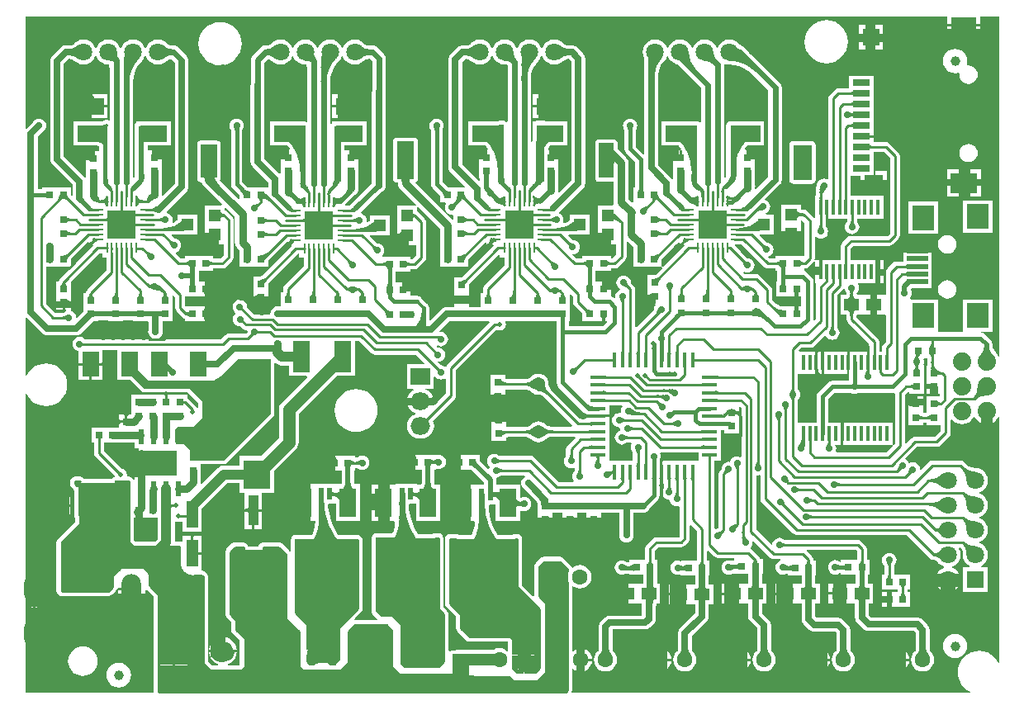
<source format=gbr>
G04 Layer_Physical_Order=1*
G04 Layer_Color=255*
%FSLAX26Y26*%
%MOIN*%
%TF.FileFunction,Copper,L1,Top,Signal*%
%TF.Part,Single*%
G01*
G75*
%TA.AperFunction,NonConductor*%
%ADD10C,0.010000*%
%TA.AperFunction,Conductor*%
%ADD11C,0.024000*%
%ADD12C,0.010000*%
%ADD13C,0.020000*%
%ADD14C,0.030000*%
%ADD15C,0.015000*%
%ADD16C,0.018000*%
%ADD17C,0.023622*%
%ADD18C,0.025000*%
%TA.AperFunction,SMDPad,CuDef*%
%ADD19R,0.066929X0.098425*%
%TA.AperFunction,FiducialPad,Global*%
%ADD20C,0.039370*%
%TA.AperFunction,SMDPad,CuDef*%
%ADD21R,0.070866X0.125984*%
%ADD22R,0.102362X0.059055*%
%ADD23R,0.030000X0.030000*%
%ADD24R,0.040000X0.120000*%
%ADD25R,0.062000X0.018000*%
%ADD26R,0.018000X0.062000*%
%ADD27R,0.030000X0.030000*%
%ADD28R,0.060000X0.050000*%
%ADD29R,0.015000X0.064000*%
%TA.AperFunction,ConnectorPad*%
%ADD30R,0.090000X0.100000*%
%ADD31R,0.086000X0.020000*%
%ADD32R,0.106000X0.082000*%
%ADD33R,0.076000X0.052000*%
%ADD34R,0.068000X0.070000*%
%ADD35R,0.068000X0.026000*%
%TA.AperFunction,SMDPad,CuDef*%
%ADD36R,0.200000X0.236000*%
%ADD37R,0.068000X0.118000*%
%ADD38R,0.044000X0.011000*%
%ADD39R,0.011000X0.044000*%
%ADD40R,0.050000X0.050000*%
%ADD41R,0.108000X0.066000*%
%ADD42R,0.024000X0.050000*%
%ADD43R,0.015000X0.060000*%
%ADD44R,0.047244X0.110236*%
%ADD45R,0.120000X0.040000*%
%ADD46R,0.138189X0.103150*%
%ADD47O,0.024016X0.062992*%
%ADD48R,0.024016X0.062992*%
%ADD49R,0.110236X0.118110*%
%TA.AperFunction,Conductor*%
%ADD50C,0.040000*%
%ADD51C,0.050000*%
%ADD52C,0.014000*%
%ADD53R,0.016999X0.025947*%
%ADD54R,0.017532X0.018000*%
%ADD55R,0.004000X0.031560*%
%ADD56R,0.019000X0.036018*%
%ADD57R,0.061000X0.022000*%
%ADD58R,0.074000X0.047074*%
%ADD59R,0.059000X0.102000*%
%ADD60R,0.183000X0.047000*%
%ADD61R,0.104000X0.048000*%
%ADD62R,0.007000X0.011347*%
%ADD63R,0.023999X0.027000*%
%ADD64R,0.038000X0.020183*%
%ADD65R,0.095000X0.029000*%
%ADD66R,0.096000X0.057000*%
%ADD67R,0.121000X0.115000*%
%ADD68R,0.167861X0.077000*%
%ADD69R,0.057000X0.039000*%
%ADD70R,0.121000X0.189000*%
%ADD71R,0.088435X0.071435*%
%ADD72R,0.045000X0.214000*%
%ADD73R,0.070000X0.159000*%
%ADD74R,0.150000X0.148000*%
%ADD75R,0.025786X0.019786*%
%ADD76R,0.130000X0.051000*%
%ADD77R,0.130000X0.032000*%
%ADD78R,0.025000X0.126000*%
%ADD79R,0.125000X0.039000*%
%ADD80R,0.106472X0.240528*%
%ADD81R,0.139000X0.277000*%
%ADD82R,0.120000X0.108000*%
%ADD83R,0.119000X0.115000*%
%ADD84R,0.120000X0.171000*%
%ADD85R,0.167000X0.154000*%
%ADD86R,0.123000X0.105000*%
%ADD87R,0.035121X0.052000*%
%ADD88R,0.033000X0.029000*%
%ADD89R,0.034087X0.049961*%
%ADD90R,0.093000X0.188000*%
%ADD91R,0.017984X0.098968*%
%ADD92R,0.094000X0.067000*%
%ADD93R,0.087000X0.036000*%
%ADD94R,0.150000X0.109000*%
%ADD95R,0.039000X0.036000*%
%ADD96R,0.047087X0.033961*%
%ADD97R,0.067000X0.060000*%
%ADD98R,0.044000X0.030000*%
%ADD99R,0.151000X0.107000*%
%ADD100R,0.119000X0.119000*%
%ADD101R,0.044000X0.033000*%
%ADD102R,0.108000X0.033000*%
%ADD103R,0.093000X0.051000*%
%ADD104R,0.057000X0.057000*%
%ADD105R,0.114000X0.183000*%
%ADD106R,0.120000X0.125000*%
%ADD107R,0.061000X0.032000*%
%ADD108R,0.045000X0.040000*%
%ADD109R,0.149000X0.113000*%
%ADD110R,0.112000X0.175000*%
%ADD111R,0.070000X0.057000*%
%ADD112R,0.058000X0.034000*%
%ADD113R,0.141000X0.111000*%
%ADD114R,0.088000X0.103000*%
%ADD115R,0.045000X0.036000*%
%ADD116R,0.101000X0.024000*%
%ADD117R,0.043000X0.202000*%
%ADD118R,0.031000X0.035000*%
%ADD119R,0.052000X0.118000*%
%ADD120R,0.063000X0.130000*%
%ADD121R,0.071000X0.127000*%
%ADD122R,0.069000X0.122000*%
%ADD123R,0.071000X0.123000*%
%ADD124R,0.317000X0.054000*%
%ADD125R,0.119000X0.054000*%
%ADD126R,0.042000X0.109000*%
%ADD127R,0.048000X0.100000*%
%ADD128R,0.054000X0.087000*%
%ADD129R,0.095000X0.162000*%
%ADD130R,0.088000X0.176000*%
%ADD131R,0.024759X0.222759*%
%ADD132R,0.013994X0.186994*%
%ADD133R,0.010850X0.239150*%
%ADD134R,0.023731X0.223731*%
%ADD135R,0.012000X0.249000*%
%ADD136R,0.029000X0.231000*%
%ADD137R,0.024000X0.229000*%
%ADD138R,0.023000X0.210000*%
%ADD139R,0.012000X0.210000*%
%ADD140R,0.016000X0.230000*%
%ADD141R,0.021000X0.229000*%
%ADD142R,0.020000X0.250000*%
%ADD143R,0.020000X0.227000*%
%ADD144R,0.013000X0.232000*%
%ADD145R,0.014000X0.188000*%
%ADD146R,0.014000X0.223000*%
%ADD147R,0.065000X0.138000*%
%ADD148R,0.070000X0.152000*%
%ADD149R,0.060000X0.141000*%
%ADD150R,0.075000X0.141000*%
%ADD151R,0.143000X0.150000*%
%ADD152R,0.129000X0.163000*%
%ADD153R,0.134000X0.145000*%
%ADD154R,0.148000X0.149000*%
%ADD155R,0.000000X0.000000*%
%ADD156R,0.037000X0.065000*%
%ADD157R,0.220000X0.038000*%
%ADD158R,0.219000X0.028000*%
%ADD159R,0.050000X0.144000*%
%ADD160R,0.042000X0.156000*%
%ADD161R,0.166000X0.038000*%
%ADD162R,0.151000X0.121000*%
%ADD163R,0.135000X0.115000*%
%ADD164R,0.156000X0.118576*%
%ADD165R,0.142000X0.056000*%
%ADD166R,0.145961X0.031000*%
%ADD167R,0.133787X0.020000*%
%ADD168R,0.121844X0.018000*%
%ADD169R,0.076000X0.035000*%
%ADD170R,0.062500X0.074000*%
%ADD171R,0.035000X0.057000*%
%ADD172R,0.150000X0.036000*%
%ADD173R,0.148000X0.103000*%
%ADD174R,0.098000X0.053000*%
%ADD175R,0.151000X0.099000*%
%ADD176R,0.045000X0.042000*%
%ADD177R,0.135000X0.112000*%
%ADD178R,0.255000X0.256000*%
%ADD179R,0.251000X0.261000*%
%ADD180R,0.065000X0.024000*%
%ADD181R,0.022000X0.011964*%
%ADD182R,0.111000X0.321000*%
%ADD183R,0.112000X0.241000*%
%ADD184R,0.120000X0.122000*%
%ADD185R,0.120000X0.053000*%
%ADD186R,0.063000X0.075000*%
%ADD187R,0.048000X0.026000*%
%ADD188R,0.022000X0.082000*%
%ADD189R,0.049000X0.081000*%
%ADD190R,0.072000X0.026000*%
%ADD191R,0.022000X0.035000*%
%ADD192R,0.035000X0.023000*%
%ADD193R,0.033000X0.035000*%
%ADD194R,0.039000X0.011000*%
%ADD195R,0.152000X0.133000*%
%ADD196R,0.013254X0.035000*%
%ADD197R,0.016000X0.030000*%
%ADD198R,0.037000X0.045000*%
%ADD199R,0.100000X0.236000*%
%ADD200R,0.101000X0.266000*%
%ADD201R,0.084707X0.512000*%
%ADD202R,0.188000X0.116000*%
%ADD203R,0.129000X0.276260*%
%ADD204R,0.064000X0.053000*%
%ADD205R,0.059000X0.083000*%
%ADD206R,0.037000X0.109000*%
%ADD207R,0.070000X0.129000*%
%ADD208R,0.194000X0.138000*%
%ADD209R,0.046000X0.033000*%
%ADD210R,0.027535X0.025000*%
%ADD211R,0.020000X0.120843*%
%TA.AperFunction,ComponentPad*%
%ADD212R,0.078740X0.070866*%
%ADD213O,0.078740X0.070866*%
%ADD214C,0.062992*%
%ADD215C,0.070866*%
%TA.AperFunction,ViaPad*%
%ADD216C,0.080000*%
%TA.AperFunction,SMDPad,CuDef*%
%ADD217R,0.116000X0.116000*%
%TA.AperFunction,ComponentPad*%
%ADD218C,0.074000*%
%ADD219C,0.054000*%
%ADD220O,0.082000X0.080000*%
%ADD221R,0.082000X0.082000*%
%ADD222R,0.070866X0.070866*%
%TA.AperFunction,ViaPad*%
%ADD223C,0.060000*%
%ADD224C,0.039370*%
%ADD225O,0.078740X0.118110*%
%ADD226O,0.118110X0.078740*%
%ADD227O,0.098425X0.078740*%
%ADD228C,0.020000*%
%ADD229C,0.027559*%
%ADD230C,0.028000*%
G36*
X-17301Y1377435D02*
X-22205Y1376459D01*
X-24113Y1381067D01*
X-32252Y1391674D01*
X-32433Y1391945D01*
X-32449Y1391929D01*
X-33423Y1392677D01*
X-39583Y1400706D01*
X-43926Y1411190D01*
X-45065Y1419842D01*
Y1424842D01*
X-46928Y1434207D01*
X-48688Y1436841D01*
X-52232Y1442146D01*
X-77232Y1467146D01*
X-85171Y1472450D01*
X-86725Y1472759D01*
X-94535Y1474313D01*
X-92005Y1476842D01*
X-45535D01*
Y1606842D01*
X-165535D01*
Y1477848D01*
X-165536Y1477848D01*
X-165535D01*
X-165536Y1476843D01*
X-168065Y1474313D01*
X-265535D01*
Y1474313D01*
Y1476842D01*
X-265535Y1477848D01*
X-265535Y1477848D01*
X-265535D01*
Y1606842D01*
X-376576D01*
X-379974Y1611270D01*
X-380002Y1611327D01*
X-375397Y1617329D01*
X-372497Y1624330D01*
X-371508Y1631842D01*
X-372497Y1639355D01*
X-375046Y1645509D01*
Y1648284D01*
X-370487Y1652842D01*
X-290535D01*
Y1683842D01*
Y1714842D01*
Y1745842D01*
Y1776842D01*
Y1796842D01*
X-406535D01*
Y1776842D01*
Y1760234D01*
X-432535D01*
X-440339Y1758682D01*
X-446955Y1754262D01*
X-469955Y1731262D01*
X-474375Y1724646D01*
X-475927Y1716842D01*
Y1624843D01*
X-479536D01*
Y1624842D01*
X-519535D01*
Y1584832D01*
Y1544842D01*
X-479536D01*
Y1544842D01*
X-479463D01*
X-475927Y1541307D01*
Y1436289D01*
X-485955Y1426262D01*
X-490375Y1419646D01*
X-491927Y1411842D01*
Y1396842D01*
X-503144D01*
Y1433842D01*
X-504696Y1441646D01*
X-509116Y1448262D01*
X-594144Y1533289D01*
Y1537557D01*
X-593320Y1543811D01*
X-592893Y1544842D01*
X-529535D01*
Y1584832D01*
Y1624842D01*
X-592893D01*
X-593320Y1625874D01*
X-594083Y1631670D01*
X-593872Y1632179D01*
X-593908Y1632215D01*
X-592700Y1634023D01*
X-589397Y1638329D01*
X-586497Y1645330D01*
X-585508Y1652842D01*
X-586497Y1660355D01*
X-589397Y1667356D01*
X-587553Y1671094D01*
X-538035D01*
Y1671094D01*
X-531035D01*
Y1671094D01*
X-512033D01*
Y1718084D01*
Y1765094D01*
X-512035D01*
Y1765094D01*
X-557035D01*
Y1765094D01*
X-617144D01*
Y1813396D01*
X-608089Y1822451D01*
X-461535D01*
X-453732Y1824003D01*
X-447116Y1828423D01*
X-425116Y1850423D01*
X-420696Y1857039D01*
X-419144Y1864842D01*
X-419143Y1864842D01*
X-419144Y1864842D01*
Y1864843D01*
Y2185843D01*
X-420696Y2193646D01*
X-425116Y2200262D01*
X-461116Y2236262D01*
X-467732Y2240682D01*
X-475535Y2242234D01*
X-526535D01*
Y2249843D01*
Y2259843D01*
X-575545D01*
Y2269843D01*
X-526535D01*
Y2280843D01*
Y2323843D01*
Y2366843D01*
Y2410843D01*
Y2453843D01*
Y2509843D01*
X-624535D01*
Y2466843D01*
Y2459234D01*
X-668535D01*
X-676339Y2457682D01*
X-682955Y2453262D01*
X-702955Y2433262D01*
X-707375Y2426646D01*
X-708927Y2418843D01*
Y2093200D01*
X-713085Y2090422D01*
X-719023Y2092881D01*
X-726535Y2093870D01*
X-734048Y2092881D01*
X-741049Y2089981D01*
X-747061Y2085368D01*
X-751674Y2079356D01*
X-754574Y2072355D01*
X-755563Y2064843D01*
X-755528Y2064571D01*
X-755658Y2063916D01*
X-755626Y2063760D01*
X-758375Y2059646D01*
X-759927Y2051843D01*
Y2024591D01*
X-762035D01*
Y1937277D01*
X-766820Y1935825D01*
X-769116Y1939262D01*
X-793116Y1963262D01*
X-799732Y1967682D01*
X-807535Y1969234D01*
X-811250D01*
X-817504Y1970058D01*
X-818161Y1970330D01*
X-818535Y1970485D01*
Y1988842D01*
X-898535D01*
Y1908842D01*
Y1875842D01*
X-818535D01*
Y1908842D01*
Y1924471D01*
X-813916Y1926385D01*
X-803927Y1916396D01*
Y1781881D01*
X-805623D01*
Y1781881D01*
X-920623D01*
Y1772273D01*
X-945089D01*
X-951427Y1778611D01*
X-951022Y1779804D01*
X-944021Y1782704D01*
X-938010Y1787317D01*
X-933397Y1793329D01*
X-930497Y1800330D01*
X-929508Y1807842D01*
X-930497Y1815355D01*
X-933397Y1822356D01*
X-938010Y1828368D01*
X-944021Y1832981D01*
X-951023Y1835881D01*
X-956402Y1836589D01*
X-958535Y1837014D01*
Y1837064D01*
X-958535Y1837065D01*
Y1837065D01*
X-958535D01*
X-958535Y1837065D01*
X-958802Y1837175D01*
X-959068Y1837285D01*
X-986619Y1864765D01*
X-985168Y1869550D01*
X-984447Y1869693D01*
X-982927Y1869842D01*
X-929535D01*
Y1949842D01*
X-959357D01*
X-960332Y1954746D01*
X-958021Y1955704D01*
X-952010Y1960317D01*
X-947397Y1966329D01*
X-944497Y1973330D01*
X-943508Y1980842D01*
X-944497Y1988355D01*
X-947397Y1995356D01*
X-952010Y2001368D01*
X-958021Y2005981D01*
X-965022Y2008881D01*
X-965334Y2009800D01*
X-904414Y2070720D01*
X-904413Y2070721D01*
X-902548Y2073152D01*
X-900116Y2076321D01*
X-897414Y2082843D01*
X-896493Y2089843D01*
X-896493Y2089843D01*
Y2413842D01*
X-896493Y2413842D01*
X-896493Y2413843D01*
Y2413843D01*
Y2461843D01*
X-897414Y2468842D01*
X-899325Y2473454D01*
X-900116Y2475364D01*
X-901982Y2477795D01*
X-904413Y2480964D01*
X-904414Y2480965D01*
X-978130Y2554681D01*
X-978130Y2554681D01*
X-978017Y2554795D01*
X-979862Y2556413D01*
X-1018455Y2595006D01*
X-1018456Y2595006D01*
X-1018344Y2595117D01*
X-1019867Y2596418D01*
Y2596418D01*
X-1019867D01*
X-1020356Y2596907D01*
X-1026938Y2603489D01*
X-1026892Y2603535D01*
X-1027409Y2603960D01*
X-1045336Y2621887D01*
X-1045298Y2621925D01*
X-1045719Y2622270D01*
X-1047414Y2623964D01*
X-1053014Y2628262D01*
X-1053026Y2628267D01*
X-1054260Y2629280D01*
X-1064485Y2634745D01*
X-1067585Y2635685D01*
X-1071519Y2640812D01*
X-1082054Y2648896D01*
X-1094322Y2653977D01*
X-1107488Y2655711D01*
X-1120654Y2653977D01*
X-1132922Y2648896D01*
X-1143457Y2640812D01*
X-1151541Y2630277D01*
X-1154988Y2621955D01*
X-1159988D01*
X-1163435Y2630277D01*
X-1171519Y2640812D01*
X-1182054Y2648896D01*
X-1194322Y2653977D01*
X-1207488Y2655711D01*
X-1220654Y2653977D01*
X-1232922Y2648896D01*
X-1243457Y2640812D01*
X-1251541Y2630277D01*
X-1254988Y2621955D01*
X-1259988D01*
X-1263435Y2630277D01*
X-1271519Y2640812D01*
X-1282054Y2648896D01*
X-1294322Y2653977D01*
X-1307488Y2655711D01*
X-1320654Y2653977D01*
X-1332922Y2648896D01*
X-1343457Y2640812D01*
X-1351541Y2630277D01*
X-1354988Y2621955D01*
X-1359988D01*
X-1363435Y2630277D01*
X-1371519Y2640812D01*
X-1382054Y2648896D01*
X-1394322Y2653977D01*
X-1407488Y2655711D01*
X-1420654Y2653977D01*
X-1432922Y2648896D01*
X-1443457Y2640812D01*
X-1451541Y2630277D01*
X-1456623Y2618008D01*
X-1458356Y2604843D01*
X-1456623Y2591677D01*
X-1451541Y2579408D01*
X-1450273Y2577755D01*
Y2515409D01*
X-1450450Y2513150D01*
X-1450273D01*
Y2440843D01*
X-1450273Y2440843D01*
X-1450273D01*
Y2194556D01*
X-1454892Y2192642D01*
X-1485595Y2223345D01*
Y2290464D01*
X-1483397Y2293329D01*
X-1480497Y2300330D01*
X-1479508Y2307843D01*
X-1480497Y2315355D01*
X-1483397Y2322356D01*
X-1488010Y2328368D01*
X-1494022Y2332981D01*
X-1501023Y2335881D01*
X-1508535Y2336870D01*
X-1516048Y2335881D01*
X-1523049Y2332981D01*
X-1529061Y2328368D01*
X-1533674Y2322356D01*
X-1536574Y2315355D01*
X-1537563Y2307843D01*
X-1536574Y2300330D01*
X-1533674Y2293329D01*
X-1531476Y2290464D01*
Y2213843D01*
X-1529730Y2205063D01*
X-1524757Y2197621D01*
X-1524757Y2197621D01*
X-1524757Y2197621D01*
X-1488563Y2161427D01*
Y2057881D01*
X-1495623D01*
Y1999255D01*
X-1500242Y1997342D01*
X-1515276Y2012376D01*
Y2157842D01*
X-1515276Y2157843D01*
X-1516307Y2165674D01*
X-1519330Y2172972D01*
X-1522051Y2176518D01*
X-1524139Y2179239D01*
X-1524139Y2179239D01*
X-1559242Y2214341D01*
Y2237843D01*
X-1560406Y2243695D01*
X-1563721Y2248657D01*
X-1568683Y2251972D01*
X-1574535Y2253136D01*
X-1634535D01*
X-1640388Y2251972D01*
X-1645350Y2248657D01*
X-1648665Y2243695D01*
X-1649829Y2237843D01*
Y2096843D01*
X-1648665Y2090990D01*
X-1645350Y2086028D01*
X-1640388Y2082713D01*
X-1634535Y2081549D01*
X-1575794D01*
Y1999842D01*
X-1574763Y1992011D01*
X-1574361Y1991039D01*
X-1577139Y1986881D01*
X-1639623D01*
Y1906881D01*
Y1873881D01*
X-1599613D01*
Y1868891D01*
X-1594623D01*
Y1828881D01*
X-1563927D01*
Y1787289D01*
X-1578943Y1772273D01*
X-1585623D01*
Y1781881D01*
X-1700623D01*
Y1772273D01*
X-1724089D01*
X-1740567Y1788751D01*
X-1740535Y1788815D01*
X-1733023Y1789804D01*
X-1726022Y1792704D01*
X-1720010Y1797317D01*
X-1715397Y1803329D01*
X-1712497Y1810330D01*
X-1711508Y1817842D01*
X-1712497Y1825355D01*
X-1715397Y1832356D01*
X-1720010Y1838368D01*
X-1726022Y1842981D01*
X-1733023Y1845881D01*
X-1738402Y1846589D01*
X-1740535Y1847014D01*
Y1847064D01*
X-1740535Y1847065D01*
Y1847065D01*
X-1740535D01*
X-1740535Y1847065D01*
X-1740802Y1847175D01*
X-1741068Y1847285D01*
X-1741068D01*
X-1741074Y1847279D01*
X-1741104Y1847250D01*
X-1758207Y1864352D01*
X-1756507Y1868457D01*
X-1756493Y1868471D01*
X-1756301Y1868489D01*
X-1750623D01*
Y1867881D01*
X-1670623D01*
Y1947881D01*
X-1750623D01*
Y1926618D01*
X-1753052Y1924624D01*
X-1769149Y1916020D01*
X-1776260Y1913863D01*
X-1779618Y1917568D01*
X-1778458Y1920368D01*
X-1777469Y1927881D01*
X-1778458Y1935394D01*
X-1781358Y1942395D01*
X-1785971Y1948407D01*
X-1791983Y1953020D01*
X-1794294Y1953978D01*
X-1795270Y1958882D01*
X-1697461Y2056690D01*
X-1693053Y2062435D01*
X-1690282Y2069124D01*
X-1690282Y2069124D01*
X-1690282Y2069125D01*
Y2069125D01*
X-1689337Y2076303D01*
Y2575254D01*
X-1689337Y2575254D01*
X-1689337Y2575255D01*
Y2575255D01*
Y2579381D01*
X-1690282Y2586560D01*
X-1693053Y2593250D01*
X-1697461Y2598995D01*
X-1722922Y2624456D01*
X-1728667Y2628864D01*
X-1731438Y2630012D01*
X-1735357Y2631635D01*
X-1742535Y2632580D01*
X-1759170D01*
Y2632743D01*
X-1759765Y2632685D01*
X-1761540Y2632918D01*
X-1766314Y2633547D01*
X-1772971Y2636304D01*
X-1778167Y2640291D01*
X-1778566Y2640812D01*
X-1789101Y2648896D01*
X-1801370Y2653977D01*
X-1814535Y2655711D01*
X-1827701Y2653977D01*
X-1839969Y2648896D01*
X-1850505Y2640812D01*
X-1858589Y2630277D01*
X-1862035Y2621955D01*
X-1867035D01*
X-1870482Y2630277D01*
X-1878566Y2640812D01*
X-1889101Y2648896D01*
X-1901370Y2653977D01*
X-1914535Y2655711D01*
X-1927701Y2653977D01*
X-1939969Y2648896D01*
X-1950505Y2640812D01*
X-1958589Y2630277D01*
X-1962035Y2621955D01*
X-1967035D01*
X-1970482Y2630277D01*
X-1978566Y2640812D01*
X-1989101Y2648896D01*
X-2001370Y2653977D01*
X-2014535Y2655711D01*
X-2027701Y2653977D01*
X-2039969Y2648896D01*
X-2050505Y2640812D01*
X-2058589Y2630277D01*
X-2062035Y2621955D01*
X-2067035D01*
X-2070482Y2630277D01*
X-2078566Y2640812D01*
X-2089101Y2648896D01*
X-2101370Y2653977D01*
X-2114535Y2655711D01*
X-2127701Y2653977D01*
X-2139970Y2648896D01*
X-2150505Y2640812D01*
X-2150904Y2640291D01*
X-2156100Y2636304D01*
X-2162757Y2633547D01*
X-2167531Y2632918D01*
X-2169305Y2632685D01*
X-2169887Y2632742D01*
Y2632742D01*
X-2169901Y2632744D01*
X-2169901D01*
Y2632743D01*
X-2170064Y2632580D01*
X-2184535D01*
X-2191714Y2631635D01*
X-2195633Y2630012D01*
X-2198404Y2628864D01*
X-2204149Y2624456D01*
X-2234149Y2594456D01*
X-2238557Y2588711D01*
X-2239704Y2585940D01*
X-2241328Y2582021D01*
X-2242273Y2574843D01*
Y2571930D01*
X-2242273Y2571930D01*
X-2242273D01*
Y2484843D01*
Y2140803D01*
X-2241328Y2133625D01*
X-2239704Y2129706D01*
X-2238557Y2126935D01*
X-2234149Y2121190D01*
X-2175459Y2062501D01*
X-2177372Y2057881D01*
X-2243179D01*
X-2266595Y2081296D01*
Y2290464D01*
X-2264397Y2293329D01*
X-2261497Y2300330D01*
X-2260508Y2307843D01*
X-2261497Y2315355D01*
X-2264397Y2322356D01*
X-2269010Y2328368D01*
X-2275021Y2332981D01*
X-2282023Y2335881D01*
X-2289535Y2336870D01*
X-2297048Y2335881D01*
X-2304049Y2332981D01*
X-2310061Y2328368D01*
X-2314674Y2322356D01*
X-2317574Y2315355D01*
X-2318563Y2307843D01*
X-2317574Y2300330D01*
X-2314674Y2293329D01*
X-2312476Y2290464D01*
Y2071794D01*
Y2071793D01*
Y2071793D01*
X-2311607Y2067424D01*
X-2310730Y2063014D01*
X-2310730Y2063014D01*
Y2063014D01*
X-2309057Y2060511D01*
X-2305757Y2055572D01*
X-2305757Y2055572D01*
X-2305757Y2055572D01*
X-2275623Y2025438D01*
Y1997881D01*
X-2254087D01*
X-2251876Y1993397D01*
X-2252674Y1992356D01*
X-2255574Y1985355D01*
X-2256563Y1977842D01*
X-2255574Y1970330D01*
X-2252674Y1963329D01*
X-2248061Y1957317D01*
X-2242049Y1952704D01*
X-2235048Y1949804D01*
X-2227535Y1948815D01*
X-2224382Y1949230D01*
X-2220623Y1945933D01*
Y1931131D01*
X-2221937Y1929379D01*
X-2226925Y1929024D01*
X-2375132Y2077232D01*
X-2374683Y2078713D01*
X-2369721Y2082028D01*
X-2366406Y2086990D01*
X-2365242Y2092843D01*
Y2244843D01*
X-2366406Y2250695D01*
X-2369721Y2255657D01*
X-2374683Y2258972D01*
X-2380535Y2260136D01*
X-2450535D01*
X-2456388Y2258972D01*
X-2461350Y2255657D01*
X-2464665Y2250695D01*
X-2465829Y2244843D01*
Y2092843D01*
X-2464665Y2086990D01*
X-2461350Y2082028D01*
X-2456388Y2078713D01*
X-2450535Y2077549D01*
X-2444794D01*
Y2073843D01*
X-2443763Y2066011D01*
X-2441626Y2060851D01*
X-2440740Y2058713D01*
X-2435932Y2052446D01*
X-2371947Y1988462D01*
X-2373861Y1983842D01*
X-2448535D01*
Y1903842D01*
Y1870842D01*
X-2408525D01*
Y1865852D01*
X-2403535D01*
Y1825842D01*
X-2371927D01*
Y1784289D01*
X-2386982Y1769234D01*
X-2394535D01*
Y1778842D01*
X-2505576D01*
X-2508974Y1783270D01*
X-2509002Y1783327D01*
X-2504397Y1789329D01*
X-2501497Y1796330D01*
X-2500508Y1803842D01*
X-2501497Y1811355D01*
X-2504397Y1818356D01*
X-2509010Y1824368D01*
X-2515021Y1828981D01*
X-2522023Y1831881D01*
X-2527402Y1832589D01*
X-2529535Y1833014D01*
Y1833064D01*
X-2529535Y1833065D01*
Y1833065D01*
X-2529535D01*
X-2529535Y1833065D01*
X-2529802Y1833175D01*
X-2530068Y1833285D01*
X-2560347Y1863492D01*
X-2559965Y1864412D01*
X-2559535Y1864842D01*
X-2559535Y1864842D01*
X-2479535D01*
Y1944842D01*
X-2559535D01*
Y1923579D01*
X-2561965Y1921585D01*
X-2569083Y1917780D01*
X-2573194Y1920626D01*
X-2572508Y1925842D01*
X-2573497Y1933355D01*
X-2576397Y1940356D01*
X-2581010Y1946368D01*
X-2587021Y1950981D01*
X-2594022Y1953881D01*
X-2595144Y1957186D01*
X-2511811Y2040519D01*
X-2508667Y2041821D01*
X-2502922Y2046229D01*
X-2498514Y2051974D01*
X-2495743Y2058664D01*
X-2494798Y2065843D01*
Y2444843D01*
X-2495493Y2450121D01*
Y2578842D01*
X-2495493Y2578843D01*
X-2496414Y2585842D01*
X-2499116Y2592364D01*
X-2501548Y2595533D01*
X-2503414Y2597964D01*
X-2503414Y2597965D01*
X-2529414Y2623964D01*
X-2535014Y2628262D01*
X-2541536Y2630963D01*
X-2545036Y2631424D01*
X-2548535Y2631885D01*
X-2548536Y2631885D01*
X-2562507D01*
Y2632059D01*
X-2563211Y2631990D01*
X-2567895Y2632606D01*
X-2570265Y2632918D01*
X-2577494Y2635913D01*
X-2578004Y2636304D01*
X-2583120Y2640230D01*
X-2583566Y2640812D01*
X-2594101Y2648896D01*
X-2606370Y2653977D01*
X-2619535Y2655711D01*
X-2632701Y2653977D01*
X-2644970Y2648896D01*
X-2655505Y2640812D01*
X-2663589Y2630277D01*
X-2667035Y2621955D01*
X-2672035D01*
X-2675482Y2630277D01*
X-2683566Y2640812D01*
X-2694101Y2648896D01*
X-2706370Y2653977D01*
X-2719535Y2655711D01*
X-2732701Y2653977D01*
X-2744970Y2648896D01*
X-2755505Y2640812D01*
X-2763589Y2630277D01*
X-2767035Y2621955D01*
X-2772035D01*
X-2775482Y2630277D01*
X-2783566Y2640812D01*
X-2794101Y2648896D01*
X-2806370Y2653977D01*
X-2819535Y2655711D01*
X-2832701Y2653977D01*
X-2844970Y2648896D01*
X-2855505Y2640812D01*
X-2863589Y2630277D01*
X-2867035Y2621955D01*
X-2872035D01*
X-2875482Y2630277D01*
X-2883566Y2640812D01*
X-2894101Y2648896D01*
X-2906370Y2653977D01*
X-2919535Y2655711D01*
X-2932701Y2653977D01*
X-2944970Y2648896D01*
X-2955505Y2640812D01*
X-2955951Y2640230D01*
X-2961577Y2635913D01*
X-2968806Y2632918D01*
X-2971176Y2632606D01*
X-2975860Y2631990D01*
X-2976548Y2632058D01*
Y2632058D01*
Y2632058D01*
X-2976564Y2632059D01*
X-2976564D01*
Y2632059D01*
X-2976738Y2631885D01*
X-2980535D01*
X-2987535Y2630963D01*
X-2994057Y2628262D01*
X-2999657Y2623964D01*
X-2999658Y2623964D01*
X-3031657Y2591964D01*
X-3035955Y2586364D01*
X-3038656Y2579842D01*
X-3039117Y2576342D01*
X-3039578Y2572843D01*
X-3039578Y2572842D01*
Y2476121D01*
X-3040273Y2470843D01*
Y2162843D01*
X-3039328Y2155664D01*
X-3037704Y2151745D01*
X-3036557Y2148974D01*
X-3032149Y2143229D01*
X-2968273Y2079353D01*
Y2059843D01*
X-2969535D01*
Y2059843D01*
X-3052092D01*
X-3073595Y2081345D01*
Y2290464D01*
X-3071397Y2293329D01*
X-3068497Y2300330D01*
X-3067508Y2307843D01*
X-3068497Y2315355D01*
X-3071397Y2322356D01*
X-3076010Y2328368D01*
X-3082021Y2332981D01*
X-3089023Y2335881D01*
X-3096535Y2336870D01*
X-3104048Y2335881D01*
X-3111049Y2332981D01*
X-3117061Y2328368D01*
X-3121674Y2322356D01*
X-3124574Y2315355D01*
X-3125563Y2307843D01*
X-3124574Y2300330D01*
X-3121674Y2293329D01*
X-3119476Y2290464D01*
Y2071843D01*
X-3117730Y2063063D01*
X-3112757Y2055621D01*
X-3084535Y2027399D01*
Y2013168D01*
X-3089155Y2011255D01*
X-3157783Y2079882D01*
X-3163685Y2087075D01*
X-3162406Y2088990D01*
X-3161242Y2094843D01*
Y2232843D01*
X-3162406Y2238695D01*
X-3165721Y2243657D01*
X-3170683Y2246972D01*
X-3176535Y2248136D01*
X-3241535D01*
X-3247388Y2246972D01*
X-3252350Y2243657D01*
X-3255665Y2238695D01*
X-3256829Y2232843D01*
Y2127771D01*
X-3256965Y2126738D01*
X-3256839Y2125776D01*
X-3256945Y2124966D01*
X-3256829Y2124085D01*
Y2094843D01*
X-3255665Y2088990D01*
X-3252350Y2084028D01*
X-3247388Y2080713D01*
X-3241535Y2079549D01*
X-3239611D01*
X-3236827Y2072828D01*
X-3232019Y2066561D01*
X-3225752Y2061753D01*
X-3224875Y2061389D01*
X-3216379Y2052893D01*
X-3215627Y2051977D01*
X-3215545Y2052059D01*
X-3201236Y2037750D01*
X-3200266Y2036615D01*
X-3200101D01*
X-3154986Y1991501D01*
X-3156900Y1986881D01*
X-3224623D01*
Y1906881D01*
Y1873881D01*
X-3184613D01*
Y1868891D01*
X-3179623D01*
Y1828881D01*
X-3149927D01*
Y1785289D01*
X-3162943Y1772273D01*
X-3190623D01*
Y1781881D01*
X-3305623D01*
Y1772234D01*
X-3322137D01*
X-3343210Y1793306D01*
X-3342022Y1796804D01*
X-3335021Y1799704D01*
X-3329010Y1804317D01*
X-3324397Y1810329D01*
X-3321497Y1817330D01*
X-3320508Y1824842D01*
X-3321497Y1832355D01*
X-3324397Y1839356D01*
X-3329010Y1845368D01*
X-3335021Y1849981D01*
X-3342023Y1852881D01*
X-3347402Y1853589D01*
X-3349535Y1854014D01*
Y1854064D01*
X-3349535Y1854065D01*
Y1854065D01*
X-3349535D01*
X-3349535Y1854065D01*
X-3349802Y1854175D01*
X-3350068Y1854285D01*
X-3350068D01*
X-3350074Y1854279D01*
X-3350104Y1854250D01*
X-3359725Y1863870D01*
X-3357811Y1868489D01*
X-3341493D01*
Y1868471D01*
X-3341301Y1868489D01*
X-3335623D01*
Y1867881D01*
X-3255623D01*
Y1947881D01*
X-3335623D01*
Y1926618D01*
X-3338052Y1924624D01*
X-3352883Y1916696D01*
X-3356588Y1920054D01*
X-3356458Y1920368D01*
X-3355469Y1927881D01*
X-3356458Y1935394D01*
X-3359358Y1942395D01*
X-3363971Y1948407D01*
X-3369983Y1953020D01*
X-3376984Y1955920D01*
X-3377400Y1955975D01*
X-3378414Y1959760D01*
X-3369401Y1971506D01*
X-3369229Y1971923D01*
X-3298922Y2042229D01*
X-3298922Y2042229D01*
X-3298922Y2042229D01*
X-3296249Y2045713D01*
X-3294514Y2047974D01*
Y2047974D01*
X-3294514Y2047974D01*
X-3291743Y2054664D01*
X-3290798Y2061843D01*
Y2562794D01*
X-3291493Y2568072D01*
Y2571843D01*
X-3292414Y2578842D01*
X-3294325Y2583454D01*
X-3295116Y2585364D01*
X-3296982Y2587795D01*
X-3299414Y2590964D01*
X-3299414Y2590965D01*
X-3332414Y2623964D01*
X-3338014Y2628262D01*
X-3344536Y2630963D01*
X-3348036Y2631424D01*
X-3351535Y2631885D01*
X-3351536Y2631885D01*
X-3357507D01*
Y2632059D01*
X-3358211Y2631990D01*
X-3362895Y2632606D01*
X-3365265Y2632918D01*
X-3372494Y2635913D01*
X-3378120Y2640230D01*
X-3378566Y2640812D01*
X-3389101Y2648896D01*
X-3401370Y2653977D01*
X-3414535Y2655711D01*
X-3427701Y2653977D01*
X-3439970Y2648896D01*
X-3450505Y2640812D01*
X-3458589Y2630277D01*
X-3462035Y2621955D01*
X-3467035D01*
X-3470482Y2630277D01*
X-3478566Y2640812D01*
X-3489101Y2648896D01*
X-3501370Y2653977D01*
X-3514535Y2655711D01*
X-3527701Y2653977D01*
X-3539970Y2648896D01*
X-3550505Y2640812D01*
X-3558589Y2630277D01*
X-3562035Y2621955D01*
X-3567035D01*
X-3570482Y2630277D01*
X-3578566Y2640812D01*
X-3589101Y2648896D01*
X-3601370Y2653977D01*
X-3614535Y2655711D01*
X-3627701Y2653977D01*
X-3639970Y2648896D01*
X-3650505Y2640812D01*
X-3658589Y2630277D01*
X-3662035Y2621955D01*
X-3667035D01*
X-3670482Y2630277D01*
X-3678566Y2640812D01*
X-3689101Y2648896D01*
X-3701370Y2653977D01*
X-3714535Y2655711D01*
X-3727701Y2653977D01*
X-3739970Y2648896D01*
X-3750505Y2640812D01*
X-3750904Y2640291D01*
X-3756100Y2636304D01*
X-3762757Y2633547D01*
X-3767531Y2632918D01*
X-3769305Y2632685D01*
X-3769887Y2632742D01*
Y2632742D01*
X-3769901Y2632744D01*
X-3769901D01*
Y2632743D01*
X-3770064Y2632580D01*
X-3786535D01*
X-3793714Y2631635D01*
X-3800404Y2628864D01*
X-3806149Y2624456D01*
X-3841149Y2589456D01*
X-3845557Y2583711D01*
X-3846704Y2580940D01*
X-3848328Y2577021D01*
X-3849273Y2569843D01*
Y2567018D01*
X-3849273Y2567017D01*
X-3849273D01*
Y2476843D01*
Y2172843D01*
X-3848328Y2165664D01*
X-3846704Y2161745D01*
X-3845557Y2158974D01*
X-3841149Y2153229D01*
X-3759273Y2071353D01*
Y2026902D01*
X-3760957Y2026205D01*
X-3765366Y2028562D01*
X-3765623Y2029851D01*
Y2057881D01*
X-3880623D01*
Y2050822D01*
X-3899798D01*
Y2263353D01*
X-3880749Y2282402D01*
X-3880021Y2282704D01*
X-3874010Y2287317D01*
X-3869397Y2293329D01*
X-3866497Y2300330D01*
X-3865508Y2307843D01*
X-3866497Y2315355D01*
X-3869397Y2322356D01*
X-3874010Y2328368D01*
X-3880021Y2332981D01*
X-3887023Y2335881D01*
X-3894535Y2336870D01*
X-3902048Y2335881D01*
X-3909049Y2332981D01*
X-3915061Y2328368D01*
X-3919674Y2322356D01*
X-3919976Y2321629D01*
X-3944623Y2296981D01*
X-3949242Y2298895D01*
Y2748447D01*
X-228716D01*
Y2719843D01*
X-96354D01*
Y2748447D01*
X-17301D01*
Y1377435D01*
D02*
G37*
G36*
X-2058589Y2579408D02*
X-2050505Y2568873D01*
X-2039969Y2560789D01*
X-2027701Y2555708D01*
X-2014535Y2553974D01*
X-2012009Y2554307D01*
X-2009787Y2553865D01*
X-2009787D01*
Y2553865D01*
X-2009786Y2553865D01*
X-2009786D01*
Y2553865D01*
Y2553865D01*
X-2002851Y2552485D01*
X-2002665Y2552361D01*
Y2325919D01*
X-2007075Y2323561D01*
X-2010683Y2325972D01*
X-2016535Y2327136D01*
X-2037535D01*
X-2043388Y2325972D01*
X-2046575Y2323843D01*
X-2160535D01*
Y2227843D01*
X-2092477D01*
X-2090375Y2225381D01*
X-2089693Y2224583D01*
X-2088148Y2222775D01*
X-2082897Y2214205D01*
X-2085339Y2209845D01*
X-2084535D01*
Y2179832D01*
X-2089525D01*
Y2174843D01*
X-2119535D01*
Y2149843D01*
Y2094843D01*
X-2115025D01*
Y2087053D01*
X-2119645Y2085139D01*
X-2186798Y2152293D01*
Y2563353D01*
X-2173046Y2577105D01*
X-2169901D01*
Y2576942D01*
X-2169305Y2577000D01*
X-2164306Y2576342D01*
X-2162757Y2576138D01*
X-2156100Y2573381D01*
X-2150904Y2569394D01*
X-2150505Y2568873D01*
X-2139970Y2560789D01*
X-2127701Y2555708D01*
X-2114535Y2553974D01*
X-2101370Y2555708D01*
X-2089101Y2560789D01*
X-2078566Y2568873D01*
X-2070482Y2579408D01*
X-2067035Y2587730D01*
X-2062035D01*
X-2058589Y2579408D01*
D02*
G37*
G36*
X-2863589D02*
X-2855505Y2568873D01*
X-2844970Y2560789D01*
X-2832701Y2555708D01*
X-2819535Y2553974D01*
X-2815337Y2554527D01*
X-2814021Y2553373D01*
X-2811578Y2541087D01*
Y2326693D01*
X-2815443Y2323521D01*
X-2818535Y2324136D01*
X-2838535D01*
X-2840013Y2323843D01*
X-2960535D01*
Y2227843D01*
X-2892336D01*
X-2890178Y2225381D01*
X-2882742Y2214252D01*
X-2885098Y2209845D01*
X-2884535D01*
Y2179832D01*
X-2889525D01*
Y2174843D01*
X-2919535D01*
Y2149843D01*
Y2126809D01*
X-2919794Y2124843D01*
Y2115861D01*
X-2924414Y2113947D01*
X-2984798Y2174332D01*
Y2470843D01*
X-2985493Y2476121D01*
Y2561641D01*
X-2970186Y2576948D01*
X-2968806Y2576767D01*
X-2968806Y2576767D01*
X-2968806D01*
Y2576766D01*
X-2968806D01*
Y2576767D01*
X-2961577Y2573772D01*
X-2955951Y2569455D01*
X-2955505Y2568873D01*
X-2944970Y2560789D01*
X-2932701Y2555708D01*
X-2919535Y2553974D01*
X-2906370Y2555708D01*
X-2894101Y2560789D01*
X-2883566Y2568873D01*
X-2875482Y2579408D01*
X-2872035Y2587730D01*
X-2867035D01*
X-2863589Y2579408D01*
D02*
G37*
G36*
X-3658589D02*
X-3650505Y2568873D01*
X-3639970Y2560789D01*
X-3627701Y2555708D01*
X-3614535Y2553974D01*
X-3611474Y2554377D01*
X-3611474D01*
X-3611424Y2554384D01*
X-3610643Y2553698D01*
X-3607665Y2531080D01*
Y2333313D01*
X-3611530Y2330141D01*
X-3616535Y2331136D01*
X-3627385D01*
X-3633238Y2329972D01*
X-3638200Y2326657D01*
X-3639483Y2324736D01*
X-3641640Y2323843D01*
X-3755535D01*
Y2227843D01*
X-3666664D01*
X-3664749Y2227462D01*
X-3664247Y2227562D01*
X-3664178Y2227507D01*
Y2227507D01*
X-3663404Y2227609D01*
X-3656253Y2226667D01*
X-3653948Y2225713D01*
X-3652927Y2225290D01*
Y2204843D01*
X-3669535D01*
Y2174832D01*
X-3674525D01*
Y2169843D01*
X-3704535D01*
Y2144843D01*
Y2121809D01*
X-3704794Y2119843D01*
Y2100944D01*
X-3709529Y2099337D01*
X-3711922Y2102456D01*
X-3793798Y2184332D01*
Y2558353D01*
X-3775046Y2577105D01*
X-3769901D01*
Y2576942D01*
X-3769305Y2577000D01*
X-3764306Y2576342D01*
X-3762757Y2576138D01*
X-3756100Y2573381D01*
X-3750904Y2569394D01*
X-3750505Y2568873D01*
X-3739970Y2560789D01*
X-3727701Y2555708D01*
X-3714535Y2553974D01*
X-3701370Y2555708D01*
X-3689101Y2560789D01*
X-3678566Y2568873D01*
X-3670482Y2579408D01*
X-3667035Y2587730D01*
X-3662035D01*
X-3658589Y2579408D01*
D02*
G37*
G36*
X-1351541D02*
X-1343457Y2568873D01*
X-1332922Y2560789D01*
X-1320654Y2555708D01*
X-1317188Y2555251D01*
X-1312762Y2550825D01*
X-1311829Y2549689D01*
X-1311727Y2549791D01*
X-1273064Y2511127D01*
X-1271533Y2509335D01*
X-1271402Y2509465D01*
X-1222665Y2460728D01*
Y2433845D01*
X-1222665Y2433843D01*
Y2323587D01*
X-1227075Y2321230D01*
X-1229683Y2322972D01*
X-1235535Y2324136D01*
X-1238508D01*
X-1243535Y2325136D01*
X-1259535D01*
X-1265388Y2323972D01*
X-1265582Y2323843D01*
X-1380535D01*
Y2227843D01*
X-1312346D01*
X-1310478Y2225713D01*
X-1302821Y2214252D01*
X-1305177Y2209845D01*
X-1299878D01*
X-1299535Y2209332D01*
Y2179832D01*
X-1304525D01*
Y2174843D01*
X-1334535D01*
Y2149843D01*
Y2126809D01*
X-1334794Y2124843D01*
Y2095208D01*
X-1339529Y2093601D01*
X-1340922Y2095417D01*
X-1394798Y2149293D01*
Y2440842D01*
X-1394798Y2440842D01*
X-1394798Y2440843D01*
Y2440843D01*
Y2514351D01*
X-1393396Y2528586D01*
X-1388894Y2543428D01*
X-1381582Y2557107D01*
X-1372618Y2568030D01*
X-1371519Y2568873D01*
X-1363435Y2579408D01*
X-1359988Y2587730D01*
X-1354988D01*
X-1351541Y2579408D01*
D02*
G37*
G36*
X-459927Y2177396D02*
Y1873289D01*
X-469982Y1863234D01*
X-616535D01*
X-624339Y1861682D01*
X-630955Y1857262D01*
X-651955Y1836262D01*
X-656375Y1829646D01*
X-657927Y1821842D01*
Y1765094D01*
X-737037D01*
Y1718084D01*
X-739525D01*
Y1713094D01*
X-762035D01*
Y1671094D01*
X-759370D01*
X-757013Y1666684D01*
X-758375Y1664646D01*
X-759927Y1656842D01*
Y1527289D01*
X-763885Y1523331D01*
X-768295Y1525688D01*
X-768065Y1526842D01*
Y1678842D01*
X-769928Y1688207D01*
X-775232Y1696146D01*
X-795232Y1716146D01*
X-803171Y1721450D01*
X-804725Y1721759D01*
X-805623Y1721938D01*
Y1731489D01*
X-803497D01*
X-795693Y1733042D01*
X-789077Y1737462D01*
X-769116Y1757423D01*
X-766820Y1760860D01*
X-762035Y1759408D01*
Y1723094D01*
X-744535D01*
Y1765094D01*
X-760545D01*
X-763717Y1768959D01*
X-763144Y1771842D01*
Y1857797D01*
X-758659Y1860008D01*
X-753049Y1855704D01*
X-746048Y1852804D01*
X-738535Y1851815D01*
X-731023Y1852804D01*
X-724021Y1855704D01*
X-718010Y1860317D01*
X-713397Y1866329D01*
X-710497Y1873330D01*
X-709508Y1880842D01*
X-710497Y1888355D01*
X-713397Y1895356D01*
X-716700Y1899662D01*
X-717908Y1901470D01*
X-717908Y1901470D01*
X-718302Y1901863D01*
X-719144Y1903896D01*
Y1930591D01*
X-717033D01*
Y1977601D01*
X-711037D01*
Y1930591D01*
X-692035D01*
Y1930591D01*
X-632927D01*
Y1920038D01*
X-632978D01*
X-633199Y1919506D01*
X-633163Y1919470D01*
X-634370Y1917662D01*
X-637674Y1913356D01*
X-640574Y1906355D01*
X-641563Y1898842D01*
X-640574Y1891330D01*
X-637674Y1884329D01*
X-633061Y1878317D01*
X-627049Y1873704D01*
X-620048Y1870804D01*
X-612535Y1869815D01*
X-605023Y1870804D01*
X-598021Y1873704D01*
X-592010Y1878317D01*
X-587397Y1884329D01*
X-584497Y1891330D01*
X-583508Y1898842D01*
X-584497Y1906355D01*
X-587397Y1913356D01*
X-590700Y1917662D01*
X-591908Y1919470D01*
X-591872Y1919505D01*
X-591872D01*
Y1919506D01*
X-591872Y1919505D01*
Y1919506D01*
X-591872Y1919506D01*
X-592041Y1919914D01*
X-592092Y1920038D01*
X-592093D01*
X-592144Y1920089D01*
Y1930591D01*
X-486035D01*
Y2024591D01*
X-617144D01*
Y2106843D01*
X-577535D01*
Y2087843D01*
X-529535D01*
Y2106840D01*
X-526533D01*
Y2123843D01*
X-526535D01*
Y2150843D01*
Y2193843D01*
Y2201451D01*
X-483982D01*
X-459927Y2177396D01*
D02*
G37*
G36*
X-1120654Y2555708D02*
X-1107488Y2553974D01*
X-1105906Y2554183D01*
X-1087311Y2552719D01*
X-1067630Y2547994D01*
X-1048931Y2540249D01*
X-1031673Y2529673D01*
X-1017534Y2517597D01*
X-1016374Y2516437D01*
Y2516437D01*
Y2516437D01*
X-1016374Y2516437D01*
X-1016374Y2516437D01*
X-950578Y2450641D01*
Y2413843D01*
X-950578Y2413843D01*
X-950578D01*
Y2101044D01*
X-1000223Y2051399D01*
X-1004707Y2053610D01*
X-1004277Y2056881D01*
Y2057654D01*
X-1003046Y2063843D01*
X-1004277Y2070031D01*
Y2124843D01*
X-1004535Y2126809D01*
Y2149843D01*
Y2174843D01*
X-1034545D01*
Y2179832D01*
X-1039535D01*
Y2209843D01*
X-1042972D01*
X-1045329Y2214252D01*
X-1037893Y2225381D01*
X-1035734Y2227843D01*
X-967535D01*
Y2323843D01*
X-1074489D01*
X-1074683Y2323972D01*
X-1080535Y2325136D01*
X-1105294D01*
X-1111147Y2323972D01*
X-1116109Y2320657D01*
X-1119424Y2315695D01*
X-1120588Y2309843D01*
Y2104337D01*
X-1121150Y2103604D01*
X-1122954Y2099251D01*
X-1127573Y2097337D01*
X-1129580Y2098169D01*
Y2442840D01*
X-1129580Y2442843D01*
Y2553977D01*
X-1129580Y2553978D01*
X-1129683Y2554761D01*
X-1125716Y2557805D01*
X-1120654Y2555708D01*
D02*
G37*
G36*
X-1858589Y2579408D02*
X-1850505Y2568873D01*
X-1839969Y2560789D01*
X-1827701Y2555708D01*
X-1814535Y2553974D01*
X-1801370Y2555708D01*
X-1789101Y2560789D01*
X-1778566Y2568873D01*
X-1778167Y2569394D01*
X-1772971Y2573381D01*
X-1766314Y2576138D01*
X-1759765Y2577000D01*
X-1759170Y2576942D01*
Y2577105D01*
X-1754024D01*
X-1744812Y2567892D01*
Y2465843D01*
Y2087793D01*
X-1795377Y2037227D01*
X-1799861Y2039439D01*
X-1799276Y2043881D01*
Y2124843D01*
X-1799535Y2126809D01*
Y2149843D01*
Y2174843D01*
X-1829545D01*
Y2179832D01*
X-1834535D01*
Y2209843D01*
X-1837620D01*
X-1840063Y2214205D01*
X-1834566Y2223176D01*
X-1830580Y2227843D01*
X-1762535D01*
Y2323843D01*
X-1846495D01*
X-1849683Y2325972D01*
X-1855535Y2327136D01*
X-1884535D01*
X-1890388Y2325972D01*
X-1893575Y2323843D01*
X-1900535D01*
Y2255620D01*
X-1902049Y2250631D01*
X-1903375Y2248646D01*
X-1904604Y2242465D01*
X-1909580Y2242955D01*
Y2495208D01*
X-1908339Y2510987D01*
X-1904476Y2527077D01*
X-1898143Y2542365D01*
X-1889497Y2556474D01*
X-1879556Y2568114D01*
X-1878566Y2568873D01*
X-1870482Y2579408D01*
X-1867035Y2587730D01*
X-1862035D01*
X-1858589Y2579408D01*
D02*
G37*
G36*
X-3458589D02*
X-3450505Y2568873D01*
X-3439970Y2560789D01*
X-3427701Y2555708D01*
X-3414535Y2553974D01*
X-3401370Y2555708D01*
X-3389101Y2560789D01*
X-3378566Y2568873D01*
X-3378120Y2569455D01*
X-3372494Y2573772D01*
X-3365265Y2576767D01*
X-3362118Y2577181D01*
X-3346273Y2561336D01*
Y2073332D01*
X-3395219Y2024385D01*
X-3399704Y2026596D01*
X-3399276Y2029842D01*
Y2124843D01*
X-3399535Y2126809D01*
Y2149843D01*
Y2174843D01*
X-3429545D01*
Y2179832D01*
X-3434535D01*
Y2209843D01*
X-3454242D01*
Y2227843D01*
X-3362535D01*
Y2323843D01*
X-3468058D01*
X-3469535Y2324136D01*
X-3493266D01*
X-3494744Y2323843D01*
X-3500535D01*
Y2322026D01*
X-3504081Y2319657D01*
X-3507396Y2314695D01*
X-3508560Y2308843D01*
Y2101175D01*
X-3512718Y2098397D01*
X-3514580Y2099169D01*
Y2483808D01*
X-3514454Y2485413D01*
X-3514451Y2485451D01*
X-3513181Y2501595D01*
X-3508690Y2520298D01*
X-3501329Y2538068D01*
X-3491280Y2554468D01*
X-3479757Y2567959D01*
X-3478566Y2568873D01*
X-3470482Y2579408D01*
X-3467035Y2587730D01*
X-3462035D01*
X-3458589Y2579408D01*
D02*
G37*
G36*
X-2663589D02*
X-2655505Y2568873D01*
X-2644970Y2560789D01*
X-2632701Y2555708D01*
X-2619535Y2553974D01*
X-2606370Y2555708D01*
X-2594101Y2560789D01*
X-2583566Y2568873D01*
X-2583120Y2569455D01*
X-2577494Y2573772D01*
X-2570265Y2576767D01*
X-2563211Y2577695D01*
X-2562507Y2577626D01*
Y2577800D01*
X-2559737D01*
X-2549578Y2567641D01*
Y2450121D01*
X-2550273Y2444843D01*
Y2074153D01*
X-2634306Y1990120D01*
X-2639550Y1987947D01*
X-2642945Y1985342D01*
X-2655664D01*
X-2657578Y1989962D01*
X-2643589Y2003950D01*
X-2643589Y2003950D01*
Y2003950D01*
X-2626518Y2021022D01*
X-2626514Y2021018D01*
X-2626490Y2021050D01*
X-2620253Y2027287D01*
X-2619406Y2027638D01*
X-2613139Y2032446D01*
X-2608330Y2038713D01*
X-2605307Y2046011D01*
X-2604276Y2053843D01*
Y2124843D01*
X-2604535Y2126809D01*
Y2149843D01*
Y2174843D01*
X-2634545D01*
Y2179832D01*
X-2639535D01*
Y2209843D01*
X-2661242D01*
Y2227843D01*
X-2572535D01*
Y2323843D01*
X-2710535D01*
Y2318201D01*
X-2711350Y2317657D01*
X-2713708Y2314127D01*
X-2718493Y2315579D01*
Y2486287D01*
X-2717128Y2503637D01*
X-2712774Y2521772D01*
X-2705637Y2539003D01*
X-2695892Y2554905D01*
X-2684713Y2567993D01*
X-2683566Y2568873D01*
X-2675482Y2579408D01*
X-2672035Y2587730D01*
X-2667035D01*
X-2663589Y2579408D01*
D02*
G37*
G36*
X-3692623Y1835510D02*
Y1829381D01*
X-3677368D01*
X-3675454Y1824762D01*
X-3761003Y1739213D01*
X-3765623Y1741126D01*
Y1765911D01*
X-3765231Y1767881D01*
X-3765231D01*
X-3765349Y1768059D01*
X-3764460Y1770205D01*
X-3764133Y1770533D01*
X-3764132D01*
X-3764132Y1770533D01*
Y1770534D01*
X-3697242Y1837424D01*
X-3692623Y1835510D01*
D02*
G37*
G36*
X-1307623D02*
Y1829381D01*
X-1290242D01*
X-1288328Y1824762D01*
X-1376003Y1737087D01*
X-1380623Y1739000D01*
Y1765911D01*
X-1380231Y1767881D01*
X-1380231D01*
X-1380349Y1768059D01*
X-1379460Y1770205D01*
X-1379133Y1770533D01*
X-1379132D01*
X-1379132Y1770533D01*
Y1770534D01*
X-1312242Y1837424D01*
X-1307623Y1835510D01*
D02*
G37*
G36*
X-967955Y1737462D02*
X-961339Y1733042D01*
X-953535Y1731489D01*
X-920623D01*
Y1721881D01*
X-913563D01*
Y1706531D01*
X-915093Y1698842D01*
X-913563Y1691154D01*
Y1679881D01*
X-920623D01*
Y1619881D01*
X-840623D01*
Y1649891D01*
X-830623D01*
Y1619881D01*
X-817006D01*
Y1577881D01*
X-830623D01*
Y1547871D01*
X-840623D01*
Y1577881D01*
X-888653D01*
X-890623Y1578273D01*
Y1578273D01*
X-890876Y1578051D01*
X-901627Y1579466D01*
X-911881Y1583714D01*
X-917454Y1587990D01*
X-919133Y1589278D01*
X-935144Y1605289D01*
Y1644842D01*
X-936696Y1652646D01*
X-941116Y1659262D01*
X-985116Y1703262D01*
X-991732Y1707682D01*
X-999535Y1709234D01*
X-1046089D01*
X-1050392Y1713538D01*
X-1047614Y1717695D01*
X-1043048Y1715804D01*
X-1035535Y1714815D01*
X-1028023Y1715804D01*
X-1021021Y1718704D01*
X-1015010Y1723317D01*
X-1010397Y1729329D01*
X-1007497Y1736330D01*
X-1006508Y1743842D01*
X-1007497Y1751355D01*
X-1010397Y1758356D01*
X-1015010Y1764368D01*
X-1021021Y1768981D01*
X-1028023Y1771881D01*
X-1033402Y1772589D01*
X-1035535Y1773014D01*
Y1773064D01*
X-1035535Y1773065D01*
Y1773065D01*
X-1035535D01*
X-1035535Y1773065D01*
X-1035802Y1773175D01*
X-1036068Y1773285D01*
X-1061988Y1799133D01*
X-1086725Y1823870D01*
X-1084811Y1828489D01*
X-1058982D01*
X-967955Y1737462D01*
D02*
G37*
G36*
X-1495881Y1818396D02*
Y1767881D01*
X-1495623Y1765918D01*
Y1737881D01*
X-1467588D01*
X-1465622Y1737623D01*
X-1463657Y1737881D01*
X-1381742D01*
X-1379828Y1733262D01*
X-1406796Y1706294D01*
X-1406796Y1706294D01*
Y1706294D01*
X-1407124Y1705966D01*
X-1409271Y1705077D01*
X-1409448Y1705196D01*
Y1705196D01*
X-1411418Y1704804D01*
X-1439448D01*
Y1644804D01*
Y1624804D01*
X-1409438D01*
Y1619814D01*
X-1404448D01*
Y1589802D01*
X-1407077D01*
X-1404866Y1585319D01*
X-1408674Y1580356D01*
X-1411574Y1573355D01*
X-1412282Y1567976D01*
X-1412707Y1565842D01*
X-1412758D01*
X-1412978Y1565310D01*
X-1412942Y1565274D01*
X-1412942Y1565274D01*
X-1483525Y1494691D01*
X-1488145Y1496605D01*
Y1647843D01*
X-1489697Y1655647D01*
X-1494117Y1662263D01*
X-1505128Y1673274D01*
X-1505129Y1673274D01*
X-1505093Y1673310D01*
X-1505093D01*
Y1673310D01*
X-1505093Y1673310D01*
Y1673310D01*
X-1505092Y1673310D01*
X-1505261Y1673718D01*
X-1505313Y1673843D01*
X-1505364D01*
X-1505789Y1675976D01*
X-1506497Y1681355D01*
X-1509397Y1688356D01*
X-1514010Y1694368D01*
X-1520022Y1698981D01*
X-1527023Y1701881D01*
X-1534535Y1702870D01*
X-1542048Y1701881D01*
X-1549049Y1698981D01*
X-1555061Y1694368D01*
X-1559674Y1688356D01*
X-1562574Y1681355D01*
X-1563563Y1673842D01*
X-1562574Y1666330D01*
X-1559674Y1659329D01*
X-1555061Y1653317D01*
X-1549926Y1649376D01*
X-1550464Y1645289D01*
X-1550875Y1644296D01*
X-1554049Y1642981D01*
X-1560061Y1638368D01*
X-1564674Y1632356D01*
X-1567574Y1625355D01*
X-1568563Y1617842D01*
X-1567982Y1613428D01*
X-1572466Y1611217D01*
X-1577314Y1616064D01*
X-1584756Y1621037D01*
X-1585623Y1621209D01*
Y1644881D01*
X-1615633D01*
Y1649871D01*
X-1620623D01*
Y1679881D01*
X-1647682D01*
Y1721881D01*
X-1585623D01*
Y1731489D01*
X-1570497D01*
X-1562693Y1733042D01*
X-1556077Y1737462D01*
X-1529116Y1764423D01*
X-1524696Y1771039D01*
X-1523144Y1778842D01*
Y1839125D01*
X-1518524Y1841039D01*
X-1495881Y1818396D01*
D02*
G37*
G36*
X-3640123Y1776881D02*
X-3621015D01*
Y1725202D01*
X-3700042Y1646174D01*
X-3704462Y1639559D01*
X-3705570Y1633990D01*
X-3705791Y1632881D01*
X-3715623D01*
Y1572881D01*
Y1557108D01*
X-3740857Y1531873D01*
X-3745592Y1533481D01*
X-3746497Y1540355D01*
X-3749397Y1547356D01*
X-3754010Y1553368D01*
X-3760021Y1557981D01*
X-3764448Y1559815D01*
Y1564804D01*
X-3764448D01*
Y1589803D01*
X-3789448D01*
Y1564803D01*
X-3785394D01*
X-3784418Y1559899D01*
X-3789049Y1557981D01*
X-3793355Y1554678D01*
X-3795108Y1553506D01*
X-3795199Y1553506D01*
Y1553506D01*
X-3795465Y1553396D01*
X-3795731Y1553285D01*
Y1553285D01*
X-3795782Y1553234D01*
X-3829089D01*
X-3866144Y1590289D01*
Y1737881D01*
X-3852588D01*
X-3850622Y1737623D01*
X-3848657Y1737881D01*
X-3768868D01*
X-3766954Y1733262D01*
X-3808867Y1691349D01*
X-3813288Y1684734D01*
X-3814268Y1679803D01*
X-3824448D01*
Y1619803D01*
Y1599803D01*
X-3764448D01*
Y1619803D01*
Y1678091D01*
X-3649050Y1793489D01*
X-3640123D01*
Y1776881D01*
D02*
G37*
G36*
X-2275881Y1892396D02*
Y1767881D01*
X-2275623Y1765918D01*
Y1737881D01*
X-2247588D01*
X-2245622Y1737623D01*
X-2243657Y1737881D01*
X-2160623D01*
Y1765911D01*
X-2160231Y1767881D01*
X-2160231D01*
X-2160349Y1768059D01*
X-2159460Y1770205D01*
X-2159133Y1770533D01*
X-2159133D01*
X-2159132Y1770533D01*
X-2092242Y1837424D01*
X-2087623Y1835510D01*
Y1829381D01*
X-2060368D01*
X-2058454Y1824762D01*
X-2186883Y1696333D01*
X-2186884Y1696333D01*
Y1696333D01*
Y1696333D01*
X-2189535Y1695235D01*
Y1695234D01*
X-2191505Y1694842D01*
X-2219535D01*
Y1634842D01*
Y1614842D01*
X-2159535D01*
Y1634842D01*
Y1662873D01*
X-2159144Y1664842D01*
X-2159144D01*
X-2159262Y1665020D01*
X-2158373Y1667167D01*
X-2158045Y1667494D01*
X-2158045D01*
X-2158045Y1667495D01*
Y1667495D01*
X-2039742Y1785797D01*
X-2035123Y1783884D01*
Y1776881D01*
X-2016015D01*
Y1743202D01*
X-2095042Y1664174D01*
X-2099462Y1657559D01*
X-2101015Y1649755D01*
Y1632881D01*
X-2110623D01*
Y1575619D01*
X-2159535D01*
Y1579843D01*
X-2159535D01*
Y1604842D01*
X-2219535D01*
Y1579843D01*
X-2219535D01*
Y1579154D01*
X-2223071Y1575619D01*
X-2249496D01*
X-2256675Y1574674D01*
X-2260594Y1573051D01*
X-2263365Y1571903D01*
X-2269110Y1567495D01*
X-2313975Y1522629D01*
X-2318595Y1524543D01*
Y1570842D01*
X-2320341Y1579622D01*
X-2325314Y1587064D01*
X-2327487Y1588516D01*
X-2350862Y1611891D01*
X-2352314Y1614064D01*
X-2359756Y1619037D01*
X-2368535Y1620783D01*
X-2394535D01*
Y1641842D01*
X-2424545D01*
Y1646832D01*
X-2429535D01*
Y1676842D01*
X-2456595D01*
Y1718842D01*
X-2394535D01*
Y1728451D01*
X-2378535D01*
X-2370732Y1730003D01*
X-2364116Y1734423D01*
X-2337116Y1761423D01*
X-2332696Y1768039D01*
X-2331144Y1775842D01*
X-2331144Y1775843D01*
Y1917842D01*
X-2331144Y1917842D01*
X-2332696Y1925646D01*
X-2337116Y1932262D01*
X-2337117Y1932262D01*
X-2363116Y1958262D01*
X-2368535Y1961883D01*
Y1978517D01*
X-2363916Y1980430D01*
X-2275881Y1892396D01*
D02*
G37*
G36*
X-1810623Y1517881D02*
X-1805093D01*
Y1270842D01*
X-1803539Y1263032D01*
X-1803230Y1261478D01*
X-1797925Y1253540D01*
X-1693924Y1149538D01*
X-1685986Y1144234D01*
X-1685535Y1144144D01*
Y1142841D01*
Y1140842D01*
X-1593535D01*
Y1142841D01*
Y1174841D01*
Y1178449D01*
X-1540884D01*
X-1538672Y1173965D01*
X-1540674Y1171356D01*
X-1543574Y1164355D01*
X-1544563Y1156842D01*
X-1543757Y1150716D01*
X-1546252Y1148221D01*
X-1548409Y1147327D01*
X-1552535Y1147870D01*
X-1560048Y1146881D01*
X-1567049Y1143981D01*
X-1573061Y1139368D01*
X-1577674Y1133356D01*
X-1580574Y1126355D01*
X-1581563Y1118842D01*
X-1580574Y1111330D01*
X-1577674Y1104329D01*
X-1573061Y1098317D01*
X-1567049Y1093704D01*
X-1560048Y1090804D01*
X-1552535Y1089815D01*
X-1551899Y1089899D01*
X-1548363Y1086363D01*
X-1548563Y1084842D01*
X-1547574Y1077330D01*
X-1547574D01*
X-1549048Y1076881D01*
X-1549049D01*
X-1549048Y1076881D01*
X-1556049Y1073981D01*
X-1562061Y1069368D01*
X-1566674Y1063356D01*
X-1569574Y1056355D01*
X-1570563Y1048842D01*
X-1569574Y1041330D01*
X-1566674Y1034329D01*
X-1562061Y1028317D01*
X-1556049Y1023704D01*
X-1549048Y1020804D01*
X-1541535Y1019815D01*
X-1534023Y1020804D01*
X-1527022Y1023704D01*
X-1522716Y1027007D01*
X-1520908Y1028215D01*
X-1520872Y1028179D01*
X-1520872Y1028179D01*
X-1520872Y1028179D01*
X-1520872Y1028179D01*
X-1520340Y1028400D01*
Y1028400D01*
X-1520289Y1028451D01*
X-1504478D01*
X-1501700Y1024293D01*
X-1504574Y1017355D01*
X-1505563Y1009842D01*
X-1504574Y1002330D01*
X-1501674Y995329D01*
X-1498370Y991023D01*
X-1497163Y989215D01*
X-1497198Y989179D01*
X-1497199Y989179D01*
X-1497199Y989179D01*
X-1496978Y988647D01*
X-1496978D01*
X-1496927Y988596D01*
Y954842D01*
X-1593535D01*
Y985842D01*
Y1016842D01*
Y1048841D01*
Y1079842D01*
Y1111842D01*
Y1130842D01*
X-1685535D01*
Y1127842D01*
Y1124234D01*
X-1711089D01*
X-1827560Y1240705D01*
X-1827559Y1240705D01*
X-1827560Y1240706D01*
X-1827560Y1240706D01*
X-1828490Y1241636D01*
X-1832910Y1247396D01*
X-1836196Y1255329D01*
X-1837245Y1263297D01*
X-1837173Y1263842D01*
X-1837144D01*
X-1837231Y1264281D01*
X-1838617Y1274807D01*
X-1842849Y1285024D01*
X-1849581Y1293797D01*
X-1858354Y1300529D01*
X-1868571Y1304761D01*
X-1879535Y1306205D01*
X-1890500Y1304761D01*
X-1900717Y1300529D01*
X-1909140Y1294066D01*
X-1909511Y1293818D01*
X-1909490Y1293797D01*
X-1909825Y1293361D01*
X-1916201Y1288468D01*
X-1924134Y1285182D01*
X-1931332Y1284234D01*
X-2002251D01*
X-2008504Y1285058D01*
X-2012464Y1286698D01*
Y1300914D01*
X-2072464D01*
Y1240914D01*
Y1220914D01*
X-2012464D01*
Y1240914D01*
Y1243451D01*
X-1931332D01*
X-1924154Y1242506D01*
X-1924134Y1242503D01*
X-1916201Y1239217D01*
X-1909825Y1234325D01*
Y1234324D01*
X-1909825Y1234324D01*
X-1909825Y1234324D01*
X-1909490Y1233888D01*
X-1909511Y1233867D01*
X-1909140Y1233619D01*
X-1900717Y1227156D01*
X-1890500Y1222924D01*
X-1879974Y1221538D01*
X-1879535Y1221451D01*
Y1221480D01*
X-1878990Y1221552D01*
X-1871022Y1220503D01*
X-1863088Y1217217D01*
X-1857328Y1212797D01*
X-1856398Y1211867D01*
Y1211867D01*
X-1856399D01*
X-1856398Y1211867D01*
X-1856399Y1211867D01*
X-1856398D01*
X-1856398Y1211867D01*
Y1211867D01*
X-1856398D01*
X-1856398Y1211867D01*
X-1742384Y1097853D01*
X-1744297Y1093233D01*
X-1829242D01*
X-1835550Y1094064D01*
X-1842378Y1096892D01*
X-1847922Y1101147D01*
X-1848166Y1101464D01*
X-1848146Y1101485D01*
X-1848195Y1101518D01*
X-1848516Y1101732D01*
X-1856940Y1108197D01*
X-1867157Y1112428D01*
X-1878121Y1113872D01*
X-1889085Y1112428D01*
X-1899302Y1108197D01*
X-1907725Y1101733D01*
X-1908097Y1101485D01*
X-1908076Y1101464D01*
X-1908411Y1101028D01*
X-1914787Y1096135D01*
X-1922720Y1092849D01*
X-1924261Y1092646D01*
X-1929918Y1091901D01*
X-2009797D01*
Y1114438D01*
X-2069797D01*
Y1089438D01*
Y1069496D01*
X-2069927Y1068842D01*
X-2069797Y1068189D01*
Y1034438D01*
X-2009797D01*
Y1048654D01*
X-2005837Y1050294D01*
X-1999583Y1051118D01*
X-1929918D01*
X-1922720Y1050170D01*
X-1914787Y1046884D01*
X-1908411Y1041991D01*
X-1908076Y1041555D01*
X-1908097Y1041534D01*
X-1907725Y1041286D01*
X-1899302Y1034823D01*
X-1889085Y1030591D01*
X-1878121Y1029147D01*
X-1867157Y1030591D01*
X-1856940Y1034823D01*
X-1848517Y1041286D01*
X-1848146Y1041534D01*
X-1848166Y1041555D01*
X-1848166Y1041555D01*
X-1847739Y1042111D01*
X-1840533Y1047641D01*
X-1831494Y1051385D01*
X-1823407Y1052450D01*
X-1731300D01*
X-1729386Y1047830D01*
X-1760955Y1016262D01*
X-1765375Y1009646D01*
X-1766927Y1001842D01*
Y975038D01*
X-1766978D01*
X-1767199Y974506D01*
X-1767163Y974470D01*
X-1768370Y972662D01*
X-1771674Y968356D01*
X-1774574Y961355D01*
X-1775563Y953842D01*
X-1774574Y946330D01*
X-1771674Y939329D01*
X-1767061Y933317D01*
X-1761049Y928704D01*
X-1754048Y925804D01*
X-1746535Y924815D01*
X-1739023Y925804D01*
X-1737085Y926606D01*
X-1732927Y923829D01*
Y913038D01*
X-1732978D01*
X-1733199Y912506D01*
X-1733163Y912470D01*
X-1734370Y910662D01*
X-1737674Y906356D01*
X-1740574Y899355D01*
X-1741563Y891842D01*
X-1740574Y884330D01*
X-1737674Y877329D01*
X-1735672Y874719D01*
X-1737883Y870234D01*
X-1797089D01*
X-1896116Y969262D01*
X-1902732Y973682D01*
X-1910535Y975234D01*
X-2036952D01*
X-2037216Y975343D01*
X-2037549Y975567D01*
X-2037718Y975679D01*
X-2042022Y978981D01*
X-2049023Y981881D01*
X-2056535Y982870D01*
X-2064048Y981881D01*
X-2071049Y978981D01*
X-2077061Y974368D01*
X-2081674Y968356D01*
X-2084574Y961355D01*
X-2085563Y953842D01*
X-2084574Y946330D01*
X-2081674Y939329D01*
X-2077061Y933317D01*
X-2073727Y930759D01*
X-2073674Y930356D01*
X-2076441Y923676D01*
X-2081345Y922700D01*
X-2114535Y955890D01*
Y979842D01*
X-2194535D01*
Y949832D01*
Y919842D01*
X-2150583D01*
X-2099025Y868284D01*
Y859842D01*
X-2134535D01*
Y858842D01*
X-2177535D01*
Y784832D01*
Y710842D01*
X-2138402D01*
X-2135008Y707171D01*
X-2136273Y691094D01*
X-2141188Y670625D01*
X-2147603Y655136D01*
X-2199425D01*
X-2204732Y658682D01*
X-2212535Y660234D01*
X-2235535D01*
X-2243339Y658682D01*
X-2249955Y654262D01*
X-2254375Y647646D01*
X-2255927Y639842D01*
Y378842D01*
X-2254375Y371039D01*
X-2249955Y364423D01*
X-2210927Y325396D01*
Y278843D01*
X-2210927Y278842D01*
X-2210927D01*
X-2209375Y271039D01*
X-2204955Y264423D01*
X-2170955Y230423D01*
X-2164339Y226003D01*
X-2156535Y224451D01*
X-2156535Y224451D01*
X-2001982D01*
X-2000927Y223396D01*
Y188779D01*
X-2005412Y186567D01*
X-2013087Y192457D01*
X-2024398Y197142D01*
X-2036535Y198740D01*
X-2048673Y197142D01*
X-2059984Y192457D01*
X-2060401Y192136D01*
X-2206535D01*
X-2212388Y190972D01*
X-2213639Y190136D01*
X-2226535D01*
X-2232388Y188972D01*
X-2236734Y186068D01*
X-2241144Y188425D01*
Y334842D01*
X-2242696Y342646D01*
X-2247116Y349262D01*
X-2262144Y364289D01*
Y642842D01*
X-2263696Y650646D01*
X-2268116Y657262D01*
X-2274732Y661682D01*
X-2282535Y663234D01*
X-2294535D01*
X-2302339Y661682D01*
X-2307646Y658136D01*
X-2365070D01*
X-2366152Y659662D01*
X-2378983Y682877D01*
X-2389134Y707384D01*
X-2396477Y732872D01*
X-2400920Y759023D01*
X-2401941Y777209D01*
X-2398506Y780842D01*
X-2373535D01*
Y711842D01*
X-2275535D01*
Y859842D01*
X-2298005D01*
X-2298200Y860315D01*
X-2299046Y866735D01*
Y919842D01*
X-2294535Y919842D01*
Y919842D01*
X-2290624Y922456D01*
X-2289048Y921804D01*
X-2281535Y920815D01*
X-2274023Y921804D01*
X-2267021Y924704D01*
X-2261010Y929317D01*
X-2256397Y935329D01*
X-2253497Y942330D01*
X-2252508Y949842D01*
X-2253497Y957355D01*
X-2256397Y964356D01*
X-2261010Y970368D01*
X-2267021Y974981D01*
X-2274023Y977881D01*
X-2281535Y978870D01*
X-2289048Y977881D01*
X-2290624Y977229D01*
X-2294535Y979843D01*
Y979842D01*
X-2374535D01*
Y949832D01*
Y919842D01*
X-2350025D01*
Y866735D01*
X-2350870Y860315D01*
X-2351066Y859842D01*
X-2368535D01*
Y860842D01*
X-2456535D01*
Y859842D01*
X-2499535D01*
Y785832D01*
Y711842D01*
X-2460402D01*
X-2457008Y708171D01*
X-2458273Y692094D01*
X-2463188Y671625D01*
X-2467118Y662136D01*
X-2536008D01*
X-2541860Y660972D01*
X-2546822Y657657D01*
X-2550137Y652695D01*
X-2551302Y646842D01*
Y419496D01*
X-2551829Y416843D01*
Y386362D01*
X-2552927Y380842D01*
Y349842D01*
X-2551375Y342039D01*
X-2546955Y335423D01*
X-2527955Y316423D01*
X-2527350Y316019D01*
X-2528801Y311234D01*
X-2619535D01*
X-2619535Y311234D01*
X-2620487Y311045D01*
X-2620988Y311296D01*
X-2623116Y315551D01*
Y315551D01*
X-2622244Y316423D01*
X-2622244Y316423D01*
X-2622244Y316423D01*
X-2620116Y318551D01*
X-2620116Y318551D01*
X-2620116Y318551D01*
X-2619244Y319423D01*
X-2619244Y319423D01*
X-2619244Y319423D01*
X-2617116Y321551D01*
X-2617116Y321551D01*
X-2617116Y321551D01*
X-2616244Y322423D01*
X-2616244Y322423D01*
X-2616244Y322423D01*
X-2614116Y324551D01*
X-2614116Y324551D01*
X-2614116Y324551D01*
X-2613244Y325423D01*
X-2613244Y325423D01*
X-2613244Y325423D01*
X-2611116Y327551D01*
X-2611116Y327551D01*
X-2611116Y327551D01*
X-2610244Y328423D01*
X-2610244Y328423D01*
X-2610244Y328423D01*
X-2608116Y330551D01*
X-2608116Y330551D01*
X-2608116Y330551D01*
X-2607244Y331423D01*
X-2607244Y331423D01*
X-2607244Y331423D01*
X-2605117Y333551D01*
X-2605116Y333551D01*
X-2605116Y333552D01*
X-2604244Y334423D01*
X-2604244Y334423D01*
X-2604244Y334424D01*
X-2602117Y336551D01*
X-2602116Y336551D01*
X-2602116Y336552D01*
X-2601244Y337423D01*
X-2601244Y337423D01*
X-2601244Y337424D01*
X-2599117Y339551D01*
X-2599116Y339551D01*
X-2599116Y339552D01*
X-2598244Y340423D01*
X-2598244Y340423D01*
X-2598244Y340424D01*
X-2596117Y342551D01*
X-2596116Y342551D01*
X-2596116Y342552D01*
X-2595244Y343423D01*
X-2595244Y343423D01*
X-2595244Y343424D01*
X-2594117Y344551D01*
X-2594116Y344551D01*
X-2589696Y351167D01*
X-2588144Y358971D01*
X-2588144Y358971D01*
Y635842D01*
X-2589696Y643646D01*
X-2594116Y650262D01*
X-2600732Y654682D01*
X-2608535Y656234D01*
X-2617535D01*
X-2623055Y655136D01*
X-2685468D01*
X-2691077Y663041D01*
X-2704650Y687599D01*
X-2715388Y713523D01*
X-2723156Y740485D01*
X-2727856Y768148D01*
X-2728365Y777209D01*
X-2724930Y780842D01*
X-2696535D01*
Y712842D01*
X-2598535D01*
Y860842D01*
X-2621005D01*
X-2621200Y861315D01*
X-2622046Y867735D01*
Y916842D01*
X-2617535D01*
Y926451D01*
X-2610731D01*
Y926400D01*
X-2610731Y926400D01*
X-2610731D01*
X-2610731Y926400D01*
X-2610199Y926179D01*
X-2610163Y926215D01*
X-2608355Y925007D01*
X-2604049Y921704D01*
X-2597048Y918804D01*
X-2589535Y917815D01*
X-2582023Y918804D01*
X-2575021Y921704D01*
X-2569010Y926317D01*
X-2564397Y932329D01*
X-2561497Y939330D01*
X-2560508Y946842D01*
X-2561497Y954355D01*
X-2564397Y961356D01*
X-2569010Y967368D01*
X-2575021Y971981D01*
X-2582023Y974881D01*
X-2589535Y975870D01*
X-2597048Y974881D01*
X-2604049Y971981D01*
X-2608355Y968678D01*
X-2610108Y967506D01*
X-2610199Y967506D01*
Y967506D01*
X-2610465Y967395D01*
X-2610731Y967285D01*
Y967285D01*
X-2610782Y967234D01*
X-2617535D01*
Y976842D01*
X-2697535D01*
Y946832D01*
Y916842D01*
X-2673025D01*
Y867735D01*
X-2673157Y866735D01*
X-2673669Y862842D01*
X-2673870Y861315D01*
X-2674066Y860842D01*
X-2822535D01*
Y786832D01*
Y712842D01*
X-2780025D01*
Y708956D01*
X-2781273Y693094D01*
X-2786188Y672625D01*
X-2793432Y655136D01*
X-2852016D01*
X-2857535Y656234D01*
X-2865339Y654682D01*
X-2865983Y654252D01*
X-2867388Y653972D01*
X-2872350Y650657D01*
X-2875665Y645695D01*
X-2875945Y644290D01*
X-2876375Y643646D01*
X-2877927Y635842D01*
Y591106D01*
X-2882712Y589654D01*
X-2884116Y591756D01*
X-2884357Y591916D01*
X-2885536Y593682D01*
X-2909696Y617841D01*
X-2916312Y622262D01*
X-2916782Y622355D01*
X-2918167Y622631D01*
X-2919740Y623682D01*
X-2927544Y625234D01*
X-2987527D01*
X-2995331Y623682D01*
X-2995982Y623247D01*
X-2997339Y622977D01*
X-3003955Y618556D01*
X-3008375Y611941D01*
X-3008734Y610136D01*
X-3050337D01*
X-3050696Y611941D01*
X-3055116Y618556D01*
X-3061732Y622977D01*
X-3063088Y623247D01*
X-3063740Y623682D01*
X-3071544Y625234D01*
X-3102527D01*
X-3110331Y623682D01*
X-3111904Y622631D01*
X-3113759Y622262D01*
X-3120375Y617842D01*
X-3134534Y603682D01*
X-3138955Y597066D01*
X-3139324Y595211D01*
X-3140375Y593638D01*
X-3141927Y585834D01*
Y336851D01*
X-3140375Y329047D01*
X-3139324Y327474D01*
X-3138955Y325619D01*
X-3134534Y319003D01*
X-3119927Y304396D01*
X-3119927Y304396D01*
X-3119927Y304395D01*
Y275851D01*
X-3118375Y268047D01*
X-3117324Y266474D01*
X-3116955Y264619D01*
X-3112534Y258003D01*
X-3083927Y229396D01*
Y229395D01*
Y131289D01*
X-3084350Y130657D01*
X-3084982Y130234D01*
X-3130663D01*
X-3131639Y135138D01*
X-3122798Y138800D01*
X-3111309Y147616D01*
X-3102493Y159105D01*
X-3096951Y172485D01*
X-3095719Y181843D01*
X-3207352D01*
X-3206120Y172485D01*
X-3200578Y159105D01*
X-3191762Y147616D01*
X-3180273Y138800D01*
X-3171432Y135138D01*
X-3172408Y130234D01*
X-3198089D01*
X-3213144Y145289D01*
Y488334D01*
X-3214696Y496138D01*
X-3219116Y502753D01*
X-3225732Y507174D01*
X-3227686Y507562D01*
X-3230110Y509182D01*
X-3236706Y510494D01*
Y510494D01*
X-3236706Y510494D01*
X-3237913Y510734D01*
X-3237913Y510984D01*
Y510984D01*
X-3237913D01*
Y576102D01*
X-3276545D01*
Y581092D01*
X-3281535D01*
Y651220D01*
X-3315157D01*
Y629527D01*
X-3319567Y627170D01*
X-3321232Y628283D01*
X-3323240Y628682D01*
X-3331044Y630234D01*
X-3346233D01*
Y707961D01*
X-3341824Y710318D01*
X-3340290Y709293D01*
X-3330535Y707353D01*
X-3320781Y709293D01*
X-3319567Y710104D01*
X-3315157Y707747D01*
Y668465D01*
X-3237913D01*
Y760540D01*
X-3133913Y864540D01*
X-3086653D01*
Y825787D01*
X-3064535D01*
Y759842D01*
X-2994535D01*
Y825787D01*
X-2946417D01*
Y912904D01*
X-2858007Y1001314D01*
X-2858007Y1001314D01*
X-2851595Y1009670D01*
X-2847565Y1019400D01*
X-2847565Y1019400D01*
X-2847565Y1019400D01*
Y1019400D01*
X-2846190Y1029842D01*
X-2846190Y1029843D01*
Y1143753D01*
X-2692935Y1297008D01*
X-2619567D01*
Y1439608D01*
X-2602447D01*
X-2552262Y1389423D01*
X-2545646Y1385003D01*
X-2537843Y1383451D01*
X-2372982D01*
X-2339584Y1350052D01*
X-2341497Y1345433D01*
X-2409370D01*
Y1244567D01*
X-2383874D01*
X-2382899Y1239663D01*
X-2384371Y1239053D01*
X-2394906Y1230969D01*
X-2402990Y1220434D01*
X-2408072Y1208166D01*
X-2409147Y1200000D01*
X-2300853D01*
X-2301928Y1208166D01*
X-2307010Y1220434D01*
X-2315094Y1230969D01*
X-2325629Y1239053D01*
X-2337897Y1244135D01*
Y1244135D01*
X-2337869Y1244567D01*
X-2300630D01*
Y1293403D01*
X-2295895Y1295010D01*
X-2293061Y1291317D01*
X-2287049Y1286704D01*
X-2280048Y1283804D01*
X-2272535Y1282815D01*
X-2265023Y1283804D01*
X-2258021Y1286704D01*
X-2255876Y1288350D01*
X-2251392Y1286138D01*
Y1227447D01*
X-2297175Y1181664D01*
X-2301659Y1183875D01*
X-2300853Y1190000D01*
X-2409147D01*
X-2408072Y1181834D01*
X-2402990Y1169566D01*
X-2394906Y1159031D01*
X-2384371Y1150947D01*
X-2376050Y1147500D01*
Y1142500D01*
X-2384371Y1139053D01*
X-2394906Y1130969D01*
X-2402990Y1120434D01*
X-2408072Y1108166D01*
X-2409805Y1095000D01*
X-2408072Y1081834D01*
X-2402990Y1069566D01*
X-2394906Y1059031D01*
X-2384371Y1050947D01*
X-2372103Y1045865D01*
X-2358937Y1044132D01*
X-2351063D01*
X-2337897Y1045865D01*
X-2325629Y1050947D01*
X-2315094Y1059031D01*
X-2307010Y1069566D01*
X-2301928Y1081834D01*
X-2300195Y1095000D01*
X-2301928Y1108166D01*
X-2305170Y1115992D01*
X-2216581Y1204581D01*
X-2212160Y1211196D01*
X-2210608Y1219000D01*
X-2210608Y1219000D01*
X-2210608Y1219000D01*
Y1219000D01*
Y1321553D01*
X-2047726Y1484436D01*
X-2044755Y1482450D01*
X-2035000Y1480510D01*
X-2025245Y1482450D01*
X-2016976Y1487976D01*
X-2011450Y1496245D01*
X-2009510Y1506000D01*
X-2011450Y1515754D01*
X-2011089Y1517569D01*
X-2010623Y1517881D01*
X-2010623Y1517881D01*
X-1950623D01*
Y1520144D01*
X-1910623D01*
Y1517881D01*
X-1850623D01*
Y1520144D01*
X-1810623D01*
Y1517881D01*
D02*
G37*
G36*
X-3103794Y1940309D02*
Y1836842D01*
X-3102763Y1829011D01*
X-3100626Y1823851D01*
X-3099740Y1821713D01*
X-3094932Y1815446D01*
X-3084794Y1805309D01*
Y1769842D01*
X-3084535Y1767876D01*
Y1739842D01*
X-3056502D01*
X-3054535Y1739584D01*
X-3052569Y1739842D01*
X-2969535D01*
Y1764004D01*
X-2901155Y1832385D01*
X-2896535Y1830471D01*
Y1826342D01*
X-2878407D01*
X-2876493Y1821723D01*
X-2996883Y1701333D01*
X-2996884Y1701333D01*
Y1701333D01*
X-2997211Y1701005D01*
X-2999358Y1700116D01*
X-2999535Y1700234D01*
Y1700234D01*
X-3001505Y1699842D01*
X-3029535D01*
Y1639842D01*
Y1619842D01*
X-2969535D01*
Y1639842D01*
Y1667873D01*
X-2969144Y1669842D01*
X-2969144D01*
X-2969262Y1670020D01*
X-2968373Y1672167D01*
X-2968045Y1672494D01*
X-2968045D01*
X-2968045Y1672495D01*
X-2850089Y1790451D01*
X-2844035D01*
Y1773842D01*
X-2824927D01*
Y1741289D01*
X-2903955Y1662262D01*
X-2908375Y1655646D01*
X-2909927Y1647842D01*
Y1634842D01*
X-2919535D01*
Y1577580D01*
X-2928597D01*
X-2932000Y1578028D01*
X-2939513Y1577039D01*
X-2946514Y1574139D01*
X-2952526Y1569526D01*
X-2957139Y1563514D01*
X-2960039Y1556513D01*
X-2961028Y1549000D01*
X-2963453Y1546234D01*
X-3025089D01*
X-3055030Y1576175D01*
X-3055008Y1576342D01*
X-3055997Y1583855D01*
X-3058897Y1590856D01*
X-3063510Y1596868D01*
X-3069521Y1601481D01*
X-3076523Y1604381D01*
X-3084035Y1605370D01*
X-3091548Y1604381D01*
X-3098549Y1601481D01*
X-3104561Y1596868D01*
X-3109174Y1590856D01*
X-3112074Y1583855D01*
X-3113063Y1576342D01*
X-3112074Y1568830D01*
X-3109174Y1561829D01*
X-3104561Y1555817D01*
X-3101564Y1553517D01*
Y1548517D01*
X-3103061Y1547368D01*
X-3107674Y1541356D01*
X-3110574Y1534355D01*
X-3111563Y1526842D01*
X-3110574Y1519330D01*
X-3107674Y1512329D01*
X-3103061Y1506317D01*
X-3097049Y1501704D01*
X-3090048Y1498804D01*
X-3082535Y1497815D01*
X-3082368Y1497837D01*
X-3073955Y1489423D01*
X-3067339Y1485003D01*
X-3059535Y1483451D01*
X-3056353D01*
X-3053057Y1479691D01*
X-3053563Y1475842D01*
X-3053541Y1475675D01*
X-3059832Y1469384D01*
X-3127008D01*
X-3134811Y1467832D01*
X-3141427Y1463411D01*
X-3160447Y1444392D01*
X-3412445D01*
X-3413421Y1449296D01*
X-3410021Y1450704D01*
X-3404010Y1455317D01*
X-3399397Y1461329D01*
X-3396497Y1468330D01*
X-3395508Y1475842D01*
X-3396497Y1483355D01*
X-3396798Y1484083D01*
Y1517881D01*
X-3355623D01*
Y1572881D01*
Y1620559D01*
X-3351003Y1622472D01*
X-3344927Y1616396D01*
Y1571842D01*
X-3343375Y1564039D01*
X-3338955Y1557423D01*
X-3314994Y1533462D01*
X-3314993Y1533462D01*
X-3308378Y1529042D01*
X-3305623Y1528494D01*
Y1517881D01*
X-3225623D01*
Y1547871D01*
Y1577881D01*
X-3301736D01*
X-3304144Y1580289D01*
Y1619881D01*
X-3225623D01*
Y1649871D01*
Y1679881D01*
X-3250133D01*
Y1701842D01*
Y1721881D01*
X-3190623D01*
Y1731489D01*
X-3154497D01*
X-3146693Y1733042D01*
X-3140077Y1737462D01*
X-3115116Y1762423D01*
X-3110696Y1769039D01*
X-3109144Y1776842D01*
X-3109144Y1776843D01*
Y1927842D01*
X-3110696Y1935646D01*
X-3115116Y1942262D01*
X-3134155Y1961301D01*
X-3140771Y1965721D01*
X-3144623Y1966487D01*
Y1974604D01*
X-3140003Y1976518D01*
X-3103794Y1940309D01*
D02*
G37*
G36*
X-1738927Y1619396D02*
Y1595794D01*
X-1737375Y1587990D01*
X-1732955Y1581375D01*
X-1702113Y1550534D01*
X-1702113Y1550533D01*
X-1701015Y1547881D01*
X-1701015Y1547881D01*
Y1547881D01*
X-1700623Y1545911D01*
Y1517881D01*
X-1620623D01*
Y1547891D01*
X-1610623D01*
Y1517881D01*
X-1603473D01*
X-1601559Y1513262D01*
X-1617038Y1497783D01*
X-1756152D01*
Y1517881D01*
X-1750623D01*
Y1572881D01*
Y1624559D01*
X-1746003Y1626472D01*
X-1738927Y1619396D01*
D02*
G37*
G36*
X-642955Y1648222D02*
X-642574Y1645330D01*
X-639674Y1638329D01*
X-636370Y1634023D01*
X-635608Y1632881D01*
X-635163Y1632215D01*
X-635199Y1632179D01*
X-634987Y1631670D01*
X-635643Y1626692D01*
X-635751Y1625874D01*
X-636116Y1624991D01*
X-636178Y1624842D01*
X-659535D01*
Y1544842D01*
X-636178D01*
X-635751Y1543811D01*
X-634927Y1537557D01*
Y1524842D01*
X-633375Y1517039D01*
X-628955Y1510423D01*
X-543927Y1425396D01*
Y1396842D01*
X-546037D01*
Y1351832D01*
X-553033D01*
Y1396842D01*
X-624037D01*
Y1361368D01*
X-624145Y1361208D01*
X-626008Y1351842D01*
Y1351832D01*
Y1306842D01*
X-626006D01*
Y1278313D01*
X-691535D01*
X-700900Y1276450D01*
X-703534Y1274690D01*
X-708838Y1271146D01*
X-748838Y1231146D01*
X-754143Y1223207D01*
X-754452Y1221653D01*
X-756006Y1213842D01*
Y1109842D01*
X-831144D01*
Y1200647D01*
X-831093Y1200647D01*
Y1200647D01*
X-831092Y1200647D01*
X-831093D01*
X-830982Y1200913D01*
X-830872Y1201179D01*
X-830908Y1201215D01*
X-829700Y1203023D01*
X-826397Y1207329D01*
X-823497Y1214330D01*
X-822508Y1221842D01*
X-823497Y1229355D01*
X-826397Y1236356D01*
X-829700Y1240662D01*
X-830908Y1242470D01*
X-830872Y1242505D01*
X-830872D01*
Y1242506D01*
X-830872Y1242505D01*
Y1242506D01*
X-830872Y1242506D01*
X-831041Y1242914D01*
X-831092Y1243038D01*
X-831093D01*
X-831144Y1243089D01*
Y1306842D01*
X-761033D01*
Y1351832D01*
Y1396842D01*
X-826164D01*
X-828078Y1401462D01*
X-818089Y1411451D01*
X-780535D01*
X-772732Y1413003D01*
X-766116Y1417423D01*
X-723356Y1460183D01*
X-718452Y1459208D01*
X-717674Y1457329D01*
X-713061Y1451317D01*
X-707049Y1446704D01*
X-700048Y1443804D01*
X-692535Y1442815D01*
X-685023Y1443804D01*
X-678021Y1446704D01*
X-672010Y1451317D01*
X-667397Y1457329D01*
X-664497Y1464330D01*
X-663508Y1471842D01*
X-664497Y1479355D01*
X-667397Y1486356D01*
X-670700Y1490662D01*
X-671908Y1492470D01*
X-671872Y1492505D01*
X-671872D01*
Y1492506D01*
X-671872Y1492505D01*
Y1492506D01*
X-671872Y1492506D01*
X-672041Y1492914D01*
X-672092Y1493038D01*
X-672093D01*
X-672144Y1493089D01*
Y1624396D01*
X-649116Y1647423D01*
X-647824Y1649357D01*
X-642955Y1648222D01*
D02*
G37*
G36*
X-3881149Y1470229D02*
X-3875404Y1465821D01*
X-3868714Y1463050D01*
X-3861535Y1462105D01*
X-3743661D01*
X-3736483Y1463050D01*
X-3732564Y1464674D01*
X-3729793Y1465821D01*
X-3724048Y1470229D01*
X-3676396Y1517881D01*
X-3655623D01*
Y1522392D01*
X-3615623D01*
Y1517881D01*
X-3555623D01*
Y1522392D01*
X-3515623D01*
Y1517881D01*
X-3455623D01*
X-3452273Y1514531D01*
Y1484083D01*
X-3452574Y1483355D01*
X-3453563Y1475842D01*
X-3452574Y1468330D01*
X-3449674Y1461329D01*
X-3445061Y1455317D01*
X-3439049Y1450704D01*
X-3435650Y1449296D01*
X-3436626Y1444392D01*
X-3708493D01*
X-3710010Y1446368D01*
X-3716021Y1450981D01*
X-3723023Y1453881D01*
X-3730535Y1454870D01*
X-3738048Y1453881D01*
X-3745049Y1450981D01*
X-3751061Y1446368D01*
X-3755674Y1440356D01*
X-3758574Y1433355D01*
X-3759563Y1425842D01*
X-3758574Y1418330D01*
X-3755674Y1411329D01*
X-3751061Y1405317D01*
X-3745049Y1400704D01*
X-3738048Y1397804D01*
X-3735000Y1397402D01*
Y1349842D01*
X-3638071D01*
Y1403608D01*
X-3577520D01*
Y1280630D01*
X-3525952D01*
X-3481350Y1236028D01*
X-3476388Y1232713D01*
X-3470535Y1231549D01*
X-3294870D01*
X-3251829Y1188508D01*
Y1170268D01*
X-3256696Y1168646D01*
X-3261116Y1175262D01*
X-3291116Y1205262D01*
X-3295535Y1208215D01*
Y1220842D01*
X-3375535D01*
Y1190832D01*
X-3385535D01*
Y1220842D01*
X-3433569D01*
X-3435535Y1221101D01*
X-3490535D01*
X-3492502Y1220842D01*
X-3520535D01*
Y1192809D01*
X-3520794Y1190842D01*
X-3520535Y1188876D01*
Y1160842D01*
Y1142842D01*
X-3537535D01*
Y1112832D01*
X-3542525D01*
Y1107842D01*
X-3572535D01*
Y1088101D01*
X-3597535D01*
X-3599502Y1087842D01*
X-3682535D01*
Y1027842D01*
X-3672927D01*
Y986843D01*
X-3672927Y986842D01*
X-3672927D01*
X-3671375Y979039D01*
X-3666955Y972423D01*
X-3589194Y894662D01*
X-3588959Y893480D01*
X-3591736Y889323D01*
X-3592443Y889182D01*
X-3599059Y884762D01*
X-3599491Y884473D01*
X-3600384Y883136D01*
X-3712796D01*
X-3713659Y884428D01*
X-3720275Y888849D01*
X-3721950Y889182D01*
X-3721950D01*
X-3729754Y890734D01*
X-3748527D01*
X-3756331Y889182D01*
X-3762946Y884762D01*
X-3767367Y878146D01*
X-3768919Y870342D01*
X-3768425Y867861D01*
X-3769507Y862422D01*
X-3767955Y854619D01*
X-3763534Y848003D01*
X-3755120Y839588D01*
X-3750829Y836722D01*
Y729842D01*
X-3749665Y723990D01*
X-3747927Y721389D01*
Y709289D01*
X-3816534Y640682D01*
X-3820955Y634066D01*
X-3821324Y632211D01*
X-3822375Y630638D01*
X-3823927Y622834D01*
Y430851D01*
X-3822375Y423047D01*
X-3817955Y416432D01*
X-3816751Y415627D01*
X-3815946Y414423D01*
X-3809331Y410003D01*
X-3801527Y408451D01*
X-3617544D01*
X-3609740Y410003D01*
X-3608167Y411054D01*
X-3606312Y411423D01*
X-3599696Y415844D01*
X-3585536Y430003D01*
X-3584116Y432128D01*
X-3580010Y438274D01*
X-3575227Y436823D01*
Y442102D01*
X-3555240D01*
X-3555372Y441102D01*
X-3555240Y440102D01*
X-3555372Y439102D01*
X-3555240Y438102D01*
X-3555372Y437102D01*
X-3555240Y436102D01*
X-3555372Y435102D01*
X-3555240Y434102D01*
X-3555372Y433102D01*
X-3555240Y432102D01*
X-3575225D01*
Y417417D01*
X-3573356Y403224D01*
X-3567878Y389998D01*
X-3559163Y378640D01*
X-3547805Y369925D01*
X-3534579Y364447D01*
X-3525386Y363236D01*
Y384774D01*
X-3520386Y384116D01*
X-3515386Y384774D01*
Y363236D01*
X-3506192Y364447D01*
X-3492966Y369925D01*
X-3481609Y378640D01*
X-3472894Y389998D01*
X-3467415Y403224D01*
X-3465546Y417417D01*
Y429715D01*
X-3463610Y432613D01*
X-3458634Y433103D01*
X-3432927Y407396D01*
Y247843D01*
Y125843D01*
Y125843D01*
Y23367D01*
X-3432788Y22668D01*
X-3432927Y21968D01*
X-3432768Y21166D01*
X-3435940Y17301D01*
X-3949242D01*
Y193043D01*
X-3944758Y195255D01*
X-3941506Y192760D01*
X-3928280Y187281D01*
X-3919087Y186071D01*
Y207609D01*
X-3914087Y206951D01*
X-3909087Y207609D01*
Y186071D01*
X-3899893Y187281D01*
X-3886667Y192760D01*
X-3875309Y201475D01*
X-3866594Y212832D01*
X-3861116Y226059D01*
X-3859247Y240252D01*
Y254937D01*
X-3879232D01*
X-3879100Y255937D01*
X-3879232Y256937D01*
X-3879100Y257937D01*
X-3879232Y258937D01*
X-3879100Y259937D01*
X-3879232Y260937D01*
X-3879100Y261937D01*
X-3879232Y262937D01*
X-3879100Y263937D01*
X-3879232Y264937D01*
X-3859247D01*
Y279622D01*
X-3861116Y293815D01*
X-3866594Y307042D01*
X-3875309Y318399D01*
X-3886667Y327114D01*
X-3899893Y332593D01*
X-3909087Y333803D01*
Y312265D01*
X-3914087Y312923D01*
X-3919087Y312265D01*
Y333803D01*
X-3928280Y332593D01*
X-3941506Y327114D01*
X-3944758Y324619D01*
X-3949242Y326830D01*
Y370209D01*
X-3944758Y372420D01*
X-3941506Y369925D01*
X-3928280Y364447D01*
X-3919087Y363236D01*
Y384774D01*
X-3914087Y384116D01*
X-3909087Y384774D01*
Y363236D01*
X-3899893Y364447D01*
X-3886667Y369925D01*
X-3875309Y378640D01*
X-3866594Y389998D01*
X-3861116Y403224D01*
X-3859247Y417417D01*
Y432102D01*
X-3879232D01*
X-3879100Y433102D01*
X-3879232Y434102D01*
X-3879100Y435102D01*
X-3879232Y436102D01*
X-3879100Y437102D01*
X-3879232Y438102D01*
X-3879100Y439102D01*
X-3879232Y440102D01*
X-3879100Y441102D01*
X-3879232Y442102D01*
X-3859247D01*
Y456787D01*
X-3861116Y470981D01*
X-3866594Y484207D01*
X-3875309Y495565D01*
X-3886667Y504280D01*
X-3899893Y509758D01*
X-3909087Y510968D01*
Y489430D01*
X-3914087Y490089D01*
X-3919087Y489430D01*
Y510968D01*
X-3928280Y509758D01*
X-3941506Y504280D01*
X-3944758Y501784D01*
X-3949242Y503996D01*
Y1224237D01*
X-3944392Y1225452D01*
X-3938276Y1214009D01*
X-3927546Y1200935D01*
X-3914471Y1190204D01*
X-3899554Y1182231D01*
X-3883368Y1177321D01*
X-3866535Y1175663D01*
X-3849703Y1177321D01*
X-3833517Y1182231D01*
X-3818600Y1190204D01*
X-3805525Y1200935D01*
X-3794795Y1214009D01*
X-3786822Y1228926D01*
X-3781912Y1245112D01*
X-3780254Y1261945D01*
X-3781912Y1278778D01*
X-3786822Y1294963D01*
X-3794795Y1309880D01*
X-3805525Y1322955D01*
X-3818600Y1333685D01*
X-3833517Y1341659D01*
X-3849703Y1346569D01*
X-3866535Y1348226D01*
X-3883368Y1346569D01*
X-3899554Y1341659D01*
X-3914471Y1333685D01*
X-3927546Y1322955D01*
X-3938276Y1309880D01*
X-3944392Y1298438D01*
X-3949242Y1299652D01*
Y1531790D01*
X-3944623Y1533704D01*
X-3881149Y1470229D01*
D02*
G37*
G36*
X-2110623Y1517881D02*
X-2078490D01*
X-2076577Y1513262D01*
X-2245419Y1344419D01*
X-2249840Y1337804D01*
X-2250141Y1336287D01*
X-2254821Y1334525D01*
X-2258021Y1336981D01*
X-2265023Y1339881D01*
X-2272535Y1340870D01*
X-2272703Y1340848D01*
X-2284910Y1353055D01*
X-2284535Y1353815D01*
X-2277023Y1354804D01*
X-2270021Y1357704D01*
X-2264010Y1362317D01*
X-2259397Y1368329D01*
X-2256497Y1375330D01*
X-2255508Y1382842D01*
X-2256497Y1390355D01*
X-2259397Y1397356D01*
X-2264010Y1403368D01*
X-2270021Y1407981D01*
X-2277023Y1410881D01*
X-2284535Y1411870D01*
X-2284703Y1411848D01*
X-2289099Y1416245D01*
X-2286322Y1420402D01*
X-2280048Y1417804D01*
X-2272535Y1416815D01*
X-2265023Y1417804D01*
X-2258021Y1420704D01*
X-2252010Y1425317D01*
X-2247397Y1431329D01*
X-2244497Y1438330D01*
X-2243508Y1445842D01*
X-2244497Y1453355D01*
X-2247397Y1460356D01*
X-2252010Y1466368D01*
X-2258021Y1470981D01*
X-2265023Y1473881D01*
X-2272535Y1474870D01*
X-2275441Y1474488D01*
X-2275732Y1474682D01*
X-2276984Y1474931D01*
X-2278436Y1479716D01*
X-2238007Y1520144D01*
X-2110623D01*
Y1517881D01*
D02*
G37*
G36*
X-2959535Y1145842D02*
X-3148535Y956842D01*
X-3286535D01*
Y997842D01*
X-3309535Y1020842D01*
X-3334535D01*
X-3346535Y1032842D01*
Y1080842D01*
X-3335535Y1091842D01*
X-3272535D01*
X-3236535Y1127842D01*
Y1194842D01*
X-3288535Y1246842D01*
X-3470535D01*
X-3543535Y1319842D01*
Y1358842D01*
X-3517000Y1346000D01*
X-3454000Y1280000D01*
X-3190000D01*
X-3152535Y1302842D01*
X-3090535Y1364842D01*
X-2959535D01*
Y1145842D01*
D02*
G37*
G36*
X-309927Y1339842D02*
X-311535D01*
Y1279842D01*
Y1259842D01*
X-281525D01*
Y1254852D01*
X-276535D01*
Y1224842D01*
X-259927D01*
Y1214842D01*
X-311535D01*
Y1154842D01*
Y1150234D01*
X-326535D01*
Y1154842D01*
Y1179842D01*
X-386535D01*
Y1154842D01*
Y1099842D01*
X-326535D01*
Y1109451D01*
X-311535D01*
Y1099842D01*
X-254927D01*
Y1076289D01*
X-278982Y1052234D01*
X-358535D01*
X-366339Y1050682D01*
X-372955Y1046262D01*
X-394524Y1024692D01*
X-399144Y1026606D01*
Y1221396D01*
X-386155Y1234385D01*
X-381535Y1232471D01*
Y1224842D01*
X-321535D01*
Y1279842D01*
Y1339842D01*
X-322512D01*
X-325290Y1344000D01*
X-323497Y1348330D01*
X-322508Y1355842D01*
X-323497Y1363355D01*
X-324462Y1365685D01*
X-321684Y1369842D01*
X-309927D01*
Y1339842D01*
D02*
G37*
G36*
X-439927Y1226945D02*
Y1022950D01*
X-444416Y1018461D01*
X-449035Y1020374D01*
Y1109842D01*
X-650037D01*
Y1064832D01*
Y1019842D01*
X-449567D01*
X-447654Y1015223D01*
X-472643Y990234D01*
X-675521D01*
X-678299Y994392D01*
X-677497Y996330D01*
X-676508Y1003842D01*
X-677497Y1011355D01*
X-680397Y1018356D01*
X-679664Y1019842D01*
X-657033D01*
Y1064832D01*
Y1109842D01*
X-707065D01*
Y1203707D01*
X-681399Y1229372D01*
X-617921D01*
X-617049Y1228704D01*
X-610048Y1225804D01*
X-602535Y1224815D01*
X-595023Y1225804D01*
X-588021Y1228704D01*
X-587150Y1229372D01*
X-447535D01*
X-443792Y1230117D01*
X-439927Y1226945D01*
D02*
G37*
G36*
X-64535Y1103052D02*
X-55961Y1104181D01*
X-43311Y1109421D01*
X-32449Y1117756D01*
X-24113Y1128618D01*
X-22205Y1133226D01*
X-17301Y1132251D01*
Y141207D01*
X-22151Y139992D01*
X-27137Y149320D01*
X-37966Y162515D01*
X-51160Y173343D01*
X-66214Y181390D01*
X-82548Y186345D01*
X-99535Y188018D01*
X-116522Y186345D01*
X-132857Y181390D01*
X-147911Y173343D01*
X-161105Y162515D01*
X-171934Y149320D01*
X-179980Y134266D01*
X-184935Y117932D01*
X-186608Y100945D01*
X-184935Y83958D01*
X-179980Y67624D01*
X-171934Y52570D01*
X-161105Y39375D01*
X-147911Y28547D01*
X-135946Y22151D01*
X-137160Y17301D01*
X-1741300D01*
X-1744472Y21166D01*
X-1743144Y27843D01*
Y113906D01*
X-1738659Y116118D01*
X-1730984Y110228D01*
X-1719673Y105543D01*
X-1712535Y104604D01*
Y150833D01*
Y197081D01*
X-1719673Y196142D01*
X-1730984Y191457D01*
X-1738659Y185567D01*
X-1743144Y187779D01*
Y447604D01*
X-1738659Y449816D01*
X-1733984Y446228D01*
X-1722673Y441543D01*
X-1710535Y439945D01*
X-1698398Y441543D01*
X-1687087Y446228D01*
X-1677374Y453681D01*
X-1669921Y463394D01*
X-1665236Y474705D01*
X-1663638Y486842D01*
X-1665236Y498980D01*
X-1669921Y510291D01*
X-1677374Y520004D01*
X-1687087Y527457D01*
X-1698398Y532142D01*
X-1710535Y533740D01*
X-1722673Y532142D01*
X-1733984Y527457D01*
X-1739834Y522968D01*
X-1744513Y524729D01*
X-1744696Y525646D01*
X-1749116Y532262D01*
X-1778116Y561262D01*
X-1784732Y565682D01*
X-1792535Y567234D01*
X-1856535D01*
X-1856535Y567234D01*
X-1864339Y565682D01*
X-1870955Y561262D01*
X-1889955Y542262D01*
X-1894375Y535646D01*
X-1895927Y527842D01*
Y409843D01*
X-1900336Y407482D01*
X-1945144Y452289D01*
Y639842D01*
X-1946696Y647646D01*
X-1951116Y654262D01*
X-1957732Y658682D01*
X-1965535Y660234D01*
X-1972535D01*
X-1980339Y658682D01*
X-1985646Y655136D01*
X-2041651D01*
X-2044152Y658662D01*
X-2056983Y681877D01*
X-2067134Y706384D01*
X-2074477Y731872D01*
X-2078920Y758023D01*
X-2078968Y758870D01*
X-2079651Y771040D01*
X-2079941Y776209D01*
X-2076506Y779842D01*
X-2051535D01*
Y710842D01*
X-1953535D01*
Y752234D01*
X-1949378Y755011D01*
X-1944048Y752804D01*
X-1936535Y751815D01*
X-1929023Y752804D01*
X-1922022Y755704D01*
X-1916010Y760317D01*
X-1911397Y766329D01*
X-1908497Y773330D01*
X-1907508Y780842D01*
X-1908497Y788355D01*
X-1911397Y795356D01*
X-1916010Y801368D01*
X-1922022Y805981D01*
X-1929023Y808881D01*
X-1936535Y809870D01*
X-1944048Y808881D01*
X-1949378Y806674D01*
X-1953535Y809452D01*
Y858842D01*
X-2046535D01*
Y859842D01*
X-2048046D01*
Y878842D01*
X-2048329Y880268D01*
X-2049439Y885850D01*
X-2048535Y886815D01*
X-2041023Y887804D01*
X-2034022Y890704D01*
X-2029716Y894007D01*
X-2027908Y895215D01*
X-2027872Y895179D01*
X-2027872Y895179D01*
X-2027872Y895179D01*
X-2027872Y895179D01*
X-2027340Y895400D01*
Y895400D01*
X-2027289Y895451D01*
X-1933660D01*
X-1932684Y890547D01*
X-1934049Y889981D01*
X-1940061Y885368D01*
X-1944674Y879356D01*
X-1947574Y872355D01*
X-1948563Y864842D01*
X-1947574Y857330D01*
X-1944674Y850329D01*
X-1940061Y844317D01*
X-1934049Y839704D01*
X-1933322Y839402D01*
X-1890535Y796616D01*
X-1888912Y794501D01*
X-1885784Y790423D01*
X-1885281Y789769D01*
X-1881899Y781604D01*
X-1880749Y772869D01*
X-1880773Y772842D01*
X-1880773D01*
X-1880535Y771040D01*
Y742842D01*
Y722842D01*
X-1820535D01*
Y742842D01*
Y745105D01*
X-1780535D01*
Y742842D01*
Y722842D01*
X-1720535D01*
Y742842D01*
Y745105D01*
X-1685535D01*
Y742842D01*
Y722842D01*
X-1625535D01*
Y742842D01*
Y745105D01*
X-1551273D01*
Y662083D01*
X-1551574Y661355D01*
X-1552563Y653842D01*
X-1551574Y646330D01*
X-1548674Y639329D01*
X-1544061Y633317D01*
X-1538049Y628704D01*
X-1531048Y625804D01*
X-1523535Y624815D01*
X-1516023Y625804D01*
X-1509022Y628704D01*
X-1503010Y633317D01*
X-1498397Y639329D01*
X-1495497Y646330D01*
X-1494508Y653842D01*
X-1495497Y661355D01*
X-1495798Y662083D01*
Y745105D01*
X-1455535D01*
X-1448357Y746050D01*
X-1441667Y748821D01*
X-1435922Y753229D01*
X-1431514Y758974D01*
X-1429192Y764580D01*
X-1396232Y797539D01*
X-1390928Y805478D01*
X-1389065Y814842D01*
X-1389065Y814842D01*
X-1389065Y814842D01*
Y814843D01*
Y862842D01*
X-1387535D01*
Y908832D01*
Y954845D01*
X-1384514D01*
X-1387290Y959000D01*
X-1385497Y963330D01*
X-1384508Y970842D01*
X-1385497Y978355D01*
X-1388370Y985293D01*
X-1388257Y985464D01*
X-1383061Y989451D01*
X-1233535D01*
Y985842D01*
Y954842D01*
X-1280535D01*
Y954841D01*
X-1295535D01*
Y954842D01*
X-1377535D01*
Y908832D01*
Y862842D01*
X-1370927D01*
Y849038D01*
X-1370978D01*
X-1371199Y848506D01*
X-1371163Y848470D01*
X-1372370Y846662D01*
X-1375674Y842356D01*
X-1378574Y835355D01*
X-1379563Y827842D01*
X-1378574Y820330D01*
X-1375674Y813329D01*
X-1371061Y807317D01*
X-1365049Y802704D01*
X-1358048Y799804D01*
X-1350535Y798815D01*
X-1348045Y796903D01*
X-1347574Y793330D01*
X-1344674Y786329D01*
X-1340061Y780317D01*
X-1334049Y775704D01*
X-1327048Y772804D01*
X-1319535Y771815D01*
X-1312023Y772804D01*
X-1307927Y770067D01*
Y650289D01*
X-1311982Y646234D01*
X-1402535D01*
X-1410339Y644682D01*
X-1416955Y640262D01*
X-1441955Y615262D01*
X-1446375Y608646D01*
X-1447927Y600842D01*
Y553842D01*
X-1512535D01*
Y545783D01*
X-1522787D01*
X-1523300Y546126D01*
X-1527022Y548981D01*
X-1534023Y551881D01*
X-1541535Y552870D01*
X-1549048Y551881D01*
X-1556049Y548981D01*
X-1562061Y544368D01*
X-1566674Y538356D01*
X-1569574Y531355D01*
X-1570563Y523842D01*
X-1569574Y516330D01*
X-1566674Y509329D01*
X-1562061Y503317D01*
X-1556049Y498704D01*
X-1549048Y495804D01*
X-1541535Y494815D01*
X-1534023Y495804D01*
X-1527022Y498704D01*
X-1525460Y499902D01*
X-1512535D01*
Y493842D01*
X-1455273D01*
Y457842D01*
X-1518535D01*
Y417832D01*
Y377842D01*
X-1461273D01*
Y329580D01*
X-1590535D01*
X-1597714Y328635D01*
X-1601633Y327012D01*
X-1604404Y325864D01*
X-1610149Y321456D01*
X-1627149Y304456D01*
X-1631557Y298711D01*
X-1632704Y295940D01*
X-1634328Y292021D01*
X-1635273Y284842D01*
Y196703D01*
X-1635390D01*
X-1635322Y196014D01*
X-1636572Y189734D01*
X-1640089Y184470D01*
X-1640697Y184004D01*
X-1648150Y174291D01*
X-1652835Y162980D01*
X-1654433Y150843D01*
X-1652835Y138705D01*
X-1648150Y127394D01*
X-1640697Y117681D01*
X-1630984Y110228D01*
X-1619673Y105543D01*
X-1607535Y103945D01*
X-1595398Y105543D01*
X-1584087Y110228D01*
X-1574374Y117681D01*
X-1566921Y127394D01*
X-1562236Y138705D01*
X-1560638Y150843D01*
X-1562236Y162980D01*
X-1566921Y174291D01*
X-1574374Y184004D01*
X-1574982Y184470D01*
X-1578499Y189734D01*
X-1579748Y196014D01*
X-1579680Y196703D01*
X-1579798D01*
Y273353D01*
X-1579046Y274105D01*
X-1447535D01*
X-1440357Y275050D01*
X-1436438Y276673D01*
X-1433667Y277821D01*
X-1427922Y282229D01*
X-1413922Y296229D01*
X-1409514Y301974D01*
X-1408366Y304745D01*
X-1406743Y308664D01*
X-1405798Y315842D01*
Y368406D01*
X-1403514Y371382D01*
X-1400838Y377842D01*
X-1388535D01*
Y457842D01*
X-1399798D01*
Y493842D01*
X-1397535D01*
Y553842D01*
X-1407144D01*
Y592396D01*
X-1394089Y605451D01*
X-1303535D01*
X-1295732Y607003D01*
X-1289116Y611423D01*
X-1273116Y627423D01*
X-1268696Y634039D01*
X-1267144Y641842D01*
X-1267143Y641842D01*
X-1267144Y641842D01*
Y641843D01*
Y693079D01*
X-1262524Y694993D01*
X-1238927Y671396D01*
Y551842D01*
X-1303535D01*
Y551843D01*
X-1306523Y549846D01*
X-1309023Y550881D01*
X-1316535Y551870D01*
X-1324048Y550881D01*
X-1331049Y547981D01*
X-1337061Y543368D01*
X-1341674Y537356D01*
X-1344574Y530355D01*
X-1345563Y522842D01*
X-1344574Y515330D01*
X-1341674Y508329D01*
X-1337061Y502317D01*
X-1331049Y497704D01*
X-1324048Y494804D01*
X-1316535Y493815D01*
X-1309023Y494804D01*
X-1307693Y495355D01*
X-1303535Y492577D01*
Y491842D01*
X-1246273D01*
Y456842D01*
X-1303535D01*
Y416832D01*
Y376842D01*
X-1246273D01*
Y338332D01*
X-1307149Y277456D01*
X-1311557Y271711D01*
X-1312704Y268940D01*
X-1314328Y265021D01*
X-1315273Y257842D01*
Y196703D01*
X-1315340D01*
Y196703D01*
X-1315340D01*
Y196703D01*
X-1315390D01*
X-1315340Y196195D01*
Y196193D01*
X-1315340D01*
X-1315322Y196014D01*
X-1316572Y189734D01*
X-1320089Y184470D01*
X-1320697Y184004D01*
X-1328150Y174291D01*
X-1332835Y162980D01*
X-1334433Y150843D01*
X-1332835Y138705D01*
X-1328150Y127394D01*
X-1320697Y117681D01*
X-1310984Y110228D01*
X-1299673Y105543D01*
X-1287535Y103945D01*
X-1275398Y105543D01*
X-1264087Y110228D01*
X-1254374Y117681D01*
X-1246921Y127394D01*
X-1242236Y138705D01*
X-1240638Y150843D01*
X-1242236Y162980D01*
X-1246921Y174291D01*
X-1254374Y184004D01*
X-1254982Y184470D01*
X-1258499Y189734D01*
X-1259748Y196014D01*
X-1259680Y196703D01*
X-1259798D01*
Y246353D01*
X-1198922Y307229D01*
X-1194514Y312974D01*
X-1191743Y319663D01*
X-1191743Y319663D01*
X-1191743Y319664D01*
Y319664D01*
X-1190798Y326842D01*
Y376842D01*
X-1173535D01*
Y456842D01*
X-1190798D01*
Y491842D01*
X-1188535D01*
Y551842D01*
X-1198144D01*
Y590079D01*
X-1193524Y591993D01*
X-1169955Y568423D01*
X-1163339Y564003D01*
X-1155535Y562451D01*
X-1088535D01*
Y557842D01*
X-1088535D01*
Y550783D01*
X-1100372D01*
X-1103023Y551881D01*
X-1110535Y552870D01*
X-1118048Y551881D01*
X-1125049Y548981D01*
X-1131061Y544368D01*
X-1135674Y538356D01*
X-1138574Y531355D01*
X-1139563Y523842D01*
X-1138574Y516330D01*
X-1135674Y509329D01*
X-1131061Y503317D01*
X-1125049Y498704D01*
X-1118048Y495804D01*
X-1110535Y494815D01*
X-1103023Y495804D01*
X-1096022Y498704D01*
X-1093020Y501007D01*
X-1088831Y498941D01*
X-1088535Y497842D01*
Y497842D01*
X-1031273D01*
Y457842D01*
X-1088535D01*
Y417832D01*
Y377842D01*
X-1031273D01*
Y326842D01*
X-1030328Y319664D01*
X-1028704Y315745D01*
X-1027557Y312974D01*
X-1023149Y307229D01*
X-995273Y279353D01*
Y196703D01*
X-995340D01*
Y196703D01*
X-995340D01*
Y196703D01*
X-995390D01*
X-995340Y196195D01*
Y196193D01*
X-995340D01*
X-995335Y196142D01*
X-995322Y196014D01*
X-995423Y195508D01*
X-996572Y189734D01*
X-1000089Y184470D01*
X-1000697Y184004D01*
X-1008150Y174291D01*
X-1012835Y162980D01*
X-1014433Y150843D01*
X-1012835Y138705D01*
X-1008150Y127394D01*
X-1000697Y117681D01*
X-990984Y110228D01*
X-979673Y105543D01*
X-967535Y103945D01*
X-955398Y105543D01*
X-944087Y110228D01*
X-934374Y117681D01*
X-926921Y127394D01*
X-922236Y138705D01*
X-920638Y150843D01*
X-922236Y162980D01*
X-926921Y174291D01*
X-934374Y184004D01*
X-934982Y184470D01*
X-938499Y189734D01*
X-939748Y196014D01*
X-939736Y196142D01*
X-939731Y196194D01*
X-939680Y196703D01*
X-939798D01*
Y290842D01*
X-940743Y298021D01*
X-943514Y304711D01*
X-947922Y310456D01*
X-975798Y338332D01*
Y377842D01*
X-958535D01*
Y457842D01*
X-975798D01*
Y497842D01*
X-973535D01*
Y557842D01*
X-984138D01*
X-984420Y559262D01*
X-984696Y560646D01*
X-989116Y567262D01*
X-1019116Y597262D01*
X-1023269Y600037D01*
X-1023368Y603042D01*
X-1023010Y603317D01*
X-1018397Y609329D01*
X-1015497Y616330D01*
X-1014508Y623842D01*
X-1015181Y628953D01*
X-1010696Y631165D01*
X-942955Y563424D01*
X-942955Y563423D01*
X-938989Y560774D01*
X-936339Y559003D01*
X-928535Y557451D01*
X-901831D01*
X-900856Y552547D01*
X-907049Y549981D01*
X-913061Y545368D01*
X-917674Y539356D01*
X-920574Y532355D01*
X-921563Y524842D01*
X-920574Y517330D01*
X-917674Y510329D01*
X-913061Y504317D01*
X-907049Y499704D01*
X-900048Y496804D01*
X-892535Y495815D01*
X-885023Y496804D01*
X-878022Y499704D01*
X-873535Y497494D01*
Y492842D01*
X-816273D01*
Y457842D01*
X-873535D01*
Y417832D01*
Y377842D01*
X-816273D01*
Y370843D01*
X-816273Y370842D01*
X-816273D01*
Y315842D01*
X-815328Y308664D01*
X-813704Y304745D01*
X-812557Y301974D01*
X-808149Y296229D01*
X-785149Y273229D01*
X-779404Y268821D01*
X-772714Y266050D01*
X-765535Y265105D01*
X-679024D01*
X-675273Y261353D01*
Y196703D01*
X-675390D01*
X-675340Y196194D01*
X-675335Y196142D01*
X-675322Y196014D01*
X-676572Y189734D01*
X-680089Y184470D01*
X-680697Y184004D01*
X-688150Y174291D01*
X-692835Y162980D01*
X-694433Y150843D01*
X-692835Y138705D01*
X-688150Y127394D01*
X-680697Y117681D01*
X-670984Y110228D01*
X-659673Y105543D01*
X-647535Y103945D01*
X-635398Y105543D01*
X-624087Y110228D01*
X-614374Y117681D01*
X-606921Y127394D01*
X-602236Y138705D01*
X-600638Y150843D01*
X-602236Y162980D01*
X-606921Y174291D01*
X-614374Y184004D01*
X-614982Y184470D01*
X-618499Y189734D01*
X-619748Y196014D01*
X-619736Y196142D01*
X-619680Y196703D01*
X-619798D01*
Y272842D01*
X-620743Y280021D01*
X-623514Y286711D01*
X-627922Y292456D01*
X-647922Y312456D01*
X-653667Y316864D01*
X-656438Y318012D01*
X-660356Y319635D01*
X-667535Y320580D01*
X-754046D01*
X-760798Y327332D01*
Y370842D01*
X-760798Y370842D01*
X-760798Y370842D01*
Y370843D01*
Y377842D01*
X-743535D01*
Y457842D01*
X-760798D01*
Y492842D01*
X-758535D01*
Y552842D01*
X-768144D01*
Y555842D01*
X-769696Y563646D01*
X-774116Y570262D01*
X-796116Y592262D01*
X-795452Y594451D01*
X-596982D01*
X-592927Y590396D01*
Y553842D01*
X-657535D01*
Y549246D01*
X-661945Y546889D01*
X-662300Y547126D01*
X-666021Y549981D01*
X-673023Y552881D01*
X-680535Y553870D01*
X-688048Y552881D01*
X-695049Y549981D01*
X-701061Y545368D01*
X-705674Y539356D01*
X-708574Y532355D01*
X-709563Y524842D01*
X-708574Y517330D01*
X-705674Y510329D01*
X-701061Y504317D01*
X-695049Y499704D01*
X-688048Y496804D01*
X-680535Y495815D01*
X-673023Y496804D01*
X-666021Y499704D01*
X-664460Y500902D01*
X-657535D01*
Y493842D01*
X-598025D01*
Y458842D01*
X-657535D01*
Y418832D01*
Y378842D01*
X-600273D01*
Y366842D01*
Y320842D01*
X-599328Y313664D01*
X-597704Y309745D01*
X-596557Y306974D01*
X-592149Y301229D01*
X-566149Y275229D01*
X-560404Y270821D01*
X-553714Y268050D01*
X-546535Y267105D01*
X-361024D01*
X-355273Y261353D01*
Y250843D01*
Y196703D01*
X-355390D01*
X-355340Y196194D01*
X-355322Y196014D01*
X-356572Y189734D01*
X-360089Y184470D01*
X-360697Y184004D01*
X-368150Y174291D01*
X-372835Y162980D01*
X-374433Y150843D01*
X-372835Y138705D01*
X-368150Y127394D01*
X-360697Y117681D01*
X-350984Y110228D01*
X-339673Y105543D01*
X-327535Y103945D01*
X-315397Y105543D01*
X-304087Y110228D01*
X-294374Y117681D01*
X-286921Y127394D01*
X-282236Y138705D01*
X-280638Y150843D01*
X-282236Y162980D01*
X-286921Y174291D01*
X-294374Y184004D01*
X-294982Y184470D01*
X-298499Y189734D01*
X-299748Y196014D01*
X-299680Y196703D01*
X-299798D01*
Y272842D01*
X-300743Y280021D01*
X-303514Y286711D01*
X-307922Y292456D01*
X-329922Y314456D01*
X-335667Y318864D01*
X-338438Y320012D01*
X-342356Y321635D01*
X-349535Y322580D01*
X-535046D01*
X-544798Y332332D01*
Y378842D01*
X-527535D01*
Y458842D01*
X-547046D01*
Y493842D01*
X-542535D01*
Y553842D01*
X-552144D01*
Y598842D01*
X-553696Y606646D01*
X-558116Y613262D01*
X-574116Y629262D01*
X-580732Y633682D01*
X-588535Y635234D01*
X-884238D01*
X-884340Y635285D01*
X-884340Y635285D01*
X-884606Y635395D01*
X-884872Y635506D01*
X-884908Y635470D01*
X-886716Y636678D01*
X-891021Y639981D01*
X-898023Y642881D01*
X-905535Y643870D01*
X-913048Y642881D01*
X-920049Y639981D01*
X-926061Y635368D01*
X-930674Y629356D01*
X-933574Y622355D01*
X-934074Y618561D01*
X-938808Y616954D01*
X-1000144Y678289D01*
Y894025D01*
X-996384Y897321D01*
X-992535Y896815D01*
X-985687Y897716D01*
X-981927Y894420D01*
Y800842D01*
X-980375Y793039D01*
X-975955Y786423D01*
X-850955Y661423D01*
X-844339Y657003D01*
X-836535Y655451D01*
X-391982D01*
X-296955Y560423D01*
X-290339Y556003D01*
X-282535Y554451D01*
X-281196D01*
X-275081Y553234D01*
X-268763Y549013D01*
X-266779Y546044D01*
X-266428Y546285D01*
X-265767Y545423D01*
X-264291Y543215D01*
X-263842Y542915D01*
X-260741Y538873D01*
X-250206Y530789D01*
X-241884Y527342D01*
Y522342D01*
X-250206Y518896D01*
X-260741Y510812D01*
X-268825Y500277D01*
X-273906Y488008D01*
X-274981Y479842D01*
X-174562D01*
X-175637Y488008D01*
X-180718Y500277D01*
X-188802Y510812D01*
X-199337Y518896D01*
X-211606Y523977D01*
Y525708D01*
X-199337Y530789D01*
X-188802Y538873D01*
X-180718Y549408D01*
X-175637Y561677D01*
X-173903Y574842D01*
X-175637Y588008D01*
X-180718Y600277D01*
X-178933Y603897D01*
X-173957Y604387D01*
X-171304Y600930D01*
X-166626Y589637D01*
X-165041Y577596D01*
X-165220Y576236D01*
X-165238Y576237D01*
X-165349Y575679D01*
X-165315Y575512D01*
X-165404Y574842D01*
X-163670Y561677D01*
X-158589Y549408D01*
X-150505Y538873D01*
X-139969Y530789D01*
X-138497Y530179D01*
X-139472Y525275D01*
X-164968D01*
Y424409D01*
X-64102D01*
Y525275D01*
X-89598D01*
X-90573Y530179D01*
X-89101Y530789D01*
X-78566Y538873D01*
X-70482Y549408D01*
X-65400Y561677D01*
X-63667Y574842D01*
X-65400Y588008D01*
X-70482Y600277D01*
X-78566Y610812D01*
X-89101Y618896D01*
X-101370Y623977D01*
Y625708D01*
X-89101Y630789D01*
X-78566Y638873D01*
X-70482Y649408D01*
X-65400Y661677D01*
X-63667Y674842D01*
X-65400Y688008D01*
X-70482Y700277D01*
X-78566Y710812D01*
X-89101Y718896D01*
X-101370Y723977D01*
Y725708D01*
X-89101Y730789D01*
X-78566Y738873D01*
X-70482Y749408D01*
X-65400Y761677D01*
X-63667Y774842D01*
X-65400Y788008D01*
X-70482Y800277D01*
X-78566Y810812D01*
X-89101Y818896D01*
X-101370Y823977D01*
Y825708D01*
X-89101Y830789D01*
X-78566Y838873D01*
X-70482Y849408D01*
X-65400Y861677D01*
X-63667Y874842D01*
X-65400Y888008D01*
X-70482Y900277D01*
X-78566Y910812D01*
X-89101Y918896D01*
X-101370Y923977D01*
X-114535Y925711D01*
X-116025Y925514D01*
X-128364Y927139D01*
X-141250Y932476D01*
X-150195Y939340D01*
X-151634Y940780D01*
X-152026Y941257D01*
X-152069Y941214D01*
X-160116Y949262D01*
X-166732Y953682D01*
X-174535Y955234D01*
X-289535D01*
X-297339Y953682D01*
X-303955Y949262D01*
X-333913Y919303D01*
X-338648Y920910D01*
X-339497Y927355D01*
X-342397Y934356D01*
X-347010Y940368D01*
X-353022Y944981D01*
X-360022Y947881D01*
X-367535Y948870D01*
X-375048Y947881D01*
X-382049Y944981D01*
X-383117Y945268D01*
X-384397Y948356D01*
X-389010Y954368D01*
X-395022Y958981D01*
X-396193Y959467D01*
X-397169Y964371D01*
X-350089Y1011451D01*
X-270535D01*
X-262732Y1013003D01*
X-256116Y1017423D01*
X-220116Y1053423D01*
X-215696Y1060039D01*
X-214144Y1067842D01*
X-214143Y1067842D01*
X-214144Y1067842D01*
Y1067843D01*
Y1119780D01*
X-209409Y1121387D01*
X-206622Y1117756D01*
X-195760Y1109421D01*
X-183110Y1104181D01*
X-169535Y1102394D01*
X-155961Y1104181D01*
X-143311Y1109421D01*
X-132449Y1117756D01*
X-124114Y1128618D01*
X-122035Y1133635D01*
X-117035D01*
X-114957Y1128618D01*
X-106622Y1117756D01*
X-95760Y1109421D01*
X-83110Y1104181D01*
X-74535Y1103052D01*
Y1154852D01*
X-64535D01*
Y1103052D01*
D02*
G37*
G36*
X-1059927Y1169396D02*
Y972614D01*
X-1064085Y969836D01*
X-1069023Y971881D01*
X-1076535Y972870D01*
X-1084048Y971881D01*
X-1091049Y968981D01*
X-1097061Y964368D01*
X-1101674Y958356D01*
X-1104574Y951355D01*
X-1104738Y950107D01*
X-1110535Y950870D01*
X-1118048Y949881D01*
X-1125049Y946981D01*
X-1131061Y942368D01*
X-1135674Y936356D01*
X-1138574Y929355D01*
X-1139282Y923976D01*
X-1139707Y921842D01*
X-1139758D01*
X-1139978Y921310D01*
X-1139942Y921274D01*
X-1139942Y921274D01*
X-1144955Y916262D01*
X-1149375Y909646D01*
X-1150927Y901842D01*
Y684289D01*
X-1153931Y681285D01*
X-1154003Y681285D01*
Y681285D01*
X-1154269Y681175D01*
X-1154536Y681065D01*
Y681014D01*
X-1156669Y680589D01*
X-1162048Y679881D01*
X-1162986Y679493D01*
X-1167144Y682271D01*
Y953842D01*
X-1141535D01*
Y985842D01*
Y1016842D01*
Y1064842D01*
X-1141536D01*
Y1079372D01*
X-1129535D01*
Y1064842D01*
X-1069535D01*
Y1119842D01*
Y1144842D01*
X-1099545D01*
Y1154842D01*
X-1069535D01*
Y1172471D01*
X-1064916Y1174385D01*
X-1059927Y1169396D01*
D02*
G37*
G36*
X-3597535Y1027584D02*
X-3508543D01*
Y1006646D01*
X-3490630D01*
Y951842D01*
X-3406525D01*
Y941842D01*
X-3490630D01*
Y887039D01*
X-3508543D01*
Y879795D01*
X-3513328Y878344D01*
X-3517616Y884762D01*
X-3524232Y889182D01*
X-3532035Y890734D01*
X-3536718D01*
X-3539890Y894599D01*
X-3539046Y898842D01*
X-3540986Y908597D01*
X-3546511Y916866D01*
X-3554781Y922392D01*
X-3560355Y923501D01*
X-3632144Y995289D01*
Y1027842D01*
X-3599502D01*
X-3597535Y1027584D01*
D02*
G37*
G36*
X-2932651Y1344428D02*
X-2924137Y1340901D01*
X-2915000Y1339698D01*
X-2885787D01*
Y1297008D01*
X-2813582D01*
X-2811668Y1292389D01*
X-2915064Y1188993D01*
X-2921475Y1180637D01*
X-2925506Y1170907D01*
X-2926881Y1160465D01*
X-2926881Y1160464D01*
Y1046554D01*
X-2999537Y973898D01*
X-3086653D01*
Y935144D01*
X-3148535D01*
X-3157672Y933942D01*
X-3166186Y930415D01*
X-3173498Y924805D01*
X-3237417Y860886D01*
X-3241901Y863097D01*
X-3241276Y867842D01*
X-3241276Y867842D01*
X-3241276Y867842D01*
Y867843D01*
Y916842D01*
X-3241535Y918809D01*
Y941549D01*
X-3148535D01*
X-3142683Y942713D01*
X-3137721Y946028D01*
X-2948721Y1135028D01*
X-2945406Y1139990D01*
X-2944242Y1145842D01*
Y1347669D01*
X-2939757Y1349880D01*
X-2932651Y1344428D01*
D02*
G37*
G36*
X-3486535Y724842D02*
X-3438502D01*
X-3436535Y724584D01*
X-3434569Y724842D01*
X-3416837D01*
Y638465D01*
X-3425068Y630234D01*
X-3508089D01*
X-3513144Y635289D01*
Y724842D01*
X-3496535D01*
Y754852D01*
X-3486535D01*
Y724842D01*
D02*
G37*
%LPC*%
G36*
X-96354Y2709843D02*
X-157535D01*
Y2670315D01*
X-96354D01*
Y2709843D01*
D02*
G37*
G36*
X-167535D02*
X-228716D01*
Y2670315D01*
X-167535D01*
Y2709843D01*
D02*
G37*
G36*
X-487535Y2713843D02*
X-531535D01*
Y2668843D01*
X-487535D01*
Y2713843D01*
D02*
G37*
G36*
X-541535D02*
X-585535D01*
Y2668843D01*
X-541535D01*
Y2713843D01*
D02*
G37*
G36*
X-487535Y2658843D02*
X-531535D01*
Y2613843D01*
X-487535D01*
Y2658843D01*
D02*
G37*
G36*
X-541535D02*
X-585535D01*
Y2613843D01*
X-541535D01*
Y2658843D01*
D02*
G37*
G36*
X-716535Y2734018D02*
X-733523Y2732345D01*
X-749857Y2727390D01*
X-764910Y2719343D01*
X-778105Y2708515D01*
X-788934Y2695320D01*
X-796980Y2680266D01*
X-801935Y2663932D01*
X-803608Y2646945D01*
X-801935Y2629958D01*
X-796980Y2613624D01*
X-788934Y2598570D01*
X-778105Y2585375D01*
X-764910Y2574546D01*
X-749857Y2566500D01*
X-733523Y2561545D01*
X-716535Y2559872D01*
X-699548Y2561545D01*
X-683214Y2566500D01*
X-668160Y2574546D01*
X-654966Y2585375D01*
X-644137Y2598570D01*
X-636091Y2613624D01*
X-631136Y2629958D01*
X-629463Y2646945D01*
X-631136Y2663932D01*
X-636091Y2680266D01*
X-644137Y2695320D01*
X-654966Y2708515D01*
X-668160Y2719343D01*
X-683214Y2727390D01*
X-699548Y2732345D01*
X-716535Y2734018D01*
D02*
G37*
G36*
X-3163535Y2726018D02*
X-3180523Y2724345D01*
X-3196857Y2719390D01*
X-3211910Y2711343D01*
X-3225105Y2700515D01*
X-3235934Y2687320D01*
X-3243980Y2672266D01*
X-3248935Y2655932D01*
X-3250608Y2638945D01*
X-3248935Y2621958D01*
X-3243980Y2605624D01*
X-3235934Y2590570D01*
X-3225105Y2577375D01*
X-3211910Y2566546D01*
X-3196857Y2558500D01*
X-3180523Y2553545D01*
X-3163535Y2551872D01*
X-3146548Y2553545D01*
X-3130214Y2558500D01*
X-3115160Y2566546D01*
X-3101966Y2577375D01*
X-3091137Y2590570D01*
X-3083091Y2605624D01*
X-3078136Y2621958D01*
X-3076463Y2638945D01*
X-3078136Y2655932D01*
X-3083091Y2672266D01*
X-3091137Y2687320D01*
X-3101966Y2700515D01*
X-3115160Y2711343D01*
X-3130214Y2719390D01*
X-3146548Y2724345D01*
X-3163535Y2726018D01*
D02*
G37*
G36*
X-196850Y2618535D02*
X-209697Y2616844D01*
X-221669Y2611885D01*
X-231949Y2603997D01*
X-239838Y2593716D01*
X-244796Y2581745D01*
X-246488Y2568898D01*
X-244796Y2556050D01*
X-239838Y2544079D01*
X-231949Y2533799D01*
X-221669Y2525910D01*
X-209697Y2520952D01*
X-196850Y2519260D01*
X-184003Y2520952D01*
X-182576Y2521543D01*
X-178609Y2518499D01*
X-179222Y2513843D01*
X-177962Y2504274D01*
X-174269Y2495358D01*
X-168393Y2487701D01*
X-160737Y2481826D01*
X-151820Y2478132D01*
X-142252Y2476873D01*
X-132683Y2478132D01*
X-123767Y2481826D01*
X-116110Y2487701D01*
X-110235Y2495358D01*
X-106542Y2504274D01*
X-105282Y2513843D01*
X-106542Y2523411D01*
X-110235Y2532327D01*
X-116110Y2539984D01*
X-123767Y2545859D01*
X-132683Y2549553D01*
X-142252Y2550812D01*
X-146626Y2550236D01*
X-149669Y2554203D01*
X-148904Y2556050D01*
X-147213Y2568898D01*
X-148904Y2581745D01*
X-153863Y2593716D01*
X-161751Y2603997D01*
X-172032Y2611885D01*
X-184003Y2616844D01*
X-196850Y2618535D01*
D02*
G37*
G36*
X-1569535Y2459843D02*
X-1599535D01*
Y2389843D01*
X-1569535D01*
Y2459843D01*
D02*
G37*
G36*
X-1609535D02*
X-1639535D01*
Y2389843D01*
X-1609535D01*
Y2459843D01*
D02*
G37*
G36*
X-2379535D02*
X-2409535D01*
Y2389843D01*
X-2379535D01*
Y2459843D01*
D02*
G37*
G36*
X-2419535D02*
X-2449535D01*
Y2389843D01*
X-2419535D01*
Y2459843D01*
D02*
G37*
G36*
X-775623Y2457881D02*
X-805623D01*
Y2387881D01*
X-775623D01*
Y2457881D01*
D02*
G37*
G36*
X-815623D02*
X-845623D01*
Y2387881D01*
X-815623D01*
Y2457881D01*
D02*
G37*
G36*
X-3175623D02*
X-3205623D01*
Y2387881D01*
X-3175623D01*
Y2457881D01*
D02*
G37*
G36*
X-3215623D02*
X-3245623D01*
Y2387881D01*
X-3215623D01*
Y2457881D01*
D02*
G37*
G36*
X-1569535Y2379843D02*
X-1599535D01*
Y2309843D01*
X-1569535D01*
Y2379843D01*
D02*
G37*
G36*
X-1609535D02*
X-1639535D01*
Y2309843D01*
X-1609535D01*
Y2379843D01*
D02*
G37*
G36*
X-2379535D02*
X-2409535D01*
Y2309843D01*
X-2379535D01*
Y2379843D01*
D02*
G37*
G36*
X-2419535D02*
X-2449535D01*
Y2309843D01*
X-2419535D01*
Y2379843D01*
D02*
G37*
G36*
X-775623Y2377881D02*
X-805623D01*
Y2307881D01*
X-775623D01*
Y2377881D01*
D02*
G37*
G36*
X-815623D02*
X-845623D01*
Y2307881D01*
X-815623D01*
Y2377881D01*
D02*
G37*
G36*
X-3175623D02*
X-3205623D01*
Y2307881D01*
X-3175623D01*
Y2377881D01*
D02*
G37*
G36*
X-3215623D02*
X-3245623D01*
Y2307881D01*
X-3215623D01*
Y2377881D01*
D02*
G37*
G36*
X-142252Y2234812D02*
X-151820Y2233553D01*
X-160737Y2229859D01*
X-168393Y2223984D01*
X-174269Y2216327D01*
X-177962Y2207411D01*
X-179222Y2197843D01*
X-177962Y2188274D01*
X-174269Y2179358D01*
X-168393Y2171701D01*
X-160737Y2165826D01*
X-151820Y2162132D01*
X-142252Y2160873D01*
X-132683Y2162132D01*
X-123767Y2165826D01*
X-116110Y2171701D01*
X-110235Y2179358D01*
X-106542Y2188274D01*
X-105282Y2197843D01*
X-106542Y2207411D01*
X-110235Y2216327D01*
X-116110Y2223984D01*
X-123767Y2229859D01*
X-132683Y2233553D01*
X-142252Y2234812D01*
D02*
G37*
G36*
X-93535Y2132843D02*
X-156535D01*
Y2081843D01*
X-93535D01*
Y2132843D01*
D02*
G37*
G36*
X-166535D02*
X-229535D01*
Y2081843D01*
X-166535D01*
Y2132843D01*
D02*
G37*
G36*
X-774535Y2245136D02*
X-849535D01*
X-855388Y2243972D01*
X-860350Y2240657D01*
X-863665Y2235695D01*
X-864829Y2229843D01*
Y2088843D01*
X-863665Y2082990D01*
X-860350Y2078028D01*
X-855388Y2074713D01*
X-849535Y2073549D01*
X-774535D01*
X-768683Y2074713D01*
X-763721Y2078028D01*
X-760406Y2082990D01*
X-759241Y2088843D01*
Y2229843D01*
X-760406Y2235695D01*
X-763721Y2240657D01*
X-768683Y2243972D01*
X-774535Y2245136D01*
D02*
G37*
G36*
X-93535Y2071843D02*
X-156535D01*
Y2020842D01*
X-93535D01*
Y2071843D01*
D02*
G37*
G36*
X-166535D02*
X-229535D01*
Y2020842D01*
X-166535D01*
Y2071843D01*
D02*
G37*
G36*
X-45535Y2006842D02*
X-165535D01*
Y1876842D01*
X-45535D01*
Y2006842D01*
D02*
G37*
G36*
X-265535Y2000842D02*
X-385535D01*
Y1870842D01*
X-265535D01*
Y2000842D01*
D02*
G37*
G36*
X-818535Y1865842D02*
X-853535D01*
Y1830842D01*
X-818535D01*
Y1865842D01*
D02*
G37*
G36*
X-863535D02*
X-898535D01*
Y1830842D01*
X-863535D01*
Y1865842D01*
D02*
G37*
G36*
X-1604623Y1863881D02*
X-1639623D01*
Y1828881D01*
X-1604623D01*
Y1863881D01*
D02*
G37*
G36*
X-3189623D02*
X-3224623D01*
Y1828881D01*
X-3189623D01*
Y1863881D01*
D02*
G37*
G36*
X-2413535Y1860842D02*
X-2448535D01*
Y1825842D01*
X-2413535D01*
Y1860842D01*
D02*
G37*
G36*
X-290535Y1826842D02*
X-343535D01*
Y1806842D01*
X-290535D01*
Y1826842D01*
D02*
G37*
G36*
X-353535D02*
X-406535D01*
Y1806842D01*
X-353535D01*
Y1826842D01*
D02*
G37*
G36*
X-228252Y1865812D02*
X-237820Y1864553D01*
X-246737Y1860859D01*
X-254393Y1854984D01*
X-260269Y1847327D01*
X-263962Y1838411D01*
X-265222Y1828842D01*
X-263962Y1819274D01*
X-260269Y1810358D01*
X-254393Y1802701D01*
X-246737Y1796826D01*
X-237820Y1793132D01*
X-228252Y1791873D01*
X-218683Y1793132D01*
X-209767Y1796826D01*
X-202110Y1802701D01*
X-196235Y1810358D01*
X-192542Y1819274D01*
X-191282Y1828842D01*
X-192542Y1838411D01*
X-196235Y1847327D01*
X-202110Y1854984D01*
X-209767Y1860859D01*
X-218683Y1864553D01*
X-228252Y1865812D01*
D02*
G37*
G36*
X-486035Y1765094D02*
X-503535D01*
Y1723094D01*
X-486035D01*
Y1765094D01*
D02*
G37*
G36*
Y1713094D02*
X-503535D01*
Y1671094D01*
X-486035D01*
Y1713094D01*
D02*
G37*
G36*
X-228252Y1683812D02*
X-237820Y1682553D01*
X-246737Y1678859D01*
X-254393Y1672984D01*
X-260269Y1665327D01*
X-263962Y1656411D01*
X-265222Y1646842D01*
X-263962Y1637274D01*
X-260269Y1628358D01*
X-254393Y1620701D01*
X-246737Y1614826D01*
X-237820Y1611132D01*
X-228252Y1609873D01*
X-218683Y1611132D01*
X-209767Y1614826D01*
X-202110Y1620701D01*
X-196235Y1628358D01*
X-192542Y1637274D01*
X-191282Y1646842D01*
X-192542Y1656411D01*
X-196235Y1665327D01*
X-202110Y1672984D01*
X-209767Y1678859D01*
X-218683Y1682553D01*
X-228252Y1683812D01*
D02*
G37*
G36*
X-2022535Y2433843D02*
X-2086535D01*
Y2390843D01*
X-2022535D01*
Y2433843D01*
D02*
G37*
G36*
X-2096535D02*
X-2160535D01*
Y2390843D01*
X-2096535D01*
Y2433843D01*
D02*
G37*
G36*
X-2022535Y2380843D02*
X-2086535D01*
Y2337843D01*
X-2022535D01*
Y2380843D01*
D02*
G37*
G36*
X-2096535D02*
X-2160535D01*
Y2337843D01*
X-2096535D01*
Y2380843D01*
D02*
G37*
G36*
X-2094535Y2209843D02*
X-2119535D01*
Y2184843D01*
X-2094535D01*
Y2209843D01*
D02*
G37*
G36*
X-2822535Y2433843D02*
X-2886535D01*
Y2390843D01*
X-2822535D01*
Y2433843D01*
D02*
G37*
G36*
X-2896535D02*
X-2960535D01*
Y2390843D01*
X-2896535D01*
Y2433843D01*
D02*
G37*
G36*
X-2822535Y2380843D02*
X-2886535D01*
Y2337843D01*
X-2822535D01*
Y2380843D01*
D02*
G37*
G36*
X-2896535D02*
X-2960535D01*
Y2337843D01*
X-2896535D01*
Y2380843D01*
D02*
G37*
G36*
X-2894535Y2209843D02*
X-2919535D01*
Y2184843D01*
X-2894535D01*
Y2209843D01*
D02*
G37*
G36*
X-3617535Y2433843D02*
X-3681535D01*
Y2390843D01*
X-3617535D01*
Y2433843D01*
D02*
G37*
G36*
X-3691535D02*
X-3755535D01*
Y2390843D01*
X-3691535D01*
Y2433843D01*
D02*
G37*
G36*
X-3617535Y2380843D02*
X-3681535D01*
Y2337843D01*
X-3617535D01*
Y2380843D01*
D02*
G37*
G36*
X-3691535D02*
X-3755535D01*
Y2337843D01*
X-3691535D01*
Y2380843D01*
D02*
G37*
G36*
X-3679535Y2204843D02*
X-3704535D01*
Y2179843D01*
X-3679535D01*
Y2204843D01*
D02*
G37*
G36*
X-1242535Y2433843D02*
X-1306535D01*
Y2390843D01*
X-1242535D01*
Y2433843D01*
D02*
G37*
G36*
X-1316535D02*
X-1380535D01*
Y2390843D01*
X-1316535D01*
Y2433843D01*
D02*
G37*
G36*
X-1242535Y2380843D02*
X-1306535D01*
Y2337843D01*
X-1242535D01*
Y2380843D01*
D02*
G37*
G36*
X-1316535D02*
X-1380535D01*
Y2337843D01*
X-1316535D01*
Y2380843D01*
D02*
G37*
G36*
X-1309535Y2209843D02*
X-1334535D01*
Y2184843D01*
X-1309535D01*
Y2209843D01*
D02*
G37*
G36*
X-471535Y2123843D02*
X-519535D01*
Y2087843D01*
X-471535D01*
Y2123843D01*
D02*
G37*
G36*
Y2077843D02*
X-519535D01*
Y2041842D01*
X-471535D01*
Y2077843D01*
D02*
G37*
G36*
X-529535D02*
X-577535D01*
Y2041842D01*
X-529535D01*
Y2077843D01*
D02*
G37*
G36*
X-967535Y2433843D02*
X-1031535D01*
Y2390843D01*
X-967535D01*
Y2433843D01*
D02*
G37*
G36*
X-1041535D02*
X-1105535D01*
Y2390843D01*
X-1041535D01*
Y2433843D01*
D02*
G37*
G36*
X-967535Y2380843D02*
X-1031535D01*
Y2337843D01*
X-967535D01*
Y2380843D01*
D02*
G37*
G36*
X-1041535D02*
X-1105535D01*
Y2337843D01*
X-1041535D01*
Y2380843D01*
D02*
G37*
G36*
X-1004535Y2209843D02*
X-1029535D01*
Y2184843D01*
X-1004535D01*
Y2209843D01*
D02*
G37*
G36*
X-1762535Y2433843D02*
X-1826535D01*
Y2390843D01*
X-1762535D01*
Y2433843D01*
D02*
G37*
G36*
X-1836535D02*
X-1900535D01*
Y2390843D01*
X-1836535D01*
Y2433843D01*
D02*
G37*
G36*
X-1762535Y2380843D02*
X-1826535D01*
Y2337843D01*
X-1762535D01*
Y2380843D01*
D02*
G37*
G36*
X-1836535D02*
X-1900535D01*
Y2337843D01*
X-1836535D01*
Y2380843D01*
D02*
G37*
G36*
X-1799535Y2209843D02*
X-1824535D01*
Y2184843D01*
X-1799535D01*
Y2209843D01*
D02*
G37*
G36*
X-3362535Y2433843D02*
X-3426535D01*
Y2390843D01*
X-3362535D01*
Y2433843D01*
D02*
G37*
G36*
X-3436535D02*
X-3500535D01*
Y2390843D01*
X-3436535D01*
Y2433843D01*
D02*
G37*
G36*
X-3362535Y2380843D02*
X-3426535D01*
Y2337843D01*
X-3362535D01*
Y2380843D01*
D02*
G37*
G36*
X-3436535D02*
X-3500535D01*
Y2337843D01*
X-3436535D01*
Y2380843D01*
D02*
G37*
G36*
X-3399535Y2209843D02*
X-3424535D01*
Y2184843D01*
X-3399535D01*
Y2209843D01*
D02*
G37*
G36*
X-2572535Y2433843D02*
X-2636535D01*
Y2390843D01*
X-2572535D01*
Y2433843D01*
D02*
G37*
G36*
X-2646535D02*
X-2710535D01*
Y2390843D01*
X-2646535D01*
Y2433843D01*
D02*
G37*
G36*
X-2572535Y2380843D02*
X-2636535D01*
Y2337843D01*
X-2572535D01*
Y2380843D01*
D02*
G37*
G36*
X-2646535D02*
X-2710535D01*
Y2337843D01*
X-2646535D01*
Y2380843D01*
D02*
G37*
G36*
X-2604535Y2209843D02*
X-2629535D01*
Y2184843D01*
X-2604535D01*
Y2209843D01*
D02*
G37*
G36*
X-1585623Y1679881D02*
X-1610623D01*
Y1654881D01*
X-1585623D01*
Y1679881D01*
D02*
G37*
G36*
X-1414448Y1614804D02*
X-1439448D01*
Y1589804D01*
X-1414448D01*
Y1614804D01*
D02*
G37*
G36*
X-3799448Y1589803D02*
X-3824448D01*
Y1564803D01*
X-3799448D01*
Y1589803D01*
D02*
G37*
G36*
X-2394535Y1676842D02*
X-2419535D01*
Y1651842D01*
X-2394535D01*
Y1676842D01*
D02*
G37*
G36*
X-2012464Y1210914D02*
X-2037464D01*
Y1185914D01*
X-2012464D01*
Y1210914D01*
D02*
G37*
G36*
X-2047464D02*
X-2072464D01*
Y1185914D01*
X-2047464D01*
Y1210914D01*
D02*
G37*
G36*
X-2009797Y1149438D02*
X-2034797D01*
Y1124438D01*
X-2009797D01*
Y1149438D01*
D02*
G37*
G36*
X-2044797D02*
X-2069797D01*
Y1124438D01*
X-2044797D01*
Y1149438D01*
D02*
G37*
G36*
X-2614535Y1245018D02*
X-2631523Y1243345D01*
X-2647857Y1238390D01*
X-2662910Y1230343D01*
X-2676105Y1219515D01*
X-2686934Y1206320D01*
X-2694980Y1191266D01*
X-2699935Y1174932D01*
X-2701608Y1157945D01*
X-2699935Y1140958D01*
X-2694980Y1124624D01*
X-2686934Y1109570D01*
X-2676105Y1096375D01*
X-2662910Y1085546D01*
X-2647857Y1077500D01*
X-2631523Y1072545D01*
X-2614535Y1070872D01*
X-2597548Y1072545D01*
X-2581214Y1077500D01*
X-2566160Y1085546D01*
X-2552966Y1096375D01*
X-2542137Y1109570D01*
X-2534091Y1124624D01*
X-2529136Y1140958D01*
X-2527463Y1157945D01*
X-2529136Y1174932D01*
X-2534091Y1191266D01*
X-2542137Y1206320D01*
X-2552966Y1219515D01*
X-2566160Y1230343D01*
X-2581214Y1238390D01*
X-2597548Y1243345D01*
X-2614535Y1245018D01*
D02*
G37*
G36*
X-2204535Y979842D02*
X-2229535D01*
Y954842D01*
X-2204535D01*
Y979842D01*
D02*
G37*
G36*
X-2384535D02*
X-2409535D01*
Y954842D01*
X-2384535D01*
Y979842D01*
D02*
G37*
G36*
X-2707535Y976842D02*
X-2732535D01*
Y951842D01*
X-2707535D01*
Y976842D01*
D02*
G37*
G36*
X-2204535Y944842D02*
X-2229535D01*
Y919842D01*
X-2204535D01*
Y944842D01*
D02*
G37*
G36*
X-2384535D02*
X-2409535D01*
Y919842D01*
X-2384535D01*
Y944842D01*
D02*
G37*
G36*
X-2707535Y941842D02*
X-2732535D01*
Y916842D01*
X-2707535D01*
Y941842D01*
D02*
G37*
G36*
X-2832535Y860842D02*
X-2876535D01*
Y791842D01*
X-2832535D01*
Y860842D01*
D02*
G37*
G36*
X-2509535Y859842D02*
X-2553535D01*
Y790842D01*
X-2509535D01*
Y859842D01*
D02*
G37*
G36*
X-2187535Y858842D02*
X-2231535D01*
Y789842D01*
X-2187535D01*
Y858842D01*
D02*
G37*
G36*
X-2832535Y781842D02*
X-2876535D01*
Y712842D01*
X-2832535D01*
Y781842D01*
D02*
G37*
G36*
X-2509535Y780842D02*
X-2553535D01*
Y711842D01*
X-2509535D01*
Y780842D01*
D02*
G37*
G36*
X-2187535Y779842D02*
X-2231535D01*
Y710842D01*
X-2187535D01*
Y779842D01*
D02*
G37*
G36*
X-2994535Y749842D02*
X-3024535D01*
Y679842D01*
X-2994535D01*
Y749842D01*
D02*
G37*
G36*
X-3034535D02*
X-3064535D01*
Y679842D01*
X-3034535D01*
Y749842D01*
D02*
G37*
G36*
X-3237913Y651220D02*
X-3271535D01*
Y586102D01*
X-3237913D01*
Y651220D01*
D02*
G37*
G36*
X-3146535Y241791D02*
Y191843D01*
X-3095719D01*
X-3096951Y201200D01*
X-3102493Y214580D01*
X-3111309Y226069D01*
X-3122798Y234885D01*
X-3136177Y240427D01*
X-3146535Y241791D01*
D02*
G37*
G36*
X-3156535D02*
X-3166893Y240427D01*
X-3180273Y234885D01*
X-3191762Y226069D01*
X-3200578Y214580D01*
X-3206120Y201200D01*
X-3207352Y191843D01*
X-3156535D01*
Y241791D01*
D02*
G37*
G36*
X-3190623Y1679881D02*
X-3215623D01*
Y1654881D01*
X-3190623D01*
Y1679881D01*
D02*
G37*
G36*
Y1644881D02*
X-3215623D01*
Y1619881D01*
X-3190623D01*
Y1644881D01*
D02*
G37*
G36*
X-2969535Y1609842D02*
X-2994535D01*
Y1584842D01*
X-2969535D01*
Y1609842D01*
D02*
G37*
G36*
X-3004535D02*
X-3029535D01*
Y1584842D01*
X-3004535D01*
Y1609842D01*
D02*
G37*
G36*
X-3190623Y1577881D02*
X-3215623D01*
Y1552881D01*
X-3190623D01*
Y1577881D01*
D02*
G37*
G36*
Y1542881D02*
X-3215623D01*
Y1517881D01*
X-3190623D01*
Y1542881D01*
D02*
G37*
G36*
X-631033Y1396842D02*
X-728037D01*
Y1351832D01*
Y1306842D01*
X-631033D01*
Y1351832D01*
Y1396842D01*
D02*
G37*
G36*
X-736535D02*
X-752535D01*
Y1351832D01*
Y1306842D01*
X-736535D01*
Y1351832D01*
Y1396842D01*
D02*
G37*
G36*
X-3638071Y1339842D02*
X-3681535D01*
Y1280630D01*
X-3638071D01*
Y1339842D01*
D02*
G37*
G36*
X-3691535D02*
X-3735000D01*
Y1280630D01*
X-3691535D01*
Y1339842D01*
D02*
G37*
G36*
X-3547535Y1142842D02*
X-3572535D01*
Y1117842D01*
X-3547535D01*
Y1142842D01*
D02*
G37*
G36*
X-3769535Y809842D02*
X-3839535D01*
Y779842D01*
X-3769535D01*
Y809842D01*
D02*
G37*
G36*
X-3849535D02*
X-3919535D01*
Y779842D01*
X-3849535D01*
Y809842D01*
D02*
G37*
G36*
X-3769535Y769842D02*
X-3839535D01*
Y739842D01*
X-3769535D01*
Y769842D01*
D02*
G37*
G36*
X-3849535D02*
X-3919535D01*
Y739842D01*
X-3849535D01*
Y769842D01*
D02*
G37*
G36*
X-3699945Y334831D02*
X-3714630D01*
Y318818D01*
X-3715630Y318949D01*
X-3716630Y318818D01*
X-3717630Y318949D01*
X-3718630Y318818D01*
X-3719630Y318949D01*
X-3720630Y318818D01*
X-3721630Y318949D01*
X-3722630Y318818D01*
X-3723630Y318949D01*
X-3724630Y318818D01*
Y334831D01*
X-3739315D01*
X-3753508Y332963D01*
X-3766735Y327484D01*
X-3778092Y318769D01*
X-3786807Y307412D01*
X-3792286Y294186D01*
X-3793496Y284992D01*
X-3775929D01*
X-3776587Y279992D01*
X-3775929Y274992D01*
X-3793496D01*
X-3792286Y265799D01*
X-3786807Y252572D01*
X-3778092Y241215D01*
X-3766735Y232500D01*
X-3753508Y227021D01*
X-3739315Y225153D01*
X-3724630D01*
Y241166D01*
X-3723630Y241035D01*
X-3722630Y241166D01*
X-3721630Y241035D01*
X-3720630Y241166D01*
X-3719630Y241035D01*
X-3718630Y241166D01*
X-3717630Y241035D01*
X-3716630Y241166D01*
X-3715630Y241035D01*
X-3714630Y241166D01*
Y225153D01*
X-3699945D01*
X-3685751Y227021D01*
X-3672525Y232500D01*
X-3661168Y241215D01*
X-3652453Y252572D01*
X-3646974Y265799D01*
X-3645764Y274992D01*
X-3663331D01*
X-3662673Y279992D01*
X-3663331Y284992D01*
X-3645764D01*
X-3646974Y294186D01*
X-3652453Y307412D01*
X-3661168Y318769D01*
X-3672525Y327484D01*
X-3685751Y332963D01*
X-3699945Y334831D01*
D02*
G37*
G36*
X-3515386Y333803D02*
Y312265D01*
X-3520386Y312923D01*
X-3525386Y312265D01*
Y333803D01*
X-3534579Y332593D01*
X-3547805Y327114D01*
X-3559163Y318399D01*
X-3567878Y307042D01*
X-3573356Y293815D01*
X-3575225Y279622D01*
Y264937D01*
X-3555240D01*
X-3555372Y263937D01*
X-3555240Y262937D01*
X-3555372Y261937D01*
X-3555240Y260937D01*
X-3555372Y259937D01*
X-3555240Y258937D01*
X-3555372Y257937D01*
X-3555240Y256937D01*
X-3555372Y255937D01*
X-3555240Y254937D01*
X-3575225D01*
Y240252D01*
X-3573356Y226059D01*
X-3567878Y212832D01*
X-3559163Y201475D01*
X-3547805Y192760D01*
X-3534579Y187281D01*
X-3525386Y186071D01*
Y207609D01*
X-3520386Y206951D01*
X-3515386Y207609D01*
Y186071D01*
X-3506192Y187281D01*
X-3492966Y192760D01*
X-3481609Y201475D01*
X-3472894Y212832D01*
X-3467415Y226059D01*
X-3465546Y240252D01*
Y254937D01*
X-3485531D01*
X-3485399Y255937D01*
X-3485531Y256937D01*
X-3485399Y257937D01*
X-3485531Y258937D01*
X-3485399Y259937D01*
X-3485531Y260937D01*
X-3485399Y261937D01*
X-3485531Y262937D01*
X-3485399Y263937D01*
X-3485531Y264937D01*
X-3465546D01*
Y279622D01*
X-3467415Y293815D01*
X-3472894Y307042D01*
X-3481609Y318399D01*
X-3492966Y327114D01*
X-3506192Y332593D01*
X-3515386Y333803D01*
D02*
G37*
G36*
X-3717236Y205421D02*
X-3728875Y204275D01*
X-3740066Y200880D01*
X-3750380Y195367D01*
X-3759420Y187948D01*
X-3766840Y178908D01*
X-3772352Y168594D01*
X-3775747Y157402D01*
X-3776894Y145764D01*
X-3775747Y134125D01*
X-3772352Y122934D01*
X-3766840Y112620D01*
X-3759420Y103580D01*
X-3750380Y96160D01*
X-3740066Y90647D01*
X-3728875Y87253D01*
X-3717236Y86106D01*
X-3705598Y87253D01*
X-3694406Y90647D01*
X-3684092Y96160D01*
X-3675052Y103580D01*
X-3667633Y112620D01*
X-3662120Y122934D01*
X-3658725Y134125D01*
X-3657579Y145764D01*
X-3658725Y157402D01*
X-3662120Y168594D01*
X-3667633Y178908D01*
X-3675052Y187948D01*
X-3684092Y195367D01*
X-3694406Y200880D01*
X-3705598Y204275D01*
X-3717236Y205421D01*
D02*
G37*
G36*
X-3572835Y139480D02*
X-3585682Y137788D01*
X-3597653Y132830D01*
X-3607934Y124941D01*
X-3615822Y114661D01*
X-3620781Y102690D01*
X-3622472Y89843D01*
X-3620781Y76995D01*
X-3615822Y65024D01*
X-3607934Y54744D01*
X-3597653Y46855D01*
X-3585682Y41897D01*
X-3572835Y40205D01*
X-3559988Y41897D01*
X-3548016Y46855D01*
X-3537736Y54744D01*
X-3529847Y65024D01*
X-3524889Y76995D01*
X-3523197Y89843D01*
X-3524889Y102690D01*
X-3529847Y114661D01*
X-3537736Y124941D01*
X-3548016Y132830D01*
X-3559988Y137788D01*
X-3572835Y139480D01*
D02*
G37*
G36*
X-286535Y1249842D02*
X-311535D01*
Y1224842D01*
X-286535D01*
Y1249842D01*
D02*
G37*
G36*
X-326535Y1214842D02*
X-351535D01*
Y1189842D01*
X-326535D01*
Y1214842D01*
D02*
G37*
G36*
X-361535D02*
X-386535D01*
Y1189842D01*
X-361535D01*
Y1214842D01*
D02*
G37*
G36*
X-1625535Y712842D02*
X-1650535D01*
Y687842D01*
X-1625535D01*
Y712842D01*
D02*
G37*
G36*
X-1660535D02*
X-1685535D01*
Y687842D01*
X-1660535D01*
Y712842D01*
D02*
G37*
G36*
X-1720535D02*
X-1745535D01*
Y687842D01*
X-1720535D01*
Y712842D01*
D02*
G37*
G36*
X-1755535D02*
X-1780535D01*
Y687842D01*
X-1755535D01*
Y712842D01*
D02*
G37*
G36*
X-1820535D02*
X-1845535D01*
Y687842D01*
X-1820535D01*
Y712842D01*
D02*
G37*
G36*
X-1855535D02*
X-1880535D01*
Y687842D01*
X-1855535D01*
Y712842D01*
D02*
G37*
G36*
X-462535Y582870D02*
X-470048Y581881D01*
X-477049Y578981D01*
X-483061Y574368D01*
X-487674Y568356D01*
X-490574Y561355D01*
X-491563Y553842D01*
X-490574Y546330D01*
X-487674Y539329D01*
X-484370Y535023D01*
X-483163Y533215D01*
X-483199Y533179D01*
X-483199Y533179D01*
X-483199Y533179D01*
D01*
D01*
X-482978Y532647D01*
X-482978D01*
X-482927Y532596D01*
Y495842D01*
X-492535D01*
Y435842D01*
X-427927D01*
Y425842D01*
X-457535D01*
Y395832D01*
Y365842D01*
X-377535D01*
Y425842D01*
X-387144D01*
Y435842D01*
X-377535D01*
Y495842D01*
X-442144D01*
Y532647D01*
X-442093Y532647D01*
Y532647D01*
D01*
X-442092Y532647D01*
X-442093D01*
X-441982Y532913D01*
X-441872Y533179D01*
X-441908Y533215D01*
X-440700Y535023D01*
X-437397Y539329D01*
X-434497Y546330D01*
X-433508Y553842D01*
X-434497Y561355D01*
X-437397Y568356D01*
X-442010Y574368D01*
X-448022Y578981D01*
X-455022Y581881D01*
X-462535Y582870D01*
D02*
G37*
G36*
X-174562Y469842D02*
X-219772D01*
Y424633D01*
X-211606Y425708D01*
X-199337Y430789D01*
X-188802Y438873D01*
X-180718Y449408D01*
X-175637Y461677D01*
X-174562Y469842D01*
D02*
G37*
G36*
X-229772D02*
X-274981D01*
X-273906Y461677D01*
X-268825Y449408D01*
X-260741Y438873D01*
X-250206Y430789D01*
X-237937Y425708D01*
X-229772Y424633D01*
Y469842D01*
D02*
G37*
G36*
X-667535Y458842D02*
X-707535D01*
Y423842D01*
X-667535D01*
Y458842D01*
D02*
G37*
G36*
X-883535Y457842D02*
X-923535D01*
Y422842D01*
X-883535D01*
Y457842D01*
D02*
G37*
G36*
X-1098535D02*
X-1138535D01*
Y422842D01*
X-1098535D01*
Y457842D01*
D02*
G37*
G36*
X-1528535D02*
X-1568535D01*
Y422842D01*
X-1528535D01*
Y457842D01*
D02*
G37*
G36*
X-1313535Y456842D02*
X-1353535D01*
Y421842D01*
X-1313535D01*
Y456842D01*
D02*
G37*
G36*
X-467535Y425842D02*
X-492535D01*
Y400842D01*
X-467535D01*
Y425842D01*
D02*
G37*
G36*
X-667535Y413842D02*
X-707535D01*
Y378842D01*
X-667535D01*
Y413842D01*
D02*
G37*
G36*
X-883535Y412842D02*
X-923535D01*
Y377842D01*
X-883535D01*
Y412842D01*
D02*
G37*
G36*
X-1098535D02*
X-1138535D01*
Y377842D01*
X-1098535D01*
Y412842D01*
D02*
G37*
G36*
X-1528535D02*
X-1568535D01*
Y377842D01*
X-1528535D01*
Y412842D01*
D02*
G37*
G36*
X-1313535Y411842D02*
X-1353535D01*
Y376842D01*
X-1313535D01*
Y411842D01*
D02*
G37*
G36*
X-467535Y390842D02*
X-492535D01*
Y365842D01*
X-467535D01*
Y390842D01*
D02*
G37*
G36*
X-197002Y256313D02*
X-209849Y254621D01*
X-221821Y249662D01*
X-232101Y241774D01*
X-239989Y231494D01*
X-244948Y219522D01*
X-246639Y206675D01*
X-244948Y193828D01*
X-239989Y181857D01*
X-232101Y171576D01*
X-221821Y163688D01*
X-209849Y158729D01*
X-197002Y157038D01*
X-184155Y158729D01*
X-172183Y163688D01*
X-161903Y171576D01*
X-154015Y181857D01*
X-149056Y193828D01*
X-147365Y206675D01*
X-149056Y219522D01*
X-154015Y231494D01*
X-161903Y241774D01*
X-172183Y249662D01*
X-184155Y254621D01*
X-197002Y256313D01*
D02*
G37*
G36*
X-422535Y197081D02*
Y155843D01*
X-381296D01*
X-382236Y162980D01*
X-386921Y174291D01*
X-394374Y184004D01*
X-404087Y191457D01*
X-415397Y196142D01*
X-422535Y197081D01*
D02*
G37*
G36*
X-432535D02*
X-439673Y196142D01*
X-450984Y191457D01*
X-460697Y184004D01*
X-468150Y174291D01*
X-472835Y162980D01*
X-473774Y155843D01*
X-432535D01*
Y197081D01*
D02*
G37*
G36*
X-742535D02*
Y155843D01*
X-701297D01*
X-702236Y162980D01*
X-706921Y174291D01*
X-714374Y184004D01*
X-724087Y191457D01*
X-735398Y196142D01*
X-742535Y197081D01*
D02*
G37*
G36*
X-752535D02*
X-759673Y196142D01*
X-770984Y191457D01*
X-780697Y184004D01*
X-788150Y174291D01*
X-792835Y162980D01*
X-793774Y155843D01*
X-752535D01*
Y197081D01*
D02*
G37*
G36*
X-1062535D02*
Y155843D01*
X-1021297D01*
X-1022236Y162980D01*
X-1026921Y174291D01*
X-1034374Y184004D01*
X-1044087Y191457D01*
X-1055398Y196142D01*
X-1062535Y197081D01*
D02*
G37*
G36*
X-1072535D02*
X-1079673Y196142D01*
X-1090984Y191457D01*
X-1100697Y184004D01*
X-1108150Y174291D01*
X-1112835Y162980D01*
X-1113774Y155843D01*
X-1072535D01*
Y197081D01*
D02*
G37*
G36*
X-1382535D02*
Y155843D01*
X-1341296D01*
X-1342236Y162980D01*
X-1346921Y174291D01*
X-1354374Y184004D01*
X-1364087Y191457D01*
X-1375398Y196142D01*
X-1382535Y197081D01*
D02*
G37*
G36*
X-1392535D02*
X-1399673Y196142D01*
X-1410984Y191457D01*
X-1420697Y184004D01*
X-1428150Y174291D01*
X-1432835Y162980D01*
X-1433774Y155843D01*
X-1392535D01*
Y197081D01*
D02*
G37*
G36*
X-1702535D02*
Y155843D01*
X-1661296D01*
X-1662236Y162980D01*
X-1666921Y174291D01*
X-1674374Y184004D01*
X-1684087Y191457D01*
X-1695398Y196142D01*
X-1702535Y197081D01*
D02*
G37*
G36*
X-381296Y145843D02*
X-422535D01*
Y104604D01*
X-415397Y105543D01*
X-404087Y110228D01*
X-394374Y117681D01*
X-386921Y127394D01*
X-382236Y138705D01*
X-381296Y145843D01*
D02*
G37*
G36*
X-432535D02*
X-473774D01*
X-472835Y138705D01*
X-468150Y127394D01*
X-460697Y117681D01*
X-450984Y110228D01*
X-439673Y105543D01*
X-432535Y104604D01*
Y145843D01*
D02*
G37*
G36*
X-701297D02*
X-742535D01*
Y104604D01*
X-735398Y105543D01*
X-724087Y110228D01*
X-714374Y117681D01*
X-706921Y127394D01*
X-702236Y138705D01*
X-701297Y145843D01*
D02*
G37*
G36*
X-752535D02*
X-793774D01*
X-792835Y138705D01*
X-788150Y127394D01*
X-780697Y117681D01*
X-770984Y110228D01*
X-759673Y105543D01*
X-752535Y104604D01*
Y145843D01*
D02*
G37*
G36*
X-1021297D02*
X-1062535D01*
Y104604D01*
X-1055398Y105543D01*
X-1044087Y110228D01*
X-1034374Y117681D01*
X-1026921Y127394D01*
X-1022236Y138705D01*
X-1021297Y145843D01*
D02*
G37*
G36*
X-1072535D02*
X-1113774D01*
X-1112835Y138705D01*
X-1108150Y127394D01*
X-1100697Y117681D01*
X-1090984Y110228D01*
X-1079673Y105543D01*
X-1072535Y104604D01*
Y145843D01*
D02*
G37*
G36*
X-1341296D02*
X-1382535D01*
Y104604D01*
X-1375398Y105543D01*
X-1364087Y110228D01*
X-1354374Y117681D01*
X-1346921Y127394D01*
X-1342236Y138705D01*
X-1341296Y145843D01*
D02*
G37*
G36*
X-1392535D02*
X-1433774D01*
X-1432835Y138705D01*
X-1428150Y127394D01*
X-1420697Y117681D01*
X-1410984Y110228D01*
X-1399673Y105543D01*
X-1392535Y104604D01*
Y145843D01*
D02*
G37*
G36*
X-1661296D02*
X-1702535D01*
Y104604D01*
X-1695398Y105543D01*
X-1684087Y110228D01*
X-1674374Y117681D01*
X-1666921Y127394D01*
X-1662236Y138705D01*
X-1661296Y145843D01*
D02*
G37*
%LPD*%
D10*
X-1885039Y151843D02*
G03*
X-1980535Y178598I-51496J0D01*
G01*
X-1929405Y100843D02*
G03*
X-1885039Y151843I-7131J51000D01*
G01*
X-1980535Y125087D02*
G03*
X-1943666Y100843I44000J26755D01*
G01*
X-288606Y1122771D02*
G03*
X-305678Y1129842I-17071J-17071D01*
G01*
D02*
G03*
X-288606Y1136914I0J24142D01*
G01*
X-305678Y1129842D02*
G03*
X-288606Y1136914I0J24142D01*
G01*
Y1122771D02*
G03*
X-305678Y1129842I-17071J-17071D01*
G01*
X-2811535Y167657D02*
G03*
X-2786498Y135970I56850J19185D01*
G01*
X-2722873D02*
G03*
X-2694685Y186843I-31813J50872D01*
G01*
D02*
G03*
X-2811535Y206028I-60000J0D01*
G01*
X-2300985Y186843D02*
G03*
X-2300985Y186843I-60000J0D01*
G01*
X-349464Y1136914D02*
G03*
X-332393Y1129842I17071J17071D01*
G01*
D02*
G03*
X-349464Y1122771I0J-24142D01*
G01*
X-332393Y1129842D02*
G03*
X-349464Y1122771I0J-24142D01*
G01*
Y1136914D02*
G03*
X-332393Y1129842I17071J17071D01*
G01*
X-3726528Y575339D02*
G03*
X-3726528Y456598I0J-59370D01*
G01*
X-3706843D02*
G03*
X-3647472Y515968I0J59370D01*
G01*
D02*
G03*
X-3706843Y575339I-59370J0D01*
G01*
X-3728078Y870009D02*
G03*
X-3739137Y852963I35543J-35167D01*
G01*
X-3727201Y798810D02*
G03*
X-3704535Y786304I34665J36032D01*
G01*
X-3576159Y814842D02*
G03*
X-3571535Y835842I-45376J21000D01*
G01*
D02*
G03*
X-3585072Y870054I-50000J0D01*
G01*
X-3573903Y870342D02*
G03*
X-3555168Y870342I9367J28500D01*
G01*
X-3329035Y544842D02*
G03*
X-3271535Y487342I57500J0D01*
G01*
X-2891535Y186843D02*
G03*
X-2891535Y186843I-60000J0D01*
G01*
X-2497835D02*
G03*
X-2497835Y186843I-60000J0D01*
G01*
X-1763535Y507887D02*
G03*
X-1763535Y465798I-47000J-21044D01*
G01*
X-1972535Y639842D02*
X-1965535D01*
X-1972535Y636842D02*
X-1965535D01*
X-1972535Y633842D02*
X-1965535D01*
X-1972535Y630842D02*
X-1965535D01*
X-1972535Y627842D02*
X-1965535D01*
X-1972535Y624842D02*
X-1965535D01*
X-1972535Y621842D02*
X-1965535D01*
X-1972535Y618842D02*
X-1965535D01*
X-1972535Y615842D02*
X-1965535D01*
X-1972535Y612842D02*
X-1965535D01*
Y443842D02*
X-1875535Y353842D01*
X-1972535Y609842D02*
X-1965535D01*
X-1972535Y606842D02*
X-1965535D01*
X-1972535Y603842D02*
X-1965535D01*
X-1972535Y600842D02*
X-1965535D01*
X-1972535Y597842D02*
X-1965535D01*
X-1972535Y441842D02*
X-1963535D01*
X-1972535Y438842D02*
X-1960535D01*
X-1972535Y435842D02*
X-1957535D01*
X-1972535Y594842D02*
X-1965535D01*
X-1972535Y591842D02*
X-1965535D01*
X-1972535Y588842D02*
X-1965535D01*
X-1972535Y423842D02*
X-1945535D01*
X-1972535Y420842D02*
X-1942535D01*
X-1972535Y417842D02*
X-1939535D01*
X-1972535Y414842D02*
X-1936535D01*
X-1972535Y432842D02*
X-1954535D01*
X-1972535Y429842D02*
X-1951535D01*
X-1972535Y426842D02*
X-1948535D01*
X-1972535Y402842D02*
X-1924535D01*
X-1972535Y399842D02*
X-1921535D01*
X-1972535Y396842D02*
X-1918535D01*
X-1972535Y393842D02*
X-1915535D01*
X-1972535Y411842D02*
X-1933535D01*
X-1972535Y408842D02*
X-1930535D01*
X-1972535Y405842D02*
X-1927535D01*
X-1972535Y390842D02*
X-1912535D01*
X-1972535Y387842D02*
X-1909535D01*
X-1972535Y384842D02*
X-1906535D01*
X-1972535Y381842D02*
X-1903535D01*
X-1923535Y201671D02*
Y401842D01*
X-1926535Y202358D02*
Y404842D01*
X-1920535Y200790D02*
Y398842D01*
X-1989535Y240843D02*
X-1875535D01*
X-1992535Y243843D02*
X-1875535D01*
X-1983535Y234843D02*
X-1875535D01*
X-1986535Y237843D02*
X-1875535D01*
X-1980535Y231843D02*
X-1875535D01*
X-1980535Y228843D02*
X-1875535D01*
X-1980535Y225843D02*
X-1875535D01*
X-1980535Y222843D02*
X-1875535D01*
X-1980535Y219843D02*
X-1875535D01*
X-1980535Y216843D02*
X-1875535D01*
X-1980535Y213843D02*
X-1875535D01*
X-1980535Y210843D02*
X-1875535D01*
X-1980535Y207843D02*
X-1875535D01*
X-1980535Y204843D02*
X-1875535D01*
X-1972535Y585842D02*
X-1965535D01*
X-1972535Y582842D02*
X-1965535D01*
X-1972535Y579842D02*
X-1965535D01*
X-1972535Y576842D02*
X-1965535D01*
X-1972535Y573842D02*
X-1965535D01*
X-1972535Y570842D02*
X-1965535D01*
X-1972535Y567842D02*
X-1965535D01*
X-1972535Y564842D02*
X-1965535D01*
X-1972535Y561842D02*
X-1965535D01*
X-1972535Y558842D02*
X-1965535D01*
X-1972535Y555842D02*
X-1965535D01*
Y443842D02*
Y639842D01*
X-1972535Y379842D02*
Y639842D01*
Y552842D02*
X-1965535D01*
X-1972535Y549842D02*
X-1965535D01*
X-1972535Y546842D02*
X-1965535D01*
X-1972535Y543842D02*
X-1965535D01*
X-1972535Y540842D02*
X-1965535D01*
X-1972535Y537842D02*
X-1965535D01*
X-1972535Y534842D02*
X-1965535D01*
X-1972535Y531842D02*
X-1965535D01*
X-1972535Y528842D02*
X-1965535D01*
X-1972535Y525842D02*
X-1965535D01*
X-1972535Y522842D02*
X-1965535D01*
X-1972535Y519842D02*
X-1965535D01*
X-1972535Y516842D02*
X-1965535D01*
X-1972535Y513842D02*
X-1965535D01*
X-1972535Y510842D02*
X-1965535D01*
X-1972535Y507842D02*
X-1965535D01*
X-1972535Y504842D02*
X-1965535D01*
X-1972535Y501842D02*
X-1965535D01*
X-1972535Y498842D02*
X-1965535D01*
X-1972535Y495842D02*
X-1965535D01*
X-1972535Y492842D02*
X-1965535D01*
X-1972535Y489842D02*
X-1965535D01*
X-1972535Y486842D02*
X-1965535D01*
X-1972535Y483842D02*
X-1965535D01*
X-1972535Y480842D02*
X-1965535D01*
X-1972535Y477842D02*
X-1965535D01*
X-1972535Y474842D02*
X-1965535D01*
X-1972535Y471842D02*
X-1965535D01*
X-1972535Y468842D02*
X-1965535D01*
X-1972535Y465842D02*
X-1965535D01*
X-1972535Y462842D02*
X-1965535D01*
X-1972535Y459842D02*
X-1965535D01*
X-1972535Y456842D02*
X-1965535D01*
X-1972535Y453842D02*
X-1965535D01*
X-1972535Y450842D02*
X-1965535D01*
X-1972535Y447842D02*
X-1965535D01*
X-1972535Y444842D02*
X-1965535D01*
X-1980535Y231843D02*
Y379842D01*
X-1983535Y234843D02*
Y379842D01*
X-1993535Y244843D02*
X-1980535Y231843D01*
X-1986535Y237843D02*
Y379842D01*
X-1989535Y240843D02*
Y379842D01*
X-1992535Y243843D02*
Y379842D01*
X-1892085Y177843D02*
X-1875535D01*
X-1890461Y174843D02*
X-1875535D01*
X-1889082Y171843D02*
X-1875535D01*
X-1887926Y168843D02*
X-1875535D01*
X-1887535Y167681D02*
Y365842D01*
X-1890535Y174991D02*
Y368842D01*
X-1886979Y165843D02*
X-1875535D01*
Y118843D02*
Y353842D01*
X-1886228Y162843D02*
X-1875535D01*
X-1885665Y159843D02*
X-1875535D01*
X-1885283Y156843D02*
X-1875535D01*
X-1881535Y112843D02*
Y359842D01*
X-1884535Y109843D02*
Y362842D01*
X-1878535Y115843D02*
Y356842D01*
X-1915491Y198843D02*
X-1875535D01*
X-1924213Y201843D02*
X-1875535D01*
X-1905377Y192843D02*
X-1875535D01*
X-1909780Y195843D02*
X-1875535D01*
X-1902535Y190519D02*
Y380842D01*
X-1905535Y192962D02*
Y383842D01*
X-1901781Y189843D02*
X-1875535D01*
X-1898762Y186843D02*
X-1875535D01*
X-1896189Y183843D02*
X-1875535D01*
X-1893981Y180843D02*
X-1875535D01*
X-1896535Y184275D02*
Y374842D01*
X-1899535Y187659D02*
Y377842D01*
X-1893535Y180177D02*
Y371842D01*
X-1885078Y153843D02*
X-1875535D01*
X-1885049Y150843D02*
X-1875535D01*
X-1885195Y147843D02*
X-1875535D01*
X-1885517Y144843D02*
X-1875535D01*
X-1886020Y141843D02*
X-1875535D01*
X-1886707Y138843D02*
X-1875535D01*
X-1887588Y135843D02*
X-1875535D01*
X-1888673Y132843D02*
X-1875535D01*
X-1889975Y129843D02*
X-1875535D01*
X-1891515Y126843D02*
X-1875535D01*
X-1893317Y123843D02*
X-1875535D01*
X-1887535Y106843D02*
Y136004D01*
X-1890535Y103843D02*
Y128694D01*
X-1893535Y100843D02*
Y123508D01*
X-1895416Y120843D02*
X-1875535D01*
X-1897859Y117843D02*
X-1876535D01*
X-1900718Y114843D02*
X-1879535D01*
X-1904103Y111843D02*
X-1882535D01*
X-1908201Y108843D02*
X-1885535D01*
X-1936535Y151843D02*
X-1890039D01*
X-1913387Y105843D02*
X-1888535D01*
X-1893535Y100843D02*
X-1875535Y118843D01*
X-1920697Y102843D02*
X-1891535D01*
X-1929405Y100843D02*
X-1893535D01*
X-1896535D02*
Y119410D01*
X-1899535Y100843D02*
Y116026D01*
X-1902535Y100843D02*
Y113166D01*
X-1935535Y203329D02*
Y413842D01*
X-1938535Y203300D02*
Y416842D01*
X-1929535Y202861D02*
Y407842D01*
X-1932535Y203183D02*
Y410842D01*
X-1944535Y202713D02*
Y422842D01*
X-1947535Y202150D02*
Y425842D01*
X-1941535Y203095D02*
Y419842D01*
X-1914535Y198403D02*
Y392842D01*
X-1917535Y199705D02*
Y395842D01*
X-1908535Y195061D02*
Y386842D01*
X-1911535Y196863D02*
Y389842D01*
X-1950535Y201399D02*
Y428842D01*
X-1953535Y200452D02*
Y431842D01*
X-1936535Y151843D02*
Y198339D01*
X-1956535Y199296D02*
Y434842D01*
X-1959535Y197917D02*
Y437842D01*
X-1980535Y201843D02*
X-1948858D01*
X-1980535Y198843D02*
X-1957579D01*
X-1962535Y196293D02*
Y440842D01*
X-1965535Y194397D02*
Y443842D01*
X-1980535Y195843D02*
X-1963291D01*
X-1968535Y192189D02*
Y639842D01*
X-1971535Y189616D02*
Y639842D01*
X-1974535Y186597D02*
Y379842D01*
X-1980535Y192843D02*
X-1967694D01*
X-1977535Y183001D02*
Y379842D01*
X-1980535Y178598D02*
Y231843D01*
Y178598D02*
Y231843D01*
X-1905535Y100843D02*
Y110723D01*
X-1936535Y105347D02*
Y151843D01*
X-1908535Y100843D02*
Y108624D01*
X-1911535Y100843D02*
Y106822D01*
X-1968535Y103843D02*
Y111496D01*
X-1971535Y106843D02*
Y114069D01*
X-1967535Y102843D02*
X-1952374D01*
X-1914535Y100843D02*
Y105282D01*
X-1917535Y100843D02*
Y103980D01*
X-1956535Y100843D02*
Y104389D01*
X-1965535Y100843D02*
X-1943666D01*
X-1959535D02*
Y105768D01*
X-1965535Y100843D02*
Y109288D01*
X-1962535Y100843D02*
Y107392D01*
X-1980535Y189843D02*
X-1971290D01*
X-1980535Y186843D02*
X-1974309D01*
X-1980535Y183843D02*
X-1976882D01*
X-1980535Y117843D02*
X-1975212D01*
X-1980535Y115843D02*
Y125087D01*
Y115843D02*
Y125087D01*
X-1977535Y112843D02*
Y120684D01*
X-1980535Y115843D02*
X-1965535Y100843D01*
X-1970535Y105843D02*
X-1959684D01*
X-1973535Y108843D02*
X-1964870D01*
X-1974535Y109843D02*
Y117088D01*
X-1979535Y114843D02*
X-1972352D01*
X-1976535Y111843D02*
X-1968968D01*
X-2235535Y639842D02*
X-2212535D01*
X-2235535Y636842D02*
X-2212535D01*
X-2235535Y633842D02*
X-2212535D01*
X-2235535Y630842D02*
X-2212535D01*
X-2235535Y627842D02*
X-2212535D01*
X-2235535Y624842D02*
X-2212535D01*
X-2235535Y621842D02*
X-2212535D01*
X-2235535Y618842D02*
X-2212535D01*
X-2235535Y615842D02*
X-2212535D01*
X-2235535Y612842D02*
X-2212535D01*
X-2235535Y609842D02*
X-2212535D01*
X-2235535Y606842D02*
X-2212535D01*
X-2235535Y603842D02*
X-2212535D01*
X-2235535Y600842D02*
X-2212535D01*
X-2235535Y597842D02*
X-2212535D01*
X-2235535Y594842D02*
X-2212535D01*
X-2235535Y591842D02*
X-2212535D01*
X-2235535Y588842D02*
X-2212535D01*
X-2235535Y585842D02*
X-2212535D01*
X-2235535Y582842D02*
X-2212535D01*
X-2235535Y579842D02*
X-2212535D01*
X-2235535Y576842D02*
X-2212535D01*
X-2235535Y573842D02*
X-2212535D01*
X-2235535Y570842D02*
X-2212535D01*
X-2235535Y567842D02*
X-2212535D01*
X-2235535Y564842D02*
X-2212535D01*
X-2235535Y561842D02*
X-2212535D01*
X-2235535Y558842D02*
X-2212535D01*
X-2092535Y517842D02*
X-1977535D01*
X-2212535Y379842D02*
X-1972535D01*
X-2229535Y372842D02*
X-1894535D01*
X-2232535Y375842D02*
X-1897535D01*
X-2207535Y517842D02*
X-2092535D01*
X-2235535Y555842D02*
X-2212535D01*
X-2092535Y384842D02*
Y517842D01*
X-2217535Y360842D02*
X-1882535D01*
X-2220535Y363842D02*
X-1885535D01*
X-2211535Y354842D02*
X-1876535D01*
X-2214535Y357842D02*
X-1879535D01*
X-2208535Y351842D02*
Y379842D01*
X-2226535Y369842D02*
X-1891535D01*
X-2223535Y366842D02*
X-1888535D01*
X-2235535Y552842D02*
X-2212535D01*
X-2235535Y549842D02*
X-2212535D01*
X-2235535Y546842D02*
X-2212535D01*
X-2235535Y543842D02*
X-2212535D01*
X-2235535Y540842D02*
X-2212535D01*
X-2235535Y537842D02*
X-2212535D01*
X-2235535Y534842D02*
X-2212535D01*
X-2235535Y531842D02*
X-2212535D01*
X-2235535Y528842D02*
X-2212535D01*
X-2235535Y525842D02*
X-2212535D01*
X-2235535Y378842D02*
X-1900535D01*
X-2235535Y522842D02*
X-2212535D01*
X-2235535Y519842D02*
X-2212535D01*
X-2235535Y516842D02*
X-2212535D01*
X-2235535Y513842D02*
X-2212535D01*
X-2235535Y510842D02*
X-2212535D01*
X-2235535Y507842D02*
X-2212535D01*
X-2235535Y504842D02*
X-2212535D01*
Y379842D02*
Y639842D01*
X-2235535Y378842D02*
Y639842D01*
Y378842D02*
Y639842D01*
X-2214535Y357842D02*
Y639842D01*
X-2220535Y363842D02*
Y639842D01*
X-2217535Y360842D02*
Y639842D01*
X-2223535Y366842D02*
Y639842D01*
X-2226535Y369842D02*
Y639842D01*
X-2229535Y372842D02*
Y639842D01*
X-2232535Y375842D02*
Y639842D01*
X-2235535Y501842D02*
X-2212535D01*
X-2235535Y498842D02*
X-2212535D01*
X-2235535Y495842D02*
X-2212535D01*
X-2235535Y492842D02*
X-2212535D01*
X-2235535Y489842D02*
X-2212535D01*
X-2235535Y486842D02*
X-2212535D01*
X-2235535Y483842D02*
X-2212535D01*
X-2235535Y480842D02*
X-2212535D01*
X-2235535Y477842D02*
X-2212535D01*
X-2235535Y474842D02*
X-2212535D01*
X-2235535Y471842D02*
X-2212535D01*
X-2235535Y468842D02*
X-2212535D01*
X-2235535Y465842D02*
X-2212535D01*
X-2235535Y462842D02*
X-2212535D01*
X-2235535Y459842D02*
X-2212535D01*
X-2235535Y456842D02*
X-2212535D01*
X-2235535Y453842D02*
X-2212535D01*
X-2235535Y450842D02*
X-2212535D01*
X-2235535Y447842D02*
X-2212535D01*
X-2235535Y444842D02*
X-2212535D01*
X-2235535Y441842D02*
X-2212535D01*
X-2235535Y438842D02*
X-2212535D01*
X-2235535Y435842D02*
X-2212535D01*
X-2235535Y432842D02*
X-2212535D01*
X-2235535Y429842D02*
X-2212535D01*
X-2235535Y426842D02*
X-2212535D01*
X-2235535Y423842D02*
X-2212535D01*
X-2211535Y354842D02*
Y379842D01*
X-2235535Y420842D02*
X-2212535D01*
X-2235535Y417842D02*
X-2212535D01*
X-2235535Y414842D02*
X-2212535D01*
X-2235535Y411842D02*
X-2212535D01*
X-2235535Y408842D02*
X-2212535D01*
X-2235535Y405842D02*
X-2212535D01*
X-2235535Y402842D02*
X-2212535D01*
X-2235535Y399842D02*
X-2212535D01*
X-2235535Y396842D02*
X-2212535D01*
X-2235535Y393842D02*
X-2212535D01*
X-2235535Y390842D02*
X-2212535D01*
X-2235535Y387842D02*
X-2212535D01*
X-2235535Y384842D02*
X-2212535D01*
X-2235535Y381842D02*
X-2212535D01*
X-1995535Y244843D02*
Y379842D01*
X-1998535Y244843D02*
Y379842D01*
X-2001535Y244843D02*
Y379842D01*
X-2004535Y244843D02*
Y379842D01*
X-2007535Y244843D02*
Y379842D01*
X-2010535Y244843D02*
Y379842D01*
X-2013535Y244843D02*
Y379842D01*
X-2016535Y244843D02*
Y379842D01*
X-2019535Y244843D02*
Y379842D01*
X-2022535Y244843D02*
Y379842D01*
X-2025535Y244843D02*
Y379842D01*
X-2028535Y244843D02*
Y379842D01*
X-2031535Y244843D02*
Y379842D01*
X-2034535Y244843D02*
Y379842D01*
X-2205535Y348842D02*
X-1875535D01*
X-2208535Y351842D02*
X-1875535D01*
X-2199535Y342842D02*
X-1875535D01*
X-2202535Y345842D02*
X-1875535D01*
X-2193535Y336842D02*
X-1875535D01*
X-2196535Y339842D02*
X-1875535D01*
X-2190535Y333842D02*
X-1875535D01*
X-2037535Y244843D02*
Y379842D01*
X-2040535Y244843D02*
Y379842D01*
X-2190535Y330842D02*
X-1875535D01*
X-2190535Y327842D02*
X-1875535D01*
X-2043535Y244843D02*
Y379842D01*
X-2046535Y244843D02*
Y379842D01*
X-2049535Y244843D02*
Y379842D01*
X-2190535Y324842D02*
X-1875535D01*
X-2190535Y321842D02*
X-1875535D01*
X-2185535Y273842D02*
X-1875535D01*
X-2188535Y276842D02*
X-1875535D01*
X-2179535Y267842D02*
X-1875535D01*
X-2182535Y270842D02*
X-1875535D01*
X-2176535Y264842D02*
X-1875535D01*
X-2170535Y258842D02*
X-1875535D01*
X-2173535Y261842D02*
X-1875535D01*
X-2164535Y252843D02*
X-1875535D01*
X-2167535Y255843D02*
X-1875535D01*
X-2158535Y246843D02*
X-1875535D01*
X-2161535Y249843D02*
X-1875535D01*
X-2156535Y244843D02*
X-1993535D01*
X-2190535Y318842D02*
X-1875535D01*
X-2190535Y315842D02*
X-1875535D01*
X-2190535Y312842D02*
X-1875535D01*
X-2190535Y309842D02*
X-1875535D01*
X-2190535Y306842D02*
X-1875535D01*
X-2190535Y303842D02*
X-1875535D01*
X-2190535Y300842D02*
X-1875535D01*
X-2190535Y297842D02*
X-1875535D01*
X-2190535Y294842D02*
X-1875535D01*
X-2190535Y291842D02*
X-1875535D01*
X-2190535Y288842D02*
X-1875535D01*
X-2190535Y285842D02*
X-1875535D01*
X-2190535Y282842D02*
X-1875535D01*
X-2190535Y279842D02*
X-1875535D01*
X-2052535Y244843D02*
Y379842D01*
X-2055535Y244843D02*
Y379842D01*
X-2058535Y244843D02*
Y379842D01*
X-2061535Y244843D02*
Y379842D01*
X-2064535Y244843D02*
Y379842D01*
X-2067535Y244843D02*
Y379842D01*
X-2070535Y244843D02*
Y379842D01*
X-2073535Y244843D02*
Y379842D01*
X-2076535Y244843D02*
Y379842D01*
X-2079535Y244843D02*
Y379842D01*
X-2082535Y244843D02*
Y379842D01*
X-2085535Y244843D02*
Y379842D01*
X-2088535Y244843D02*
Y379842D01*
X-2091535Y244843D02*
Y379842D01*
X-2094535Y244843D02*
Y379842D01*
X-2097535Y244843D02*
Y379842D01*
X-2100535Y244843D02*
Y379842D01*
X-2103535Y244843D02*
Y379842D01*
X-2106535Y244843D02*
Y379842D01*
X-2109535Y244843D02*
Y379842D01*
X-2112535Y244843D02*
Y379842D01*
X-2115535Y244843D02*
Y379842D01*
X-2118535Y244843D02*
Y379842D01*
X-2121535Y244843D02*
Y379842D01*
X-2124535Y244843D02*
Y379842D01*
X-2127535Y244843D02*
Y379842D01*
X-2130535Y244843D02*
Y379842D01*
X-2133535Y244843D02*
Y379842D01*
X-2136535Y244843D02*
Y379842D01*
X-2160535Y248843D02*
Y379842D01*
X-2163535Y251843D02*
Y379842D01*
X-2166535Y254843D02*
Y379842D01*
X-2169535Y257842D02*
Y379842D01*
X-2172535Y260842D02*
Y379842D01*
X-2175535Y263842D02*
Y379842D01*
X-2139535Y244843D02*
Y379842D01*
X-2142535Y244843D02*
Y379842D01*
X-2145535Y244843D02*
Y379842D01*
X-2148535Y244843D02*
Y379842D01*
X-2151535Y244843D02*
Y379842D01*
X-2154535Y244843D02*
Y379842D01*
X-2157535Y245843D02*
Y379842D01*
X-2190535Y333842D02*
Y379842D01*
X-2193535Y336842D02*
Y379842D01*
X-2196535Y339842D02*
Y379842D01*
X-2235535Y378842D02*
X-2190535Y333842D01*
X-2199535Y342842D02*
Y379842D01*
X-2202535Y345842D02*
Y379842D01*
X-2205535Y348842D02*
Y379842D01*
X-2178535Y266842D02*
Y379842D01*
X-2181535Y269842D02*
Y379842D01*
X-2184535Y272842D02*
Y379842D01*
X-2190535Y278842D02*
X-2156535Y244843D01*
X-2187535Y275842D02*
Y379842D01*
X-2190535Y278842D02*
Y333842D01*
Y278842D02*
Y333842D01*
X-356535Y1129842D02*
X-281535D01*
X-2811535Y145970D02*
X-2801535Y135970D01*
X-2811535Y145970D02*
Y167657D01*
X-2810407Y144843D02*
X-2797534D01*
X-2811535Y147843D02*
X-2800282D01*
X-2811535Y156843D02*
X-2806647D01*
X-2811535Y145970D02*
Y167657D01*
Y150843D02*
X-2802685D01*
X-2811535Y153843D02*
X-2804795D01*
X-2811535Y159843D02*
X-2808267D01*
X-2796535Y135970D02*
Y143847D01*
X-2799535Y135970D02*
Y146987D01*
X-2801535Y135970D02*
X-2786498D01*
X-2793535D02*
Y141119D01*
X-2805535Y139970D02*
Y154995D01*
X-2808535Y142970D02*
Y160382D01*
X-2804407Y138843D02*
X-2790685D01*
X-2807407Y141843D02*
X-2794372D01*
X-2802535Y136970D02*
Y150643D01*
X-2811535Y213843D02*
X-2808267D01*
X-2811535Y216843D02*
X-2806647D01*
X-2811535Y219843D02*
X-2804795D01*
X-2811535Y222843D02*
X-2802685D01*
X-2811535Y225843D02*
X-2800282D01*
X-2811535Y228843D02*
X-2797534D01*
X-2811535Y231843D02*
X-2794372D01*
X-2811535Y234843D02*
X-2790685D01*
X-2811535Y237843D02*
X-2786292D01*
X-2811535Y206028D02*
Y295842D01*
Y206028D02*
Y295842D01*
X-2808535Y213303D02*
Y381842D01*
X-2805535Y218690D02*
Y381842D01*
X-2802535Y223042D02*
Y381842D01*
X-2799535Y226698D02*
Y381842D01*
X-2796535Y229838D02*
Y381842D01*
X-2793535Y232566D02*
Y381842D01*
X-2790535Y234955D02*
Y381842D01*
X-2787535Y237051D02*
Y381842D01*
X-2722873Y135970D02*
X-2703535D01*
X-2754685Y186843D02*
Y241843D01*
Y186843D02*
X-2699685D01*
X-2811535Y240843D02*
X-2780839D01*
X-2811535Y243843D02*
X-2773420D01*
X-2723078Y237843D02*
X-2684663D01*
X-2735950Y243843D02*
X-2684663D01*
X-2728532Y240843D02*
X-2684663D01*
X-2715535Y135970D02*
Y141375D01*
X-2712535Y135970D02*
Y144142D01*
X-2718685Y138843D02*
X-2700663D01*
X-2714999Y141843D02*
X-2697663D01*
X-2711837Y144843D02*
X-2694663D01*
X-2709089Y147843D02*
X-2691663D01*
X-2709089Y225843D02*
X-2684663D01*
X-2711837Y228843D02*
X-2684663D01*
X-2718685Y234843D02*
X-2684663D01*
X-2714999Y231843D02*
X-2684663D01*
X-2784535Y238890D02*
Y381842D01*
X-2781535Y240500D02*
Y381842D01*
X-2778535Y241899D02*
Y381842D01*
X-2775535Y243103D02*
Y381842D01*
X-2772535Y244126D02*
Y381842D01*
X-2769535Y244976D02*
Y381842D01*
X-2811535Y246843D02*
X-2754685D01*
X-2766535Y245661D02*
Y381842D01*
X-2742535Y245599D02*
Y381842D01*
X-2724535Y238717D02*
Y381842D01*
X-2721535Y236853D02*
Y381842D01*
X-2718535Y234730D02*
Y381842D01*
X-2715535Y232310D02*
Y381842D01*
X-2712535Y229543D02*
Y381842D01*
X-2739535Y244898D02*
Y381842D01*
X-2736535Y244031D02*
Y381842D01*
X-2733535Y242991D02*
Y381842D01*
X-2730535Y241768D02*
Y381842D01*
X-2727535Y240348D02*
Y381842D01*
X-2844535Y328842D02*
Y381842D01*
X-2841535Y325842D02*
Y381842D01*
X-2857535Y341842D02*
X-2811535Y295842D01*
X-2838535Y322842D02*
Y381842D01*
X-2857535Y341842D02*
Y381842D01*
X-2856535Y340842D02*
Y381842D01*
X-2853535Y337842D02*
Y381842D01*
X-2850535Y334842D02*
Y381842D01*
X-2847535Y331842D02*
Y381842D01*
X-2754685Y246843D02*
X-2684663D01*
X-2811535Y249843D02*
X-2684663D01*
X-2811535Y252843D02*
X-2684663D01*
X-2811535Y255843D02*
X-2684663D01*
X-2811535Y258842D02*
X-2684663D01*
X-2811535Y261842D02*
X-2684663D01*
X-2835535Y319842D02*
Y381842D01*
X-2811535Y264842D02*
X-2684663D01*
X-2811535Y267842D02*
X-2684663D01*
X-2811535Y270842D02*
X-2684663D01*
X-2829535Y313842D02*
Y381842D01*
X-2826535Y310842D02*
Y381842D01*
X-2823535Y307842D02*
Y381842D01*
X-2820535Y304842D02*
Y381842D01*
X-2817535Y301842D02*
Y381842D01*
X-2857535D02*
Y417842D01*
Y381842D02*
Y635842D01*
X-2832535Y316842D02*
Y381842D01*
X-2857535Y417842D02*
Y635842D01*
X-2852535Y519842D02*
X-2737535D01*
X-2763535Y246186D02*
Y381842D01*
X-2760535Y246557D02*
Y381842D01*
X-2757535Y246775D02*
Y381842D01*
X-2754535Y246842D02*
Y381842D01*
X-2751535Y246760D02*
Y381842D01*
X-2814535Y298842D02*
Y381842D01*
X-2811535Y295842D02*
Y381842D01*
X-2748535Y246526D02*
Y381842D01*
X-2745535Y246141D02*
Y381842D01*
X-2737535Y386842D02*
Y519842D01*
X-2819535Y303842D02*
X-2663663D01*
X-2822535Y306842D02*
X-2660663D01*
X-2825535Y309842D02*
X-2657663D01*
X-2828535Y312842D02*
X-2654663D01*
X-2831535Y315842D02*
X-2651663D01*
X-2834535Y318842D02*
X-2648663D01*
X-2837535Y321842D02*
X-2645663D01*
X-2843535Y327842D02*
X-2639663D01*
X-2840535Y324842D02*
X-2642663D01*
X-2811535Y273842D02*
X-2684663D01*
X-2811535Y276842D02*
X-2684663D01*
X-2811535Y279842D02*
X-2684663D01*
X-2811535Y282842D02*
X-2684663D01*
X-2811535Y285842D02*
X-2681663D01*
X-2811535Y288842D02*
X-2678663D01*
X-2811535Y291842D02*
X-2675663D01*
X-2811535Y294842D02*
X-2672663D01*
X-2816535Y300842D02*
X-2666663D01*
X-2813535Y297842D02*
X-2669663D01*
X-2855535Y339842D02*
X-2627663D01*
X-2857535Y342842D02*
X-2624663D01*
X-2857535Y345842D02*
X-2621663D01*
X-2857535Y348842D02*
X-2618663D01*
X-2857535Y351842D02*
X-2615663D01*
X-2857535Y354842D02*
X-2612663D01*
X-2857535Y357842D02*
X-2609663D01*
X-2857535Y360842D02*
X-2608535D01*
X-2857535Y363842D02*
X-2608535D01*
X-2857535Y366842D02*
X-2608535D01*
X-2846535Y330842D02*
X-2636663D01*
X-2849535Y333842D02*
X-2633663D01*
X-2852535Y336842D02*
X-2630663D01*
X-2857535Y369842D02*
X-2608535D01*
X-2857535Y372842D02*
X-2608535D01*
X-2857535Y381842D02*
X-2617535D01*
X-2737535Y519842D02*
X-2622535D01*
X-2857535Y375842D02*
X-2608535D01*
X-2857535Y378842D02*
X-2608535D01*
X-2857535Y381842D02*
X-2617535D01*
X-2709535Y135970D02*
Y147327D01*
X-2706535Y135970D02*
Y151043D01*
X-2703535Y135970D02*
Y155479D01*
Y135970D02*
X-2684663Y154843D01*
X-2706685Y150843D02*
X-2688663D01*
X-2700535Y138970D02*
Y161001D01*
X-2704575Y153843D02*
X-2685663D01*
X-2702724Y156843D02*
X-2684663D01*
X-2701104Y159843D02*
X-2684663D01*
X-2699695Y162843D02*
X-2684663D01*
X-2697535Y141970D02*
Y168570D01*
X-2698480Y165843D02*
X-2684663D01*
X-2697449Y168843D02*
X-2684663D01*
X-2696591Y171843D02*
X-2684663D01*
X-2695898Y174843D02*
X-2684663D01*
X-2695364Y177843D02*
X-2684663D01*
X-2694986Y180843D02*
X-2684663D01*
X-2694760Y183843D02*
X-2684663D01*
X-2694685Y186843D02*
X-2684663D01*
X-2695898Y198843D02*
X-2684663D01*
X-2696591Y201843D02*
X-2684663D01*
X-2697449Y204843D02*
X-2684663D01*
X-2699695Y210843D02*
X-2684663D01*
X-2709535Y226358D02*
Y381842D01*
X-2706535Y222642D02*
Y381842D01*
X-2701104Y213843D02*
X-2684663D01*
X-2703535Y218206D02*
Y381842D01*
X-2700535Y212684D02*
Y381842D01*
X-2694535Y144970D02*
Y381842D01*
X-2691535Y147970D02*
Y381842D01*
X-2684663Y154843D02*
Y282842D01*
X-2688535Y150970D02*
Y381842D01*
X-2685535Y153970D02*
Y381842D01*
X-2694760Y189843D02*
X-2684663D01*
X-2697535Y205115D02*
Y381842D01*
X-2694986Y192843D02*
X-2684663D01*
X-2698480Y207843D02*
X-2684663D01*
X-2695364Y195843D02*
X-2684663D01*
X-2702724Y216843D02*
X-2684663D01*
X-2704575Y219843D02*
X-2684663D01*
X-2706685Y222843D02*
X-2684663D01*
Y282842D02*
X-2608535Y358971D01*
X-2682535Y284971D02*
Y381842D01*
X-2679535Y287971D02*
Y381842D01*
X-2676535Y290971D02*
Y381842D01*
X-2673535Y293971D02*
Y381842D01*
X-2670535Y296971D02*
Y381842D01*
X-2667535Y299971D02*
Y381842D01*
X-2664535Y302971D02*
Y381842D01*
X-2661535Y305971D02*
Y381842D01*
X-2658535Y308971D02*
Y381842D01*
X-2655535Y311971D02*
Y381842D01*
X-2652535Y314971D02*
Y381842D01*
X-2649535Y317971D02*
Y381842D01*
X-2646535Y320971D02*
Y381842D01*
X-2643535Y323971D02*
Y381842D01*
X-2640535Y326971D02*
Y381842D01*
X-2637535Y329971D02*
Y381842D01*
X-2634535Y332971D02*
Y381842D01*
X-2631535Y335971D02*
Y381842D01*
X-2628535Y338971D02*
Y381842D01*
X-2625535Y341971D02*
Y381842D01*
X-2622535Y344971D02*
Y381842D01*
X-2619535Y347971D02*
Y381842D01*
X-2617535D02*
X-2608535D01*
X-2617535Y384842D02*
X-2608535D01*
X-2617535Y387842D02*
X-2608535D01*
X-2617535Y381842D02*
Y635842D01*
X-2616535Y350971D02*
Y635842D01*
X-2613535Y353971D02*
Y635842D01*
X-2610535Y356971D02*
Y635842D01*
X-2608535Y358971D02*
Y635842D01*
X-2617535Y390842D02*
X-2608535D01*
X-2617535Y393842D02*
X-2608535D01*
X-2617535Y396842D02*
X-2608535D01*
X-2617535Y399842D02*
X-2608535D01*
X-2617535Y402842D02*
X-2608535D01*
X-2617535Y405842D02*
X-2608535D01*
X-2617535Y408842D02*
X-2608535D01*
X-2617535Y411842D02*
X-2608535D01*
X-2617535Y414842D02*
X-2608535D01*
X-2617535Y417842D02*
X-2608535D01*
X-2617535Y420842D02*
X-2608535D01*
X-2617535Y423842D02*
X-2608535D01*
X-2617535Y426842D02*
X-2608535D01*
X-2617535Y429842D02*
X-2608535D01*
X-2617535Y432842D02*
X-2608535D01*
X-2617535Y435842D02*
X-2608535D01*
X-2617535Y438842D02*
X-2608535D01*
X-2617535Y441842D02*
X-2608535D01*
X-2617535Y444842D02*
X-2608535D01*
X-2617535Y447842D02*
X-2608535D01*
X-2617535Y450842D02*
X-2608535D01*
X-2617535Y453842D02*
X-2608535D01*
X-2617535Y456842D02*
X-2608535D01*
X-2617535Y459842D02*
X-2608535D01*
X-2617535Y462842D02*
X-2608535D01*
X-2617535Y465842D02*
X-2608535D01*
X-2617535Y468842D02*
X-2608535D01*
X-2617535Y471842D02*
X-2608535D01*
X-2617535Y474842D02*
X-2608535D01*
X-2617535Y477842D02*
X-2608535D01*
X-2617535Y480842D02*
X-2608535D01*
X-2617535Y483842D02*
X-2608535D01*
X-2617535Y486842D02*
X-2608535D01*
X-2617535Y489842D02*
X-2608535D01*
X-2617535Y492842D02*
X-2608535D01*
X-2617535Y495842D02*
X-2608535D01*
X-2617535Y498842D02*
X-2608535D01*
X-2617535Y501842D02*
X-2608535D01*
X-2617535Y504842D02*
X-2608535D01*
X-2617535Y507842D02*
X-2608535D01*
X-2617535Y510842D02*
X-2608535D01*
X-2617535Y513842D02*
X-2608535D01*
X-2617535Y516842D02*
X-2608535D01*
X-2617535Y519842D02*
X-2608535D01*
X-2617535Y522842D02*
X-2608535D01*
X-2617535Y525842D02*
X-2608535D01*
X-2617535Y528842D02*
X-2608535D01*
X-2617535Y531842D02*
X-2608535D01*
X-2617535Y534842D02*
X-2608535D01*
X-2617535Y537842D02*
X-2608535D01*
X-2617535Y540842D02*
X-2608535D01*
X-2617535Y543842D02*
X-2608535D01*
X-2617535Y546842D02*
X-2608535D01*
X-2617535Y549842D02*
X-2608535D01*
X-2617535Y552842D02*
X-2608535D01*
X-2617535Y555842D02*
X-2608535D01*
X-2617535Y558842D02*
X-2608535D01*
X-2617535Y561842D02*
X-2608535D01*
X-2617535Y564842D02*
X-2608535D01*
X-2617535Y567842D02*
X-2608535D01*
X-2617535Y570842D02*
X-2608535D01*
X-2617535Y573842D02*
X-2608535D01*
X-2617535Y576842D02*
X-2608535D01*
X-2617535Y579842D02*
X-2608535D01*
X-2617535Y582842D02*
X-2608535D01*
X-2617535Y585842D02*
X-2608535D01*
X-2617535Y588842D02*
X-2608535D01*
X-2617535Y591842D02*
X-2608535D01*
X-2617535Y594842D02*
X-2608535D01*
X-2617535Y597842D02*
X-2608535D01*
X-2617535Y600842D02*
X-2608535D01*
X-2617535Y603842D02*
X-2608535D01*
X-2617535Y606842D02*
X-2608535D01*
X-2617535Y609842D02*
X-2608535D01*
X-2617535Y612842D02*
X-2608535D01*
X-2617535Y615842D02*
X-2608535D01*
X-2617535Y618842D02*
X-2608535D01*
X-2617535Y621842D02*
X-2608535D01*
X-2617535Y624842D02*
X-2608535D01*
X-2617535Y627842D02*
X-2608535D01*
X-2617535Y630842D02*
X-2608535D01*
X-2617535Y635842D02*
X-2608535D01*
X-2617535Y633842D02*
X-2608535D01*
X-2433535Y138970D02*
X-2418407Y123843D01*
X-2433535Y153843D02*
X-2411095D01*
X-2433535Y144843D02*
X-2403833D01*
X-2433535Y147843D02*
X-2406581D01*
X-2433535Y150843D02*
X-2408985D01*
X-2433535Y162843D02*
X-2415976D01*
X-2433535Y165843D02*
X-2417190D01*
X-2433535Y171843D02*
X-2419079D01*
X-2433535Y156843D02*
X-2412946D01*
X-2433535Y159843D02*
X-2414566D01*
X-2433535Y168843D02*
X-2418221D01*
X-2415535Y123843D02*
Y161858D01*
X-2418535Y123971D02*
Y169875D01*
X-2406535Y123843D02*
Y147790D01*
X-2412535Y123843D02*
Y156142D01*
X-2409535Y123843D02*
Y151589D01*
X-2433535Y174843D02*
X-2419772D01*
X-2433535Y177843D02*
X-2420306D01*
X-2433535Y180843D02*
X-2420684D01*
X-2433535Y183843D02*
X-2420910D01*
X-2433535Y186843D02*
X-2420985D01*
X-2433535Y189843D02*
X-2420910D01*
X-2433535Y192843D02*
X-2420684D01*
X-2433535Y195843D02*
X-2420306D01*
X-2433535Y198843D02*
X-2419772D01*
X-2433535Y201843D02*
X-2419079D01*
X-2433535Y204843D02*
X-2418221D01*
X-2433535Y207843D02*
X-2417190D01*
X-2433535Y210843D02*
X-2415976D01*
X-2433535Y213843D02*
X-2414566D01*
X-2433535Y216843D02*
X-2412946D01*
X-2433535Y219843D02*
X-2411095D01*
X-2433535Y222843D02*
X-2408985D01*
X-2433535Y138970D02*
Y294842D01*
Y138970D02*
Y294842D01*
X-2430535Y135970D02*
Y380842D01*
X-2427535Y132970D02*
Y380842D01*
X-2424535Y129970D02*
Y380842D01*
X-2421535Y126971D02*
Y380842D01*
X-2418535Y203810D02*
Y380842D01*
X-2415535Y211827D02*
Y380842D01*
X-2412535Y217543D02*
Y380842D01*
X-2433535Y225843D02*
X-2406581D01*
X-2409535Y222096D02*
Y380842D01*
X-2406535Y225895D02*
Y380842D01*
X-2397535Y123843D02*
Y139261D01*
X-2400535Y123843D02*
Y141723D01*
X-2418407Y123843D02*
X-2283535D01*
X-2394535D02*
Y137100D01*
X-2391535Y123843D02*
Y135203D01*
X-2430407Y135843D02*
X-2392592D01*
X-2433407Y138843D02*
X-2396985D01*
X-2433535Y141843D02*
X-2400671D01*
X-2421407Y126843D02*
X-2360985D01*
X-2427407Y132843D02*
X-2387138D01*
X-2424407Y129843D02*
X-2379720D01*
X-2385535Y123843D02*
Y132095D01*
X-2388535Y123843D02*
Y133542D01*
X-2382535Y123843D02*
Y130846D01*
X-2376535Y123843D02*
Y128893D01*
X-2379535Y123843D02*
Y129782D01*
X-2373535Y123843D02*
Y128170D01*
X-2370535Y123843D02*
Y127608D01*
X-2367535Y123843D02*
Y127201D01*
X-2364535Y123843D02*
Y126948D01*
X-2361535Y123843D02*
Y126845D01*
X-2360985Y126843D02*
X-2280535D01*
X-2358535Y123843D02*
Y126892D01*
X-2403535Y123843D02*
Y144541D01*
X-2433535Y228843D02*
X-2403833D01*
X-2415985Y186843D02*
X-2360985D01*
X-2403535Y229144D02*
Y380842D01*
X-2433535Y231843D02*
X-2400671D01*
X-2433535Y234843D02*
X-2396985D01*
X-2400535Y231962D02*
Y380842D01*
X-2433535Y237843D02*
X-2392592D01*
X-2433535Y240843D02*
X-2387138D01*
X-2433535Y243843D02*
X-2379720D01*
X-2397535Y234424D02*
Y380842D01*
X-2394535Y236585D02*
Y380842D01*
X-2391535Y238482D02*
Y380842D01*
X-2360985Y131843D02*
Y186843D01*
X-2305985D01*
X-2360985D02*
Y241843D01*
X-2388535Y240143D02*
Y380842D01*
X-2385535Y241590D02*
Y380842D01*
X-2382535Y242839D02*
Y380842D01*
X-2379535Y243903D02*
Y380842D01*
X-2376535Y244792D02*
Y380842D01*
X-2373535Y245515D02*
Y380842D01*
X-2517535Y334842D02*
Y380842D01*
X-2514535Y331842D02*
Y380842D01*
X-2513535Y330842D02*
X-2469535D01*
X-2532535Y349842D02*
X-2513535Y330842D01*
X-2511535D02*
Y380842D01*
X-2532535Y349842D02*
Y380842D01*
Y349842D02*
Y380842D01*
X-2529535Y346842D02*
Y380842D01*
X-2526535Y343842D02*
Y380842D01*
X-2523535Y340842D02*
Y380842D01*
X-2520535Y337842D02*
Y380842D01*
X-2508535Y330842D02*
Y380842D01*
X-2505535Y330842D02*
Y380842D01*
X-2502535Y330842D02*
Y380842D01*
X-2433535Y246843D02*
X-2360985D01*
X-2499535Y330842D02*
Y380842D01*
X-2469535Y330842D02*
X-2433535Y294842D01*
X-2496535Y330842D02*
Y380842D01*
X-2493535Y330842D02*
Y380842D01*
X-2490535Y330842D02*
Y380842D01*
X-2487535Y330842D02*
Y380842D01*
X-2484535Y330842D02*
Y380842D01*
X-2481535Y330842D02*
Y380842D01*
X-2460535Y321842D02*
Y380842D01*
X-2457535Y318842D02*
Y380842D01*
X-2454535Y315842D02*
Y380842D01*
X-2451535Y312842D02*
Y380842D01*
X-2448535Y309842D02*
Y380842D01*
X-2478535Y330842D02*
Y380842D01*
X-2475535Y330842D02*
Y380842D01*
X-2472535Y330842D02*
Y380842D01*
X-2469535Y330842D02*
Y380842D01*
X-2466535Y327842D02*
Y380842D01*
X-2463535Y324842D02*
Y380842D01*
X-2433535Y294842D02*
Y380842D01*
X-2370535Y246077D02*
Y380842D01*
X-2367535Y246484D02*
Y380842D01*
X-2364535Y246737D02*
Y380842D01*
X-2361535Y246840D02*
Y380842D01*
X-2358535Y246792D02*
Y380842D01*
X-2445535Y306842D02*
Y380842D01*
X-2442535Y303842D02*
Y380842D01*
X-2439535Y300842D02*
Y380842D01*
X-2436535Y297842D02*
Y380842D01*
X-2414535Y385842D02*
Y518842D01*
X-2299535D01*
X-2433535Y249843D02*
X-2261535D01*
X-2433535Y252843D02*
X-2261535D01*
X-2433535Y255843D02*
X-2261535D01*
X-2433535Y258842D02*
X-2261535D01*
X-2433535Y261842D02*
X-2261535D01*
X-2436535Y297842D02*
X-2261535D01*
X-2442535Y303842D02*
X-2261535D01*
X-2439535Y300842D02*
X-2261535D01*
X-2445535Y306842D02*
X-2261535D01*
X-2451535Y312842D02*
X-2261535D01*
X-2448535Y309842D02*
X-2261535D01*
X-2360985Y246843D02*
X-2261535D01*
X-2433535Y264842D02*
X-2261535D01*
X-2433535Y267842D02*
X-2261535D01*
X-2433535Y270842D02*
X-2261535D01*
X-2433535Y273842D02*
X-2261535D01*
X-2433535Y276842D02*
X-2261535D01*
X-2433535Y279842D02*
X-2261535D01*
X-2433535Y282842D02*
X-2261535D01*
X-2433535Y285842D02*
X-2261535D01*
X-2433535Y288842D02*
X-2261535D01*
X-2433535Y291842D02*
X-2261535D01*
X-2433535Y294842D02*
X-2261535D01*
X-2532535Y357842D02*
X-2282535D01*
X-2532535Y360842D02*
X-2282535D01*
X-2531535Y348842D02*
X-2275535D01*
X-2532535Y351842D02*
X-2278535D01*
X-2532535Y354842D02*
X-2281535D01*
X-2532535Y363842D02*
X-2282535D01*
X-2532535Y366842D02*
X-2282535D01*
X-2532535Y369842D02*
X-2282535D01*
X-2532535Y372842D02*
X-2282535D01*
X-2532535Y375842D02*
X-2282535D01*
X-2532535Y378842D02*
X-2282535D01*
X-2454535Y315842D02*
X-2261535D01*
X-2460535Y321842D02*
X-2261535D01*
X-2457535Y318842D02*
X-2261535D01*
X-2463535Y324842D02*
X-2261535D01*
X-2469535Y330842D02*
X-2261535D01*
X-2466535Y327842D02*
X-2261535D01*
X-2525535Y342842D02*
X-2269535D01*
X-2532535Y380842D02*
X-2294535D01*
X-2528535Y345842D02*
X-2272535D01*
X-2516535Y333842D02*
X-2261535D01*
X-2522535Y339842D02*
X-2266535D01*
X-2519535Y336842D02*
X-2263535D01*
X-2355535Y123843D02*
Y127091D01*
X-2352535Y123843D02*
Y127440D01*
X-2349535Y123843D02*
Y127945D01*
X-2346535Y123843D02*
Y128608D01*
X-2343535Y123843D02*
Y129436D01*
X-2340535Y123843D02*
Y130435D01*
X-2355535Y246595D02*
Y380842D01*
X-2337535Y123843D02*
Y131614D01*
X-2342250Y129843D02*
X-2277535D01*
X-2334535Y123843D02*
Y132987D01*
X-2331535Y123843D02*
Y134567D01*
X-2328535Y123843D02*
Y136374D01*
X-2325535Y123843D02*
Y138434D01*
X-2322535Y123843D02*
Y140781D01*
X-2319535Y123843D02*
Y143461D01*
X-2316535Y123843D02*
Y146540D01*
X-2313535Y123843D02*
Y150120D01*
X-2310535Y123843D02*
Y154364D01*
X-2307535Y123843D02*
Y159581D01*
X-2304535Y123843D02*
Y166508D01*
X-2301535Y123843D02*
Y178731D01*
X-2280535Y126843D02*
Y353842D01*
X-2331535Y239118D02*
Y380842D01*
X-2328535Y237311D02*
Y380842D01*
X-2325535Y235251D02*
Y380842D01*
X-2322535Y232904D02*
Y380842D01*
X-2319535Y230224D02*
Y380842D01*
X-2349535Y245740D02*
Y380842D01*
X-2346535Y245077D02*
Y380842D01*
X-2343535Y244249D02*
Y380842D01*
X-2340535Y243250D02*
Y380842D01*
X-2337535Y242071D02*
Y380842D01*
X-2334535Y240698D02*
Y380842D01*
X-2298535Y123843D02*
Y380842D01*
X-2295535Y123843D02*
Y380842D01*
X-2292535Y123843D02*
Y642842D01*
X-2289535Y123843D02*
Y642842D01*
X-2286535Y123843D02*
Y642842D01*
X-2283535Y123843D02*
Y642842D01*
X-2316535Y227145D02*
Y380842D01*
X-2313535Y223565D02*
Y380842D01*
X-2310535Y219321D02*
Y380842D01*
X-2307535Y214104D02*
Y380842D01*
X-2304535Y207177D02*
Y380842D01*
X-2301535Y194954D02*
Y380842D01*
X-2334831Y132843D02*
X-2274535D01*
X-2329378Y135843D02*
X-2271535D01*
X-2324985Y138843D02*
X-2268535D01*
X-2321298Y141843D02*
X-2265535D01*
X-2318136Y144843D02*
X-2262535D01*
X-2315389Y147843D02*
X-2261535D01*
X-2312985Y150843D02*
X-2261535D01*
X-2310875Y153843D02*
X-2261535D01*
X-2309023Y156843D02*
X-2261535D01*
X-2307403Y159843D02*
X-2261535D01*
X-2305994Y162843D02*
X-2261535D01*
X-2283535Y123843D02*
X-2261535Y145843D01*
X-2304780Y165843D02*
X-2261535D01*
X-2303748Y168843D02*
X-2261535D01*
X-2302890Y171843D02*
X-2261535D01*
X-2302197Y174843D02*
X-2261535D01*
X-2301663Y177843D02*
X-2261535D01*
X-2301285Y180843D02*
X-2261535D01*
X-2301060Y183843D02*
X-2261535D01*
X-2300985Y186843D02*
X-2261535D01*
X-2301060Y189843D02*
X-2261535D01*
X-2301285Y192843D02*
X-2261535D01*
X-2301663Y195843D02*
X-2261535D01*
X-2305994Y210843D02*
X-2261535D01*
X-2309023Y216843D02*
X-2261535D01*
X-2310875Y219843D02*
X-2261535D01*
X-2315389Y225843D02*
X-2261535D01*
X-2312985Y222843D02*
X-2261535D01*
X-2318136Y228843D02*
X-2261535D01*
X-2324985Y234843D02*
X-2261535D01*
X-2321298Y231843D02*
X-2261535D01*
X-2329378Y237843D02*
X-2261535D01*
X-2342250Y243843D02*
X-2261535D01*
X-2334831Y240843D02*
X-2261535D01*
X-2271535Y135843D02*
Y344842D01*
X-2277535Y129843D02*
Y350842D01*
X-2274535Y132843D02*
Y347842D01*
X-2262535Y144843D02*
Y335842D01*
X-2265535Y141843D02*
Y338842D01*
X-2268535Y138843D02*
Y341842D01*
X-2302197Y198843D02*
X-2261535D01*
X-2302890Y201843D02*
X-2261535D01*
Y145843D02*
Y334842D01*
X-2303748Y204843D02*
X-2261535D01*
X-2307403Y213843D02*
X-2261535D01*
X-2304780Y207843D02*
X-2261535D01*
X-2352535Y246245D02*
Y380842D01*
X-2294535Y381842D02*
X-2282535D01*
X-2294535Y384842D02*
X-2282535D01*
X-2294535Y387842D02*
X-2282535D01*
X-2294535Y390842D02*
X-2282535D01*
X-2294535Y393842D02*
X-2282535D01*
X-2294535Y396842D02*
X-2282535D01*
X-2294535Y399842D02*
X-2282535D01*
X-2294535Y402842D02*
X-2282535D01*
X-2294535Y405842D02*
X-2282535D01*
X-2294535Y408842D02*
X-2282535D01*
X-2294535Y411842D02*
X-2282535D01*
X-2294535Y414842D02*
X-2282535D01*
X-2294535Y417842D02*
X-2282535D01*
X-2294535Y420842D02*
X-2282535D01*
X-2294535Y423842D02*
X-2282535D01*
X-2294535Y426842D02*
X-2282535D01*
X-2294535Y429842D02*
X-2282535D01*
X-2294535Y432842D02*
X-2282535D01*
X-2294535Y435842D02*
X-2282535D01*
X-2294535Y438842D02*
X-2282535D01*
X-2294535Y441842D02*
X-2282535D01*
X-2294535Y444842D02*
X-2282535D01*
X-2294535Y447842D02*
X-2282535D01*
X-2294535Y450842D02*
X-2282535D01*
X-2294535Y453842D02*
X-2282535D01*
X-2294535Y456842D02*
X-2282535D01*
X-2294535Y459842D02*
X-2282535D01*
X-2294535Y462842D02*
X-2282535D01*
X-2294535Y465842D02*
X-2282535D01*
X-2294535Y468842D02*
X-2282535D01*
X-2294535Y471842D02*
X-2282535D01*
X-2294535Y474842D02*
X-2282535D01*
X-2294535Y477842D02*
X-2282535D01*
X-2294535Y480842D02*
X-2282535D01*
X-2294535Y380842D02*
Y642842D01*
X-2282535Y355842D02*
Y642842D01*
X-2294535Y483842D02*
X-2282535D01*
X-2294535Y486842D02*
X-2282535D01*
X-2294535Y489842D02*
X-2282535D01*
X-2294535Y492842D02*
X-2282535D01*
X-2294535Y495842D02*
X-2282535D01*
X-2294535Y498842D02*
X-2282535D01*
X-2294535Y501842D02*
X-2282535D01*
X-2294535Y504842D02*
X-2282535D01*
X-2294535Y507842D02*
X-2282535D01*
X-2294535Y510842D02*
X-2282535D01*
X-2294535Y513842D02*
X-2282535D01*
X-2294535Y516842D02*
X-2282535D01*
X-2294535Y519842D02*
X-2282535D01*
X-2294535Y522842D02*
X-2282535D01*
X-2294535Y525842D02*
X-2282535D01*
X-2294535Y528842D02*
X-2282535D01*
X-2294535Y531842D02*
X-2282535D01*
X-2294535Y534842D02*
X-2282535D01*
X-2294535Y537842D02*
X-2282535D01*
X-2294535Y540842D02*
X-2282535D01*
X-2294535Y543842D02*
X-2282535D01*
X-2294535Y546842D02*
X-2282535D01*
X-2294535Y549842D02*
X-2282535D01*
Y355842D02*
X-2261535Y334842D01*
X-2294535Y552842D02*
X-2282535D01*
X-2294535Y555842D02*
X-2282535D01*
X-2294535Y558842D02*
X-2282535D01*
X-2294535Y561842D02*
X-2282535D01*
X-2294535Y564842D02*
X-2282535D01*
X-2294535Y567842D02*
X-2282535D01*
X-2294535Y570842D02*
X-2282535D01*
X-2294535Y573842D02*
X-2282535D01*
X-2294535Y576842D02*
X-2282535D01*
X-2294535Y579842D02*
X-2282535D01*
X-2294535Y582842D02*
X-2282535D01*
X-2294535Y585842D02*
X-2282535D01*
X-2294535Y588842D02*
X-2282535D01*
X-2294535Y591842D02*
X-2282535D01*
X-2294535Y594842D02*
X-2282535D01*
X-2294535Y597842D02*
X-2282535D01*
X-2294535Y600842D02*
X-2282535D01*
X-2294535Y603842D02*
X-2282535D01*
X-2294535Y606842D02*
X-2282535D01*
X-2294535Y609842D02*
X-2282535D01*
X-2294535Y612842D02*
X-2282535D01*
X-2294535Y615842D02*
X-2282535D01*
X-2294535Y618842D02*
X-2282535D01*
X-2294535Y621842D02*
X-2282535D01*
X-2294535Y624842D02*
X-2282535D01*
X-2294535Y627842D02*
X-2282535D01*
X-2294535Y630842D02*
X-2282535D01*
X-2294535Y633842D02*
X-2282535D01*
X-2294535Y636842D02*
X-2282535D01*
X-2294535Y639842D02*
X-2282535D01*
X-2294535Y642842D02*
X-2282535D01*
X-3411535Y21968D02*
Y125843D01*
X-3412535Y23367D02*
Y125843D01*
Y23367D02*
Y125843D01*
X-3402535Y21968D02*
Y125843D01*
X-3390535Y21968D02*
Y125843D01*
X-3408535Y21968D02*
Y125843D01*
X-3405535Y21968D02*
Y125843D01*
X-3412535D02*
Y247843D01*
X-3399535Y21968D02*
Y125843D01*
X-3412535Y125843D02*
Y247843D01*
Y125843D02*
Y247843D01*
X-3387535Y21968D02*
Y125843D01*
X-3384535Y21968D02*
Y125843D01*
X-3396535Y21968D02*
Y125843D01*
X-3393535Y21968D02*
Y125843D01*
X-3375535Y21968D02*
Y125843D01*
X-3381535Y21968D02*
Y125843D01*
X-3378535Y21968D02*
Y125843D01*
X-3366535Y21968D02*
Y125843D01*
X-3363535Y21968D02*
Y125843D01*
X-3372535Y21968D02*
Y125843D01*
X-3369535Y21968D02*
Y125843D01*
X-3407535Y186843D02*
X-3351535D01*
X-3412535Y125843D02*
X-3290535D01*
X-3412535Y247843D02*
X-3290535D01*
X-3412535Y249843D02*
X-3233535D01*
X-3354535Y21968D02*
Y125843D01*
X-3351535Y21968D02*
Y125843D01*
X-3360535Y21968D02*
Y125843D01*
X-3357535Y21968D02*
Y125843D01*
X-3412535Y333842D02*
X-3233535D01*
X-3412535Y339842D02*
X-3233535D01*
X-3412535Y336842D02*
X-3233535D01*
X-3412535Y324842D02*
X-3233535D01*
X-3412535Y321842D02*
X-3233535D01*
X-3412535Y330842D02*
X-3233535D01*
X-3412535Y327842D02*
X-3233535D01*
X-3412535Y375842D02*
X-3233535D01*
X-3412535Y354842D02*
X-3233535D01*
X-3412535Y381842D02*
X-3233535D01*
X-3412535Y378842D02*
X-3233535D01*
X-3412535Y345842D02*
X-3233535D01*
X-3412535Y342842D02*
X-3233535D01*
X-3412535Y351842D02*
X-3233535D01*
X-3412535Y348842D02*
X-3233535D01*
X-3412535Y288842D02*
X-3233535D01*
X-3412535Y285842D02*
X-3233535D01*
X-3412535Y294842D02*
X-3233535D01*
X-3412535Y291842D02*
X-3233535D01*
X-3412535Y261842D02*
X-3233535D01*
X-3412535Y258842D02*
X-3233535D01*
X-3412535Y282842D02*
X-3233535D01*
X-3412535Y264842D02*
X-3233535D01*
X-3412535Y312842D02*
X-3233535D01*
X-3412535Y309842D02*
X-3233535D01*
X-3412535Y318842D02*
X-3233535D01*
X-3412535Y315842D02*
X-3233535D01*
X-3412535Y300842D02*
X-3233535D01*
X-3412535Y297842D02*
X-3233535D01*
X-3412535Y306842D02*
X-3233535D01*
X-3412535Y303842D02*
X-3233535D01*
X-3321535Y21968D02*
Y125843D01*
X-3327535Y21968D02*
Y125843D01*
X-3324535Y21968D02*
Y125843D01*
X-3312535Y21968D02*
Y125843D01*
X-3309535Y21968D02*
Y125843D01*
X-3318535Y21968D02*
Y125843D01*
X-3315535Y21968D02*
Y125843D01*
X-3345535Y21968D02*
Y125843D01*
X-3342535Y21968D02*
Y125843D01*
X-3351535Y130843D02*
Y186843D01*
X-3348535Y21968D02*
Y125843D01*
X-3333535Y21968D02*
Y125843D01*
X-3330535Y21968D02*
Y125843D01*
X-3339535Y21968D02*
Y125843D01*
X-3336535Y21968D02*
Y125843D01*
X-3300535Y21968D02*
Y125843D01*
X-3297535Y21968D02*
Y125843D01*
X-3306535Y21968D02*
Y125843D01*
X-3303535Y21968D02*
Y125843D01*
X-3294535Y21968D02*
Y125843D01*
X-3291535Y21968D02*
Y125843D01*
X-3290535Y141843D02*
X-3233535D01*
X-3290535Y138843D02*
X-3233535D01*
X-3290535Y147843D02*
X-3233535D01*
X-3290535Y144843D02*
X-3233535D01*
X-3290535Y153843D02*
X-3233535D01*
X-3290535Y150843D02*
X-3233535D01*
X-3290535Y125843D02*
Y247843D01*
X-3233535Y136843D02*
Y145289D01*
X-3290535Y159843D02*
X-3233535D01*
X-3290535Y156843D02*
X-3233535D01*
X-3290535Y174843D02*
X-3233535D01*
X-3290535Y180843D02*
X-3233535D01*
X-3290535Y177843D02*
X-3233535D01*
X-3290535Y165843D02*
X-3233535D01*
X-3290535Y162843D02*
X-3233535D01*
X-3290535Y171843D02*
X-3233535D01*
X-3290535Y168843D02*
X-3233535D01*
X-3290535Y186843D02*
X-3233535D01*
X-3290535Y183843D02*
X-3233535D01*
X-3351535Y186843D02*
Y242843D01*
Y186843D02*
X-3295535D01*
X-3290535Y192843D02*
X-3233535D01*
X-3290535Y189843D02*
X-3233535D01*
X-3290535Y198843D02*
X-3233535D01*
X-3290535Y195843D02*
X-3233535D01*
X-3290535Y216843D02*
X-3233535D01*
X-3290535Y213843D02*
X-3233535D01*
X-3290535Y222843D02*
X-3233535D01*
X-3290535Y219843D02*
X-3233535D01*
X-3290535Y204843D02*
X-3233535D01*
X-3290535Y201843D02*
X-3233535D01*
X-3290535Y210843D02*
X-3233535D01*
X-3290535Y207843D02*
X-3233535D01*
X-3290535Y240843D02*
X-3233535D01*
X-3290535Y237843D02*
X-3233535D01*
X-3290535Y246843D02*
X-3233535D01*
X-3290535Y243843D02*
X-3233535D01*
X-3290535Y228843D02*
X-3233535D01*
X-3290535Y225843D02*
X-3233535D01*
X-3290535Y234843D02*
X-3233535D01*
X-3290535Y231843D02*
X-3233535D01*
X-3729535Y428842D02*
Y456675D01*
X-3735535Y428842D02*
Y457286D01*
X-3732535Y428842D02*
Y456903D01*
X-3717535Y428842D02*
Y456598D01*
X-3714535Y428842D02*
Y456598D01*
X-3726535Y428842D02*
Y456598D01*
X-3720535Y428842D02*
Y456598D01*
X-3789535Y428842D02*
Y638842D01*
X-3768535Y428842D02*
Y474014D01*
X-3795535Y428842D02*
Y632842D01*
X-3792535Y428842D02*
Y635842D01*
X-3747535Y428842D02*
Y460439D01*
X-3744535Y428842D02*
Y459395D01*
X-3765535Y428842D02*
Y471212D01*
X-3762535Y428842D02*
Y468764D01*
X-3412535Y414842D02*
X-3233535D01*
X-3412535Y408842D02*
X-3233535D01*
X-3417535Y420842D02*
X-3233535D01*
X-3414535Y417842D02*
X-3233535D01*
X-3412535Y247843D02*
Y407396D01*
Y399842D02*
X-3233535D01*
X-3412535Y405842D02*
X-3233535D01*
X-3412535Y402842D02*
X-3233535D01*
X-3446508Y449815D02*
X-3418508Y421815D01*
X-3420535Y423842D02*
X-3233535D01*
X-3423535Y426842D02*
Y609842D01*
Y426842D02*
X-3233535D01*
X-3414535Y417842D02*
Y609842D01*
X-3418508Y421815D02*
X-3412535Y415842D01*
X-3420535Y423842D02*
Y609842D01*
X-3417535Y420842D02*
Y609842D01*
X-3678535Y428842D02*
Y463781D01*
X-3690535Y428842D02*
Y458882D01*
X-3687535Y428842D02*
Y459825D01*
X-3669535Y428842D02*
Y469784D01*
X-3666535Y428842D02*
Y472378D01*
X-3675535Y428842D02*
Y465524D01*
X-3672535Y428842D02*
Y467514D01*
X-3783535Y428842D02*
Y499388D01*
X-3780535Y428842D02*
Y491312D01*
X-3798535Y428842D02*
Y629842D01*
X-3786535Y428842D02*
Y641842D01*
X-3771535Y428842D02*
Y477250D01*
X-3663535Y428842D02*
Y475357D01*
X-3777535Y428842D02*
Y485587D01*
X-3774535Y428842D02*
Y481039D01*
X-3657535Y428842D02*
Y482899D01*
X-3654535Y428842D02*
Y487883D01*
X-3660535Y428842D02*
Y478814D01*
X-3801527Y428842D02*
X-3617544D01*
X-3645535D02*
Y734842D01*
X-3642535Y428842D02*
Y734842D01*
X-3651535Y428842D02*
Y494383D01*
X-3648535Y428842D02*
Y504784D01*
X-3633535Y428842D02*
Y734842D01*
X-3630535Y428842D02*
Y734842D01*
X-3639535Y428842D02*
Y734842D01*
X-3636535Y428842D02*
Y734842D01*
X-3621535Y428842D02*
Y734842D01*
X-3618535Y428842D02*
Y734842D01*
X-3627535Y428842D02*
Y734842D01*
X-3624535Y428842D02*
Y734842D01*
X-3363535Y247843D02*
Y609842D01*
X-3369535Y247843D02*
Y609842D01*
X-3366535Y247843D02*
Y609842D01*
X-3288535Y21968D02*
Y489913D01*
X-3285535Y21968D02*
Y489073D01*
X-3360535Y247843D02*
Y609842D01*
X-3357535Y247843D02*
Y609842D01*
X-3402535Y247843D02*
Y609842D01*
X-3384535Y247843D02*
Y609842D01*
X-3408535Y247843D02*
Y609842D01*
X-3405535Y247843D02*
Y609842D01*
X-3375535Y247843D02*
Y609842D01*
X-3372535Y247843D02*
Y609842D01*
X-3381535Y247843D02*
Y609842D01*
X-3378535Y247843D02*
Y609842D01*
X-3276535Y21968D02*
Y487560D01*
X-3273535Y21968D02*
Y487377D01*
X-3282535Y21968D02*
Y488404D01*
X-3279535Y21968D02*
Y487902D01*
X-3270535Y21968D02*
Y487842D01*
X-3267535Y21968D02*
Y489342D01*
X-3264535Y21968D02*
Y490342D01*
X-3233535Y145289D02*
Y488334D01*
X-3255535Y21968D02*
Y490342D01*
X-3252535Y21968D02*
Y490342D01*
X-3261535Y21968D02*
Y490342D01*
X-3258535Y21968D02*
Y490342D01*
X-3243535Y21968D02*
Y490342D01*
X-3240535Y21968D02*
Y490342D01*
X-3249535Y21968D02*
Y490342D01*
X-3246535Y21968D02*
Y490342D01*
X-3411535Y247843D02*
Y609842D01*
X-3412535Y407396D02*
Y415842D01*
Y247843D02*
Y407396D01*
X-3393535Y247843D02*
Y609842D01*
X-3390535Y247843D02*
Y609842D01*
X-3399535Y247843D02*
Y609842D01*
X-3396535Y247843D02*
Y609842D01*
X-3351535Y247843D02*
Y609842D01*
X-3348535Y247843D02*
Y609842D01*
X-3387535Y247843D02*
Y609842D01*
X-3354535Y247843D02*
Y609842D01*
X-3339535Y247843D02*
Y609842D01*
X-3336535Y247843D02*
Y609842D01*
X-3345535Y247843D02*
Y609842D01*
X-3342535Y247843D02*
Y609842D01*
X-3306535Y247843D02*
Y499222D01*
X-3303535Y247843D02*
Y497070D01*
X-3412535Y411842D02*
X-3233535D01*
X-3412535Y390842D02*
X-3233535D01*
X-3294535Y247843D02*
Y492143D01*
X-3291535Y247843D02*
Y490933D01*
X-3300535Y247843D02*
Y495191D01*
X-3297535Y247843D02*
Y493557D01*
X-3324535Y247843D02*
Y522543D01*
X-3321535Y247843D02*
Y516448D01*
X-3333535Y247843D02*
Y609842D01*
X-3327535Y247843D02*
Y531794D01*
X-3312535Y247843D02*
Y504528D01*
X-3309535Y247843D02*
Y501689D01*
X-3318535Y247843D02*
Y511718D01*
X-3315535Y247843D02*
Y507826D01*
X-3201535Y21968D02*
Y109843D01*
X-3207535Y21968D02*
Y110843D01*
X-3204535Y21968D02*
Y109843D01*
X-3192535Y21968D02*
Y109843D01*
X-3189535Y21968D02*
Y109843D01*
X-3198535Y21968D02*
Y109843D01*
X-3195535Y21968D02*
Y109843D01*
X-3225535Y21968D02*
Y128843D01*
X-3222535Y21968D02*
Y125843D01*
X-3231535Y21968D02*
Y134843D01*
X-3228535Y21968D02*
Y131843D01*
X-3213535Y21968D02*
Y116843D01*
X-3210535Y21968D02*
Y113843D01*
X-3219535Y21968D02*
Y122843D01*
X-3216535Y21968D02*
Y119843D01*
X-3412535Y33843D02*
X-1763535D01*
X-3412535Y39843D02*
X-1763535D01*
X-3412535Y36843D02*
X-1763535D01*
X-3412535Y21968D02*
X-1769409D01*
X-3412535Y24843D02*
X-1766535D01*
X-3412535Y30843D02*
X-1763535D01*
X-3412535Y27843D02*
X-1763535D01*
X-3412535Y57843D02*
X-1763535D01*
X-3412535Y54843D02*
X-1763535D01*
X-3412535Y63843D02*
X-1763535D01*
X-3412535Y60843D02*
X-1763535D01*
X-3412535Y45843D02*
X-1763535D01*
X-3412535Y42843D02*
X-1763535D01*
X-3412535Y51843D02*
X-1763535D01*
X-3412535Y48843D02*
X-1763535D01*
X-3412535Y111843D02*
X-3208535D01*
X-3412535Y120843D02*
X-3217535D01*
X-3412535Y114843D02*
X-3211535D01*
X-3206535Y109843D02*
X-3198089D01*
X-3172408D01*
X-3412535Y117843D02*
X-3214535D01*
X-3212508Y115815D02*
X-3206535Y109843D01*
X-3290535Y126843D02*
X-3223535D01*
X-3412535Y123843D02*
X-3220535D01*
X-3290535Y135843D02*
X-3232535D01*
X-3290535Y129843D02*
X-3226535D01*
X-3227563Y130870D02*
X-3212508Y115815D01*
X-3227563Y130870D02*
X-3212508Y115815D01*
X-3290535Y132843D02*
X-3229535D01*
X-3233535Y136843D02*
X-3227563Y130870D01*
X-3412535Y81843D02*
X-1998535D01*
X-3412535Y78843D02*
X-1995535D01*
X-3412535Y87843D02*
X-2167535D01*
X-3412535Y84843D02*
X-2164535D01*
X-3412535Y69843D02*
X-1986535D01*
X-3412535Y66843D02*
X-1983535D01*
X-3412535Y75843D02*
X-1992535D01*
X-3412535Y72843D02*
X-1989535D01*
X-3412535Y93843D02*
X-2442535D01*
X-3412535Y90843D02*
X-2170535D01*
X-3412535Y99843D02*
X-2448535D01*
X-3412535Y96843D02*
X-2445535D01*
X-3412535Y105843D02*
X-2454535D01*
X-3412535Y102843D02*
X-2451535D01*
X-3198089Y109843D02*
X-3172408D01*
X-3412535Y108843D02*
X-2457535D01*
X-3156535Y21968D02*
Y109843D01*
X-3162535Y21968D02*
Y109843D01*
X-3159535Y21968D02*
Y109843D01*
X-3147535Y21968D02*
Y109843D01*
X-3144535Y21968D02*
Y109843D01*
X-3153535Y21968D02*
Y109843D01*
X-3150535Y21968D02*
Y109843D01*
X-3180535Y21968D02*
Y109843D01*
X-3177535Y21968D02*
Y109843D01*
X-3186535Y21968D02*
Y109843D01*
X-3183535Y21968D02*
Y109843D01*
X-3168535Y21968D02*
Y109843D01*
X-3165535Y21968D02*
Y109843D01*
X-3174535Y21968D02*
Y109843D01*
X-3171535Y21968D02*
Y109843D01*
X-3111535Y21968D02*
Y109843D01*
X-3108535Y21968D02*
Y109843D01*
X-3117535Y21968D02*
Y109843D01*
X-3114535Y21968D02*
Y109843D01*
X-3099535Y21968D02*
Y109843D01*
X-3078535Y21968D02*
Y109843D01*
X-3105535Y21968D02*
Y109843D01*
X-3102535Y21968D02*
Y109843D01*
X-3135535Y21968D02*
Y109843D01*
X-3132535Y21968D02*
Y109843D01*
X-3141535Y21968D02*
Y109843D01*
X-3138535Y21968D02*
Y109843D01*
X-3123535Y21968D02*
Y109843D01*
X-3120535Y21968D02*
Y109843D01*
X-3129535Y21968D02*
Y109843D01*
X-3126535Y21968D02*
Y109843D01*
X-3130663D02*
X-3084982D01*
X-3172408D02*
X-3130663D01*
X-3084982D01*
X-3090535Y21968D02*
Y109843D01*
X-3087535Y21968D02*
Y109843D01*
X-3096535Y21968D02*
Y109843D01*
X-3093535Y21968D02*
Y109843D01*
X-3084535Y21968D02*
Y109843D01*
X-3081535Y21968D02*
Y109843D01*
X-3084982D02*
X-3076535D01*
X-3070563Y115815D01*
X-3075535Y21968D02*
Y110843D01*
X-3072535Y21968D02*
Y113843D01*
X-3066535Y21968D02*
Y119843D01*
X-3063535Y122843D02*
Y131289D01*
X-3071535Y114843D02*
X-2835535D01*
X-3074535Y111843D02*
X-2832535D01*
X-3069508Y116870D02*
X-3063535Y122843D01*
X-3068535Y117843D02*
X-2838535D01*
X-3063535Y21968D02*
Y122843D01*
X-3065535Y120843D02*
X-2841535D01*
X-3063535Y126843D02*
X-2951535D01*
X-3063535Y123843D02*
X-2844535D01*
X-3063535Y147843D02*
X-2997131D01*
X-3063535Y144843D02*
X-2994384D01*
X-3063535Y153843D02*
X-3001645D01*
X-3063535Y150843D02*
X-2999535D01*
X-3063535Y135843D02*
X-2983142D01*
X-3063535Y132843D02*
X-2977689D01*
X-3063535Y141843D02*
X-2991222D01*
X-3063535Y138843D02*
X-2987535D01*
X-3412535Y273842D02*
X-3233535D01*
X-3412535Y279842D02*
X-3233535D01*
X-3412535Y276842D02*
X-3233535D01*
X-3412535Y255843D02*
X-3233535D01*
X-3412535Y252843D02*
X-3233535D01*
X-3412535Y270842D02*
X-3233535D01*
X-3412535Y267842D02*
X-3233535D01*
X-3121535Y336851D02*
Y585834D01*
X-3120115Y333422D02*
X-3105508Y318815D01*
X-3412535Y357842D02*
X-3233535D01*
X-3121535Y336851D02*
Y585834D01*
X-3111535Y324842D02*
Y597842D01*
X-3108535Y321842D02*
Y600842D01*
X-3117535Y330842D02*
Y591842D01*
X-3114535Y327842D02*
Y594842D01*
X-3111535Y324842D02*
X-2898535D01*
X-3108535Y321842D02*
X-2898535D01*
X-3117535Y330842D02*
X-2898535D01*
X-3114535Y327842D02*
X-2898535D01*
X-3105508Y318815D02*
X-3099535Y312842D01*
Y294842D02*
X-2876535D01*
X-3105535Y318842D02*
X-2898535D01*
X-3102535Y315842D02*
X-2897535D01*
X-3121535Y354842D02*
X-2898535D01*
X-3121535Y351842D02*
X-2898535D01*
X-3121535Y360842D02*
X-2898535D01*
X-3121535Y357842D02*
X-2898535D01*
X-3121535Y342842D02*
X-2898535D01*
X-3121535Y339842D02*
X-2898535D01*
X-3121535Y348842D02*
X-2898535D01*
X-3121535Y345842D02*
X-2898535D01*
X-3412535Y360842D02*
X-3233535D01*
X-3412535Y366842D02*
X-3233535D01*
X-3412535Y363842D02*
X-3233535D01*
X-3121535Y366842D02*
X-2898535D01*
X-3121535Y363842D02*
X-2898535D01*
X-3412535Y369842D02*
X-3233535D01*
X-3121535D02*
X-2898535D01*
X-3412535Y384842D02*
X-3233535D01*
X-3412535Y372842D02*
X-3233535D01*
X-3412535Y396842D02*
X-3233535D01*
X-3412535Y387842D02*
X-3233535D01*
X-3121535Y381842D02*
X-2898535D01*
X-3121535Y378842D02*
X-2898535D01*
X-3412535Y393842D02*
X-3233535D01*
X-3121535Y384842D02*
X-2898535D01*
X-3121535Y396842D02*
X-2898535D01*
X-3121535Y393842D02*
X-2898535D01*
X-3121535Y402842D02*
X-2898535D01*
X-3121535Y399842D02*
X-2898535D01*
X-3121535Y375842D02*
X-2898535D01*
X-3121535Y372842D02*
X-2898535D01*
X-3121535Y390842D02*
X-2898535D01*
X-3121535Y387842D02*
X-2898535D01*
X-3121535Y420842D02*
X-2898535D01*
X-3121535Y417842D02*
X-2898535D01*
X-3121535Y426842D02*
X-2898535D01*
X-3121535Y423842D02*
X-2898535D01*
X-3121535Y408842D02*
X-2898535D01*
X-3121535Y405842D02*
X-2898535D01*
X-3121535Y414842D02*
X-2898535D01*
X-3121535Y411842D02*
X-2898535D01*
X-3063535Y131289D02*
Y229395D01*
Y131289D02*
Y229395D01*
Y192843D02*
X-3011235D01*
X-3063535Y183843D02*
X-3011460D01*
X-3063535Y180843D02*
X-3011235D01*
X-3063535Y186843D02*
X-3011535D01*
X-3063535Y189843D02*
X-3011460D01*
X-3098115Y272422D02*
X-3069508Y243815D01*
X-3063535Y237843D01*
X-3072535Y246843D02*
Y604842D01*
X-3069535Y243843D02*
Y454842D01*
X-3063535Y229396D02*
Y237843D01*
Y122843D02*
Y237843D01*
X-3066535Y240843D02*
Y454842D01*
X-3063535Y237843D02*
Y454842D01*
Y171843D02*
X-3009630D01*
X-3063535Y168843D02*
X-3008772D01*
X-3063535Y177843D02*
X-3010857D01*
X-3063535Y174843D02*
X-3010323D01*
X-3063535Y159843D02*
X-3005117D01*
X-3063535Y156843D02*
X-3003497D01*
X-3063535Y165843D02*
X-3007740D01*
X-3063535Y162843D02*
X-3006526D01*
X-3066535Y240843D02*
X-2977689D01*
X-3069535Y243843D02*
X-2970270D01*
X-3072535Y246843D02*
X-2951535D01*
X-3075535Y249843D02*
X-2845535D01*
X-3063535Y195843D02*
X-3010857D01*
X-3063535Y198843D02*
X-3010323D01*
X-3063535Y201843D02*
X-3009630D01*
X-3063535Y210843D02*
X-3006526D01*
X-3099535Y275851D02*
Y304395D01*
Y275851D02*
Y304395D01*
Y306842D02*
X-2888535D01*
X-3099535Y304396D02*
Y312842D01*
X-3093535Y267842D02*
Y604842D01*
X-3099535Y312842D02*
X-2894535D01*
X-3099535Y309842D02*
X-2891535D01*
X-3090535Y264842D02*
Y604842D01*
X-3087535Y261842D02*
Y604842D01*
X-3099535Y312842D02*
Y604842D01*
X-3096535Y270842D02*
Y604842D01*
X-3078535Y252843D02*
Y604842D01*
X-3075535Y249843D02*
Y604842D01*
X-3084535Y258842D02*
Y604842D01*
X-3081535Y255843D02*
Y604842D01*
X-3093535Y267842D02*
X-2849535D01*
X-3090535Y264842D02*
X-2846535D01*
X-3099535Y276842D02*
X-2858535D01*
X-3096535Y270842D02*
X-2852535D01*
X-3081535Y255843D02*
X-2845535D01*
X-3078535Y252843D02*
X-2845535D01*
X-3087535Y261842D02*
X-2845535D01*
X-3084535Y258842D02*
X-2845535D01*
X-3099535Y297842D02*
X-2879535D01*
X-3099535Y291842D02*
X-2873535D01*
X-3099535Y303842D02*
X-2885535D01*
X-3099535Y300842D02*
X-2882535D01*
X-3099535Y282842D02*
X-2864535D01*
X-3099535Y279842D02*
X-2861535D01*
X-3099535Y288842D02*
X-2870535D01*
X-3099535Y285842D02*
X-2867535D01*
X-3803535Y486842D02*
X-3778262D01*
X-3803535Y492842D02*
X-3781208D01*
X-3803535Y489842D02*
X-3779840D01*
X-3803535Y477842D02*
X-3772038D01*
X-3803535Y474842D02*
X-3769346D01*
X-3803535Y483842D02*
X-3776455D01*
X-3803535Y480842D02*
X-3774392D01*
X-3803535Y430851D02*
Y622834D01*
Y507842D02*
X-3785339D01*
X-3803535Y513842D02*
X-3785860D01*
X-3803535Y510842D02*
X-3785676D01*
X-3803535Y498842D02*
X-3783374D01*
X-3803535Y495842D02*
X-3782382D01*
X-3803535Y504842D02*
X-3784846D01*
X-3803535Y501842D02*
X-3784193D01*
X-3803535Y447842D02*
X-3598535D01*
X-3803535Y453842D02*
X-3598535D01*
X-3803535Y450842D02*
X-3598535D01*
X-3803535Y432842D02*
X-3611535D01*
X-3803535Y435842D02*
X-3608535D01*
X-3803535Y438842D02*
X-3605535D01*
X-3803535Y441842D02*
X-3602535D01*
X-3803535Y459842D02*
X-3745884D01*
X-3803535Y456842D02*
X-3731906D01*
X-3803535Y465842D02*
X-3758343D01*
X-3803535Y462842D02*
X-3753031D01*
X-3759535Y428842D02*
Y466620D01*
X-3803535Y471842D02*
X-3766248D01*
X-3803535Y468842D02*
X-3762638D01*
X-3803535Y528842D02*
X-3784485D01*
X-3803535Y531842D02*
X-3783736D01*
X-3803535Y534842D02*
X-3782818D01*
X-3803535Y516842D02*
X-3785891D01*
X-3803535Y519842D02*
X-3785771D01*
X-3803535Y522842D02*
X-3785498D01*
X-3803535Y525842D02*
X-3785071D01*
X-3803535Y537842D02*
X-3781721D01*
X-3803535Y540842D02*
X-3780436D01*
X-3803535Y543842D02*
X-3778947D01*
X-3803535Y546842D02*
X-3777238D01*
X-3783535Y532549D02*
Y644842D01*
X-3780535Y540625D02*
Y647842D01*
X-3777535Y546350D02*
Y650842D01*
X-3803535Y549842D02*
X-3775286D01*
X-3803535Y561842D02*
X-3764215D01*
X-3803535Y564842D02*
X-3760234D01*
X-3803535Y567842D02*
X-3755405D01*
X-3803535Y570842D02*
X-3749191D01*
X-3803535Y552842D02*
X-3773058D01*
X-3780898Y515968D02*
X-3716685D01*
X-3803535Y555842D02*
X-3770515D01*
X-3803535Y558842D02*
X-3767596D01*
X-3774535Y550898D02*
Y653842D01*
X-3771535Y554687D02*
Y656842D01*
X-3803535Y573842D02*
X-3739772D01*
X-3802115Y626263D02*
X-3733508Y694870D01*
X-3768535Y557923D02*
Y659842D01*
X-3765535Y560726D02*
Y662842D01*
X-3762535Y563173D02*
Y665842D01*
X-3759535Y565317D02*
Y668842D01*
X-3711535Y428842D02*
Y456598D01*
X-3723535Y428842D02*
Y456598D01*
X-3726528D02*
X-3706843D01*
X-3702535Y428842D02*
Y456755D01*
X-3699535Y428842D02*
Y457050D01*
X-3708535Y428842D02*
Y456598D01*
X-3705535Y428842D02*
Y456613D01*
X-3750535Y428842D02*
Y461669D01*
X-3741535Y428842D02*
Y458527D01*
X-3756535Y428842D02*
Y464740D01*
X-3753535Y428842D02*
Y463097D01*
X-3738535Y428842D02*
Y457825D01*
X-3696535Y428842D02*
Y457500D01*
X-3716685Y461598D02*
Y515968D01*
X-3693535Y428842D02*
Y458109D01*
X-3684535Y428842D02*
Y460949D01*
X-3681535Y428842D02*
Y462262D01*
X-3687486Y459842D02*
X-3598535D01*
X-3701464Y456842D02*
X-3598535D01*
X-3614115Y430263D02*
X-3599955Y444423D01*
X-3614115Y430263D02*
X-3599955Y444423D01*
X-3675028Y465842D02*
X-3598535D01*
X-3680339Y462842D02*
X-3598535D01*
X-3670732Y468842D02*
X-3598535D01*
X-3664024Y474842D02*
X-3598535D01*
X-3667122Y471842D02*
X-3598535D01*
X-3661332Y477842D02*
X-3598535D01*
Y446548D02*
Y490842D01*
X-3656915Y483842D02*
X-3598535D01*
X-3658978Y480842D02*
X-3598535D01*
X-3756535Y567197D02*
Y671842D01*
X-3753535Y568840D02*
Y674842D01*
X-3750535Y570268D02*
Y677842D01*
X-3716685Y515968D02*
Y570339D01*
Y515968D02*
X-3652472D01*
X-3747535Y571498D02*
Y680842D01*
X-3726528Y575339D02*
X-3706843D01*
X-3744535Y572542D02*
Y683842D01*
X-3741535Y573410D02*
Y686842D01*
X-3738535Y574112D02*
Y689842D01*
X-3735535Y574651D02*
Y692842D01*
X-3732535Y575034D02*
Y695842D01*
X-3729535Y575262D02*
Y698842D01*
X-3727535Y700842D02*
Y709289D01*
X-3733508Y694870D02*
X-3727535Y700842D01*
X-3653530Y489842D02*
X-3598535D01*
X-3655108Y486842D02*
X-3598535D01*
X-3652162Y492842D02*
X-3596535D01*
X-3650988Y495842D02*
X-3593535D01*
X-3649996Y498842D02*
X-3590535D01*
X-3649177Y501842D02*
X-3587535D01*
X-3648524Y504842D02*
X-3584535D01*
X-3648031Y507842D02*
X-3581535D01*
X-3647694Y510842D02*
X-3578535D01*
X-3647599Y519842D02*
X-3569535D01*
X-3647872Y522842D02*
X-3566535D01*
X-3647510Y513842D02*
X-3575535D01*
X-3598535Y490842D02*
X-3573535Y515842D01*
X-3647479Y516842D02*
X-3572535D01*
X-3573535Y515842D02*
X-3565535Y523842D01*
X-3727535Y735842D02*
X-3704535D01*
X-3727535Y741842D02*
X-3704535D01*
X-3727535Y738842D02*
X-3704535D01*
X-3708535Y575339D02*
Y787472D01*
X-3705535Y575324D02*
Y786562D01*
X-3727535Y744842D02*
X-3704535D01*
Y734842D02*
Y786304D01*
X-3726535Y575339D02*
Y798182D01*
X-3723535Y575339D02*
Y795612D01*
X-3727535Y709289D02*
Y797127D01*
Y709289D02*
Y797127D01*
X-3714535Y575339D02*
Y789943D01*
X-3711535Y575339D02*
Y788593D01*
X-3720535Y575339D02*
Y793418D01*
X-3717535Y575339D02*
Y791541D01*
X-3678535Y568156D02*
Y734842D01*
X-3675535Y566413D02*
Y734842D01*
X-3704535D02*
X-3544535D01*
X-3727535Y732842D02*
X-3533535D01*
X-3666535Y559559D02*
Y734842D01*
X-3663535Y556580D02*
Y734842D01*
X-3672535Y564423D02*
Y734842D01*
X-3669535Y562153D02*
Y734842D01*
X-3696535Y574437D02*
Y734842D01*
X-3693535Y573828D02*
Y734842D01*
X-3702535Y575182D02*
Y734842D01*
X-3699535Y574887D02*
Y734842D01*
X-3684535Y570989D02*
Y734842D01*
X-3681535Y569675D02*
Y734842D01*
X-3690535Y573055D02*
Y734842D01*
X-3687535Y572112D02*
Y734842D01*
X-3749115Y862422D02*
X-3740701Y854008D01*
X-3745535Y858842D02*
X-3736399D01*
X-3748535Y861842D02*
X-3734619D01*
X-3727535Y792842D02*
X-3719665D01*
X-3727535Y789842D02*
X-3714330D01*
X-3742535Y855842D02*
X-3737912D01*
X-3727535Y795842D02*
X-3723824D01*
X-3744535Y857842D02*
Y870342D01*
X-3741535Y854842D02*
Y870342D01*
X-3747535Y860842D02*
Y870342D01*
X-3748527D02*
X-3729754D01*
X-3738535Y854438D02*
Y870342D01*
X-3735535Y860357D02*
Y870342D01*
X-3732535Y864842D02*
Y870342D01*
X-3727535Y762842D02*
X-3704535D01*
X-3727535Y759842D02*
X-3704535D01*
X-3727535Y768842D02*
X-3704535D01*
X-3727535Y765842D02*
X-3704535D01*
X-3727535Y750842D02*
X-3704535D01*
X-3727535Y747842D02*
X-3704535D01*
X-3727535Y756842D02*
X-3704535D01*
X-3727535Y753842D02*
X-3704535D01*
X-3727535Y774842D02*
X-3704535D01*
X-3727535Y771842D02*
X-3704535D01*
X-3727535Y780842D02*
X-3704535D01*
X-3727535Y777842D02*
X-3704535D01*
X-3727535Y783842D02*
X-3704535D01*
X-3699535Y774842D02*
X-3624535D01*
X-3727535Y786842D02*
X-3706535D01*
X-3600535Y443842D02*
Y734842D01*
X-3597535Y491842D02*
Y734842D01*
X-3594535Y494842D02*
Y734842D01*
X-3591535Y497842D02*
Y734842D01*
X-3588535Y500842D02*
Y734842D01*
X-3585535Y503842D02*
Y734842D01*
X-3582535Y506842D02*
Y734842D01*
X-3651535Y537554D02*
Y734842D01*
X-3648535Y527153D02*
Y734842D01*
X-3657535Y549038D02*
Y734842D01*
X-3654535Y544054D02*
Y734842D01*
X-3612535Y431842D02*
Y734842D01*
X-3609535Y434842D02*
Y734842D01*
X-3606535Y437842D02*
Y734842D01*
X-3603535Y440842D02*
Y734842D01*
X-3579535Y509842D02*
Y734842D01*
X-3576535Y512842D02*
Y734842D01*
X-3573535Y515842D02*
Y734842D01*
X-3570535Y518842D02*
Y734842D01*
X-3567535Y521842D02*
Y734842D01*
X-3564535Y523842D02*
Y734842D01*
X-3561535Y523842D02*
Y734842D01*
X-3558535Y523842D02*
Y734842D01*
X-3549535Y523842D02*
Y734842D01*
X-3546535Y523842D02*
Y734842D01*
X-3555535Y523842D02*
Y734842D01*
X-3552535Y523842D02*
Y734842D01*
X-3537535Y523842D02*
Y870342D01*
X-3534535Y523842D02*
Y870342D01*
X-3543535Y523842D02*
Y870342D01*
X-3540535Y523842D02*
Y870342D01*
X-3660535Y553123D02*
Y734842D01*
X-3624535Y739842D02*
Y774842D01*
X-3621535Y835842D02*
X-3576535D01*
X-3564535Y814842D02*
Y868842D01*
X-3561535Y814842D02*
Y868993D01*
X-3573535Y814842D02*
Y821842D01*
X-3579535Y862972D02*
Y870342D01*
X-3582535Y867131D02*
Y870342D01*
X-3584640D02*
X-3573903D01*
X-3570535Y814842D02*
Y869449D01*
X-3567535Y814842D02*
Y868993D01*
X-3576535Y857637D02*
Y870342D01*
X-3573535Y849842D02*
Y870224D01*
X-3544535Y759842D02*
X-3533535D01*
X-3544535Y756842D02*
X-3533535D01*
X-3624535Y774842D02*
X-3549535D01*
X-3544535Y762842D02*
X-3533535D01*
X-3544535Y741842D02*
X-3533535D01*
X-3544535Y735842D02*
X-3533535D01*
X-3544535Y753842D02*
X-3533535D01*
X-3544535Y744842D02*
X-3533535D01*
X-3558535Y814842D02*
Y869449D01*
X-3576159Y814842D02*
X-3544535D01*
X-3555535D02*
Y870224D01*
X-3546535Y814842D02*
Y870342D01*
X-3544535Y734842D02*
Y814842D01*
X-3552535D02*
Y870342D01*
X-3549535Y814842D02*
Y870342D01*
X-3447535Y489842D02*
X-3288306D01*
X-3447535Y495842D02*
X-3301623D01*
X-3447535Y492842D02*
X-3296076D01*
X-3444535Y447842D02*
X-3233535D01*
X-3441535Y444842D02*
X-3233535D01*
X-3447535Y453842D02*
X-3233535D01*
X-3447535Y450842D02*
X-3233535D01*
X-3471535Y523842D02*
X-3447535Y499842D01*
X-3455535Y507842D02*
X-3315550D01*
X-3461535Y513842D02*
X-3319963D01*
X-3458535Y510842D02*
X-3317906D01*
X-3447535Y450842D02*
Y499842D01*
Y498842D02*
X-3306035D01*
X-3452535Y504842D02*
X-3312842D01*
X-3449535Y501842D02*
X-3309709D01*
X-3447535Y456842D02*
X-3233535D01*
X-3438535Y441842D02*
X-3233535D01*
X-3447535Y462842D02*
X-3233535D01*
X-3447535Y459842D02*
X-3233535D01*
X-3429535Y432842D02*
X-3233535D01*
X-3426535Y429842D02*
X-3233535D01*
X-3435535Y438842D02*
X-3233535D01*
X-3432535Y435842D02*
X-3233535D01*
X-3447535Y480842D02*
X-3233535D01*
X-3447535Y477842D02*
X-3233535D01*
X-3447535Y486842D02*
X-3233535D01*
X-3447535Y483842D02*
X-3233535D01*
X-3447535Y468842D02*
X-3233535D01*
X-3447535Y465842D02*
X-3233535D01*
X-3447535Y474842D02*
X-3233535D01*
X-3447535Y471842D02*
X-3233535D01*
X-3662855Y555842D02*
X-3329035D01*
X-3669155Y561842D02*
X-3329035D01*
X-3665774Y558842D02*
X-3329035D01*
X-3565535Y523842D02*
X-3471535D01*
X-3656131Y546842D02*
X-3329035D01*
X-3660312Y552842D02*
X-3329035D01*
X-3658084Y549842D02*
X-3329035D01*
X-3803535Y594842D02*
X-3329035D01*
X-3803535Y591842D02*
X-3329035D01*
X-3803535Y603842D02*
X-3329035D01*
X-3803535Y597842D02*
X-3329035D01*
X-3677965Y567842D02*
X-3329035D01*
X-3673136Y564842D02*
X-3329035D01*
X-3693598Y573842D02*
X-3329035D01*
X-3684179Y570842D02*
X-3329035D01*
X-3649634Y531842D02*
X-3327547D01*
X-3648885Y528842D02*
X-3326765D01*
X-3651649Y537842D02*
X-3328608D01*
X-3650552Y534842D02*
X-3328159D01*
X-3467535Y519842D02*
X-3323316D01*
X-3464535Y516842D02*
X-3321757D01*
X-3648299Y525842D02*
X-3325806D01*
X-3470535Y522842D02*
X-3324660D01*
X-3803535Y585842D02*
X-3329035D01*
X-3803535Y582842D02*
X-3329035D01*
X-3803535Y600842D02*
X-3329035D01*
X-3803535Y588842D02*
X-3329035D01*
X-3654423Y543842D02*
X-3329027D01*
X-3652934Y540842D02*
X-3328896D01*
X-3803535Y579842D02*
X-3329035D01*
X-3803535Y576842D02*
X-3329035D01*
X-3121535Y468842D02*
X-3069535D01*
X-3121535Y474842D02*
X-3069535D01*
X-3121535Y471842D02*
X-3069535D01*
X-3121535Y459842D02*
X-3069535D01*
X-3121535Y456842D02*
X-3069535D01*
X-3121535Y465842D02*
X-3069535D01*
X-3121535Y462842D02*
X-3069535D01*
X-3271535Y487342D02*
X-3265535Y490342D01*
X-3121535Y477842D02*
X-3069535D01*
X-3265535Y490342D02*
X-3237913D01*
X-3121535Y498842D02*
X-3069535D01*
X-3121535Y480842D02*
X-3069535D01*
X-3121535Y507842D02*
X-3069535D01*
X-3121535Y501842D02*
X-3069535D01*
X-3121535Y444842D02*
X-2898535D01*
X-3121535Y441842D02*
X-2898535D01*
X-3121535Y450842D02*
X-2898535D01*
X-3121535Y447842D02*
X-2898535D01*
X-3121535Y432842D02*
X-2898535D01*
X-3121535Y429842D02*
X-2898535D01*
X-3121535Y438842D02*
X-2898535D01*
X-3121535Y435842D02*
X-2898535D01*
X-3121535Y483842D02*
X-3069535D01*
X-3121535Y453842D02*
X-2898535D01*
X-3121535Y489842D02*
X-3069535D01*
X-3121535Y486842D02*
X-3069535D01*
X-3121535Y492842D02*
X-3069535D01*
Y454842D02*
X-2989535D01*
X-3121535Y504842D02*
X-3069535D01*
X-3121535Y495842D02*
X-3069535D01*
X-3121535Y522842D02*
X-3069535D01*
X-3121535Y528842D02*
X-3069535D01*
X-3121535Y525842D02*
X-3069535D01*
X-3121535Y513842D02*
X-3069535D01*
X-3121535Y510842D02*
X-3069535D01*
X-3121535Y519842D02*
X-3069535D01*
X-3121535Y516842D02*
X-3069535D01*
X-3121535Y534842D02*
X-3069535D01*
X-3121535Y531842D02*
X-3069535D01*
X-3121535Y540842D02*
X-3069535D01*
X-3121535Y537842D02*
X-3069535D01*
X-3121535Y546842D02*
X-3069535D01*
X-3121535Y543842D02*
X-3069535D01*
X-3120115Y589263D02*
X-3105956Y603422D01*
X-3121535Y549842D02*
X-3069535D01*
X-3121535Y564842D02*
X-3069535D01*
X-3121535Y561842D02*
X-3069535D01*
X-3121535Y570842D02*
X-3069535D01*
X-3121535Y567842D02*
X-3069535D01*
X-3121535Y552842D02*
X-3069535D01*
X-3064535Y534842D02*
X-3029535D01*
X-3121535Y558842D02*
X-3069535D01*
X-3121535Y555842D02*
X-3069535D01*
X-3121535Y576842D02*
X-3069535D01*
X-3121535Y573842D02*
X-3069535D01*
X-3121535Y582842D02*
X-3069535D01*
X-3121535Y579842D02*
X-3069535D01*
X-3114535Y594842D02*
X-3069535D01*
X-3117535Y591842D02*
X-3069535D01*
X-3108535Y600842D02*
X-3069535D01*
X-3111535Y597842D02*
X-3069535D01*
X-3770535Y657842D02*
X-3533535D01*
X-3764535Y663842D02*
X-3533535D01*
X-3767535Y660842D02*
X-3533535D01*
X-3758535Y669842D02*
X-3533535D01*
X-3761535Y666842D02*
X-353353
... [551505 chars truncated]
</source>
